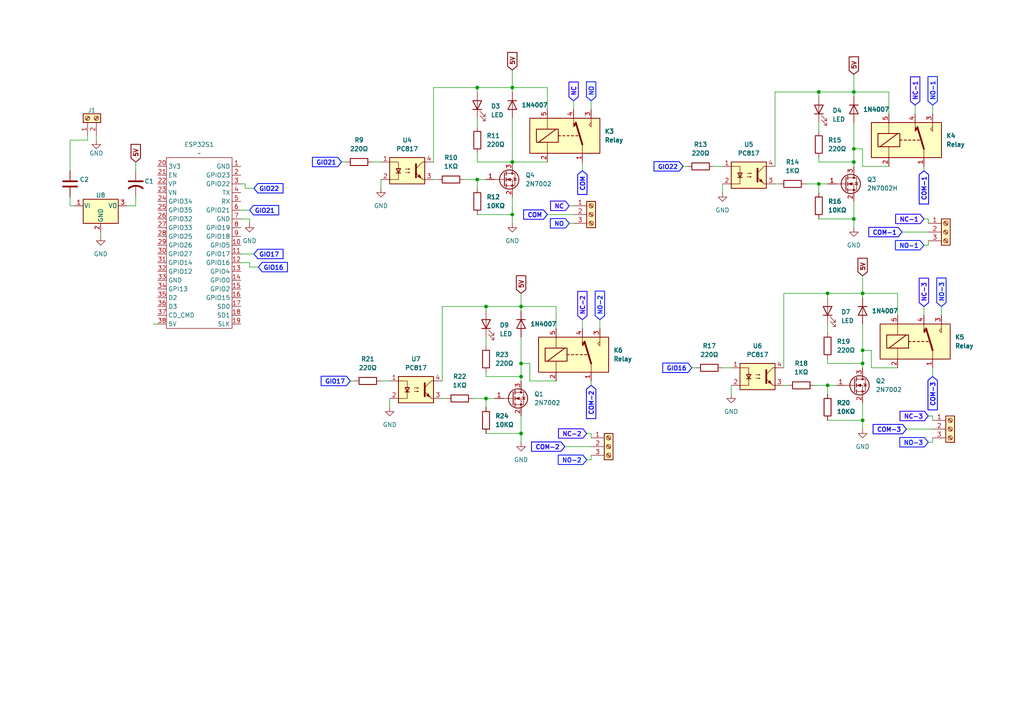
<source format=kicad_sch>
(kicad_sch
	(version 20250114)
	(generator "eeschema")
	(generator_version "9.0")
	(uuid "2481a5f4-f8fd-4c50-8a16-242467f6f41a")
	(paper "A4")
	(lib_symbols
		(symbol "6°3RA_Nahuel:ESP32S_32_PINES"
			(exclude_from_sim no)
			(in_bom yes)
			(on_board yes)
			(property "Reference" "ESP32S"
				(at 0 0 0)
				(effects
					(font
						(size 1.27 1.27)
					)
				)
			)
			(property "Value" ""
				(at 0 0 0)
				(effects
					(font
						(size 1.27 1.27)
					)
				)
			)
			(property "Footprint" "6°3RA_Nahuel:ESP32S_38_PINES"
				(at 0 0 0)
				(effects
					(font
						(size 1.27 1.27)
					)
					(hide yes)
				)
			)
			(property "Datasheet" ""
				(at 0 0 0)
				(effects
					(font
						(size 1.27 1.27)
					)
					(hide yes)
				)
			)
			(property "Description" ""
				(at 0 0 0)
				(effects
					(font
						(size 1.27 1.27)
					)
					(hide yes)
				)
			)
			(symbol "ESP32S_32_PINES_0_1"
				(rectangle
					(start -10.16 -1.27)
					(end 8.89 -50.8)
					(stroke
						(width 0)
						(type default)
					)
					(fill
						(type none)
					)
				)
			)
			(symbol "ESP32S_32_PINES_1_1"
				(pin input line
					(at -12.7 -3.81 0)
					(length 2.54)
					(name "3V3"
						(effects
							(font
								(size 1.27 1.27)
							)
						)
					)
					(number "20"
						(effects
							(font
								(size 1.27 1.27)
							)
						)
					)
				)
				(pin input line
					(at -12.7 -6.35 0)
					(length 2.54)
					(name "EN"
						(effects
							(font
								(size 1.27 1.27)
							)
						)
					)
					(number "21"
						(effects
							(font
								(size 1.27 1.27)
							)
						)
					)
				)
				(pin input line
					(at -12.7 -8.89 0)
					(length 2.54)
					(name "VP"
						(effects
							(font
								(size 1.27 1.27)
							)
						)
					)
					(number "22"
						(effects
							(font
								(size 1.27 1.27)
							)
						)
					)
				)
				(pin input line
					(at -12.7 -11.43 0)
					(length 2.54)
					(name "VN"
						(effects
							(font
								(size 1.27 1.27)
							)
						)
					)
					(number "23"
						(effects
							(font
								(size 1.27 1.27)
							)
						)
					)
				)
				(pin input line
					(at -12.7 -13.97 0)
					(length 2.54)
					(name "GPIO34"
						(effects
							(font
								(size 1.27 1.27)
							)
						)
					)
					(number "24"
						(effects
							(font
								(size 1.27 1.27)
							)
						)
					)
				)
				(pin input line
					(at -12.7 -16.51 0)
					(length 2.54)
					(name "GPIO35"
						(effects
							(font
								(size 1.27 1.27)
							)
						)
					)
					(number "25"
						(effects
							(font
								(size 1.27 1.27)
							)
						)
					)
				)
				(pin input line
					(at -12.7 -19.05 0)
					(length 2.54)
					(name "GPIO32"
						(effects
							(font
								(size 1.27 1.27)
							)
						)
					)
					(number "26"
						(effects
							(font
								(size 1.27 1.27)
							)
						)
					)
				)
				(pin input line
					(at -12.7 -21.59 0)
					(length 2.54)
					(name "GPIO33"
						(effects
							(font
								(size 1.27 1.27)
							)
						)
					)
					(number "27"
						(effects
							(font
								(size 1.27 1.27)
							)
						)
					)
				)
				(pin input line
					(at -12.7 -24.13 0)
					(length 2.54)
					(name "GPIO25"
						(effects
							(font
								(size 1.27 1.27)
							)
						)
					)
					(number "28"
						(effects
							(font
								(size 1.27 1.27)
							)
						)
					)
				)
				(pin input line
					(at -12.7 -26.67 0)
					(length 2.54)
					(name "GPIO26"
						(effects
							(font
								(size 1.27 1.27)
							)
						)
					)
					(number "29"
						(effects
							(font
								(size 1.27 1.27)
							)
						)
					)
				)
				(pin input line
					(at -12.7 -29.21 0)
					(length 2.54)
					(name "GPIO27"
						(effects
							(font
								(size 1.27 1.27)
							)
						)
					)
					(number "30"
						(effects
							(font
								(size 1.27 1.27)
							)
						)
					)
				)
				(pin input line
					(at -12.7 -31.75 0)
					(length 2.54)
					(name "GPIO14"
						(effects
							(font
								(size 1.27 1.27)
							)
						)
					)
					(number "31"
						(effects
							(font
								(size 1.27 1.27)
							)
						)
					)
				)
				(pin input line
					(at -12.7 -34.29 0)
					(length 2.54)
					(name "GPIO12"
						(effects
							(font
								(size 1.27 1.27)
							)
						)
					)
					(number "32"
						(effects
							(font
								(size 1.27 1.27)
							)
						)
					)
				)
				(pin input line
					(at -12.7 -36.83 0)
					(length 2.54)
					(name "GND"
						(effects
							(font
								(size 1.27 1.27)
							)
						)
					)
					(number "33"
						(effects
							(font
								(size 1.27 1.27)
							)
						)
					)
				)
				(pin input line
					(at -12.7 -39.37 0)
					(length 2.54)
					(name "GPI13"
						(effects
							(font
								(size 1.27 1.27)
							)
						)
					)
					(number "34"
						(effects
							(font
								(size 1.27 1.27)
							)
						)
					)
				)
				(pin input line
					(at -12.7 -41.91 0)
					(length 2.54)
					(name "D2"
						(effects
							(font
								(size 1.27 1.27)
							)
						)
					)
					(number "35"
						(effects
							(font
								(size 1.27 1.27)
							)
						)
					)
				)
				(pin input line
					(at -12.7 -44.45 0)
					(length 2.54)
					(name "D3"
						(effects
							(font
								(size 1.27 1.27)
							)
						)
					)
					(number "36"
						(effects
							(font
								(size 1.27 1.27)
							)
						)
					)
				)
				(pin input line
					(at -12.7 -46.99 0)
					(length 2.54)
					(name "CD_CMD"
						(effects
							(font
								(size 1.27 1.27)
							)
						)
					)
					(number "37"
						(effects
							(font
								(size 1.27 1.27)
							)
						)
					)
				)
				(pin input line
					(at -12.7 -49.53 0)
					(length 2.54)
					(name "5V"
						(effects
							(font
								(size 1.27 1.27)
							)
						)
					)
					(number "38"
						(effects
							(font
								(size 1.27 1.27)
							)
						)
					)
				)
				(pin input line
					(at 11.43 -3.81 180)
					(length 2.54)
					(name "GND"
						(effects
							(font
								(size 1.27 1.27)
							)
						)
					)
					(number "1"
						(effects
							(font
								(size 1.27 1.27)
							)
						)
					)
				)
				(pin input line
					(at 11.43 -6.35 180)
					(length 2.54)
					(name "GPIO23"
						(effects
							(font
								(size 1.27 1.27)
							)
						)
					)
					(number "2"
						(effects
							(font
								(size 1.27 1.27)
							)
						)
					)
				)
				(pin input line
					(at 11.43 -8.89 180)
					(length 2.54)
					(name "GPIO22"
						(effects
							(font
								(size 1.27 1.27)
							)
						)
					)
					(number "3"
						(effects
							(font
								(size 1.27 1.27)
							)
						)
					)
				)
				(pin input line
					(at 11.43 -11.43 180)
					(length 2.54)
					(name "TX"
						(effects
							(font
								(size 1.27 1.27)
							)
						)
					)
					(number "4"
						(effects
							(font
								(size 1.27 1.27)
							)
						)
					)
				)
				(pin input line
					(at 11.43 -13.97 180)
					(length 2.54)
					(name "RX"
						(effects
							(font
								(size 1.27 1.27)
							)
						)
					)
					(number "5"
						(effects
							(font
								(size 1.27 1.27)
							)
						)
					)
				)
				(pin input line
					(at 11.43 -16.51 180)
					(length 2.54)
					(name "GPIO21"
						(effects
							(font
								(size 1.27 1.27)
							)
						)
					)
					(number "6"
						(effects
							(font
								(size 1.27 1.27)
							)
						)
					)
				)
				(pin input line
					(at 11.43 -19.05 180)
					(length 2.54)
					(name "GND"
						(effects
							(font
								(size 1.27 1.27)
							)
						)
					)
					(number "7"
						(effects
							(font
								(size 1.27 1.27)
							)
						)
					)
				)
				(pin input line
					(at 11.43 -21.59 180)
					(length 2.54)
					(name "GPIO19"
						(effects
							(font
								(size 1.27 1.27)
							)
						)
					)
					(number "8"
						(effects
							(font
								(size 1.27 1.27)
							)
						)
					)
				)
				(pin input line
					(at 11.43 -24.13 180)
					(length 2.54)
					(name "GPIO18"
						(effects
							(font
								(size 1.27 1.27)
							)
						)
					)
					(number "9"
						(effects
							(font
								(size 1.27 1.27)
							)
						)
					)
				)
				(pin input line
					(at 11.43 -26.67 180)
					(length 2.54)
					(name "GPIO5"
						(effects
							(font
								(size 1.27 1.27)
							)
						)
					)
					(number "10"
						(effects
							(font
								(size 1.27 1.27)
							)
						)
					)
				)
				(pin input line
					(at 11.43 -29.21 180)
					(length 2.54)
					(name "GPIO17"
						(effects
							(font
								(size 1.27 1.27)
							)
						)
					)
					(number "11"
						(effects
							(font
								(size 1.27 1.27)
							)
						)
					)
				)
				(pin input line
					(at 11.43 -31.75 180)
					(length 2.54)
					(name "GPIO16"
						(effects
							(font
								(size 1.27 1.27)
							)
						)
					)
					(number "12"
						(effects
							(font
								(size 1.27 1.27)
							)
						)
					)
				)
				(pin input line
					(at 11.43 -34.29 180)
					(length 2.54)
					(name "GPIO4"
						(effects
							(font
								(size 1.27 1.27)
							)
						)
					)
					(number "13"
						(effects
							(font
								(size 1.27 1.27)
							)
						)
					)
				)
				(pin input line
					(at 11.43 -36.83 180)
					(length 2.54)
					(name "GPIO0"
						(effects
							(font
								(size 1.27 1.27)
							)
						)
					)
					(number "14"
						(effects
							(font
								(size 1.27 1.27)
							)
						)
					)
				)
				(pin input line
					(at 11.43 -39.37 180)
					(length 2.54)
					(name "GPIO2"
						(effects
							(font
								(size 1.27 1.27)
							)
						)
					)
					(number "15"
						(effects
							(font
								(size 1.27 1.27)
							)
						)
					)
				)
				(pin input line
					(at 11.43 -41.91 180)
					(length 2.54)
					(name "GPIO15"
						(effects
							(font
								(size 1.27 1.27)
							)
						)
					)
					(number "16"
						(effects
							(font
								(size 1.27 1.27)
							)
						)
					)
				)
				(pin input line
					(at 11.43 -44.45 180)
					(length 2.54)
					(name "SD0"
						(effects
							(font
								(size 1.27 1.27)
							)
						)
					)
					(number "17"
						(effects
							(font
								(size 1.27 1.27)
							)
						)
					)
				)
				(pin input line
					(at 11.43 -46.99 180)
					(length 2.54)
					(name "SD1"
						(effects
							(font
								(size 1.27 1.27)
							)
						)
					)
					(number "18"
						(effects
							(font
								(size 1.27 1.27)
							)
						)
					)
				)
				(pin input line
					(at 11.43 -49.53 180)
					(length 2.54)
					(name "SLK"
						(effects
							(font
								(size 1.27 1.27)
							)
						)
					)
					(number "19"
						(effects
							(font
								(size 1.27 1.27)
							)
						)
					)
				)
			)
			(embedded_fonts no)
		)
		(symbol "Connector:Screw_Terminal_01x02"
			(pin_names
				(offset 1.016)
				(hide yes)
			)
			(exclude_from_sim no)
			(in_bom yes)
			(on_board yes)
			(property "Reference" "J"
				(at 0 2.54 0)
				(effects
					(font
						(size 1.27 1.27)
					)
				)
			)
			(property "Value" "Screw_Terminal_01x02"
				(at 0 -5.08 0)
				(effects
					(font
						(size 1.27 1.27)
					)
				)
			)
			(property "Footprint" ""
				(at 0 0 0)
				(effects
					(font
						(size 1.27 1.27)
					)
					(hide yes)
				)
			)
			(property "Datasheet" "~"
				(at 0 0 0)
				(effects
					(font
						(size 1.27 1.27)
					)
					(hide yes)
				)
			)
			(property "Description" "Generic screw terminal, single row, 01x02, script generated (kicad-library-utils/schlib/autogen/connector/)"
				(at 0 0 0)
				(effects
					(font
						(size 1.27 1.27)
					)
					(hide yes)
				)
			)
			(property "ki_keywords" "screw terminal"
				(at 0 0 0)
				(effects
					(font
						(size 1.27 1.27)
					)
					(hide yes)
				)
			)
			(property "ki_fp_filters" "TerminalBlock*:*"
				(at 0 0 0)
				(effects
					(font
						(size 1.27 1.27)
					)
					(hide yes)
				)
			)
			(symbol "Screw_Terminal_01x02_1_1"
				(rectangle
					(start -1.27 1.27)
					(end 1.27 -3.81)
					(stroke
						(width 0.254)
						(type default)
					)
					(fill
						(type background)
					)
				)
				(polyline
					(pts
						(xy -0.5334 0.3302) (xy 0.3302 -0.508)
					)
					(stroke
						(width 0.1524)
						(type default)
					)
					(fill
						(type none)
					)
				)
				(polyline
					(pts
						(xy -0.5334 -2.2098) (xy 0.3302 -3.048)
					)
					(stroke
						(width 0.1524)
						(type default)
					)
					(fill
						(type none)
					)
				)
				(polyline
					(pts
						(xy -0.3556 0.508) (xy 0.508 -0.3302)
					)
					(stroke
						(width 0.1524)
						(type default)
					)
					(fill
						(type none)
					)
				)
				(polyline
					(pts
						(xy -0.3556 -2.032) (xy 0.508 -2.8702)
					)
					(stroke
						(width 0.1524)
						(type default)
					)
					(fill
						(type none)
					)
				)
				(circle
					(center 0 0)
					(radius 0.635)
					(stroke
						(width 0.1524)
						(type default)
					)
					(fill
						(type none)
					)
				)
				(circle
					(center 0 -2.54)
					(radius 0.635)
					(stroke
						(width 0.1524)
						(type default)
					)
					(fill
						(type none)
					)
				)
				(pin passive line
					(at -5.08 0 0)
					(length 3.81)
					(name "Pin_1"
						(effects
							(font
								(size 1.27 1.27)
							)
						)
					)
					(number "1"
						(effects
							(font
								(size 1.27 1.27)
							)
						)
					)
				)
				(pin passive line
					(at -5.08 -2.54 0)
					(length 3.81)
					(name "Pin_2"
						(effects
							(font
								(size 1.27 1.27)
							)
						)
					)
					(number "2"
						(effects
							(font
								(size 1.27 1.27)
							)
						)
					)
				)
			)
			(embedded_fonts no)
		)
		(symbol "Connector:Screw_Terminal_01x03"
			(pin_names
				(offset 1.016)
				(hide yes)
			)
			(exclude_from_sim no)
			(in_bom yes)
			(on_board yes)
			(property "Reference" "J"
				(at 0 5.08 0)
				(effects
					(font
						(size 1.27 1.27)
					)
				)
			)
			(property "Value" "Screw_Terminal_01x03"
				(at 0 -5.08 0)
				(effects
					(font
						(size 1.27 1.27)
					)
				)
			)
			(property "Footprint" ""
				(at 0 0 0)
				(effects
					(font
						(size 1.27 1.27)
					)
					(hide yes)
				)
			)
			(property "Datasheet" "~"
				(at 0 0 0)
				(effects
					(font
						(size 1.27 1.27)
					)
					(hide yes)
				)
			)
			(property "Description" "Generic screw terminal, single row, 01x03, script generated (kicad-library-utils/schlib/autogen/connector/)"
				(at 0 0 0)
				(effects
					(font
						(size 1.27 1.27)
					)
					(hide yes)
				)
			)
			(property "ki_keywords" "screw terminal"
				(at 0 0 0)
				(effects
					(font
						(size 1.27 1.27)
					)
					(hide yes)
				)
			)
			(property "ki_fp_filters" "TerminalBlock*:*"
				(at 0 0 0)
				(effects
					(font
						(size 1.27 1.27)
					)
					(hide yes)
				)
			)
			(symbol "Screw_Terminal_01x03_1_1"
				(rectangle
					(start -1.27 3.81)
					(end 1.27 -3.81)
					(stroke
						(width 0.254)
						(type default)
					)
					(fill
						(type background)
					)
				)
				(polyline
					(pts
						(xy -0.5334 2.8702) (xy 0.3302 2.032)
					)
					(stroke
						(width 0.1524)
						(type default)
					)
					(fill
						(type none)
					)
				)
				(polyline
					(pts
						(xy -0.5334 0.3302) (xy 0.3302 -0.508)
					)
					(stroke
						(width 0.1524)
						(type default)
					)
					(fill
						(type none)
					)
				)
				(polyline
					(pts
						(xy -0.5334 -2.2098) (xy 0.3302 -3.048)
					)
					(stroke
						(width 0.1524)
						(type default)
					)
					(fill
						(type none)
					)
				)
				(polyline
					(pts
						(xy -0.3556 3.048) (xy 0.508 2.2098)
					)
					(stroke
						(width 0.1524)
						(type default)
					)
					(fill
						(type none)
					)
				)
				(polyline
					(pts
						(xy -0.3556 0.508) (xy 0.508 -0.3302)
					)
					(stroke
						(width 0.1524)
						(type default)
					)
					(fill
						(type none)
					)
				)
				(polyline
					(pts
						(xy -0.3556 -2.032) (xy 0.508 -2.8702)
					)
					(stroke
						(width 0.1524)
						(type default)
					)
					(fill
						(type none)
					)
				)
				(circle
					(center 0 2.54)
					(radius 0.635)
					(stroke
						(width 0.1524)
						(type default)
					)
					(fill
						(type none)
					)
				)
				(circle
					(center 0 0)
					(radius 0.635)
					(stroke
						(width 0.1524)
						(type default)
					)
					(fill
						(type none)
					)
				)
				(circle
					(center 0 -2.54)
					(radius 0.635)
					(stroke
						(width 0.1524)
						(type default)
					)
					(fill
						(type none)
					)
				)
				(pin passive line
					(at -5.08 2.54 0)
					(length 3.81)
					(name "Pin_1"
						(effects
							(font
								(size 1.27 1.27)
							)
						)
					)
					(number "1"
						(effects
							(font
								(size 1.27 1.27)
							)
						)
					)
				)
				(pin passive line
					(at -5.08 0 0)
					(length 3.81)
					(name "Pin_2"
						(effects
							(font
								(size 1.27 1.27)
							)
						)
					)
					(number "2"
						(effects
							(font
								(size 1.27 1.27)
							)
						)
					)
				)
				(pin passive line
					(at -5.08 -2.54 0)
					(length 3.81)
					(name "Pin_3"
						(effects
							(font
								(size 1.27 1.27)
							)
						)
					)
					(number "3"
						(effects
							(font
								(size 1.27 1.27)
							)
						)
					)
				)
			)
			(embedded_fonts no)
		)
		(symbol "Device:C"
			(pin_numbers
				(hide yes)
			)
			(pin_names
				(offset 0.254)
			)
			(exclude_from_sim no)
			(in_bom yes)
			(on_board yes)
			(property "Reference" "C"
				(at 0.635 2.54 0)
				(effects
					(font
						(size 1.27 1.27)
					)
					(justify left)
				)
			)
			(property "Value" "C"
				(at 0.635 -2.54 0)
				(effects
					(font
						(size 1.27 1.27)
					)
					(justify left)
				)
			)
			(property "Footprint" ""
				(at 0.9652 -3.81 0)
				(effects
					(font
						(size 1.27 1.27)
					)
					(hide yes)
				)
			)
			(property "Datasheet" "~"
				(at 0 0 0)
				(effects
					(font
						(size 1.27 1.27)
					)
					(hide yes)
				)
			)
			(property "Description" "Unpolarized capacitor"
				(at 0 0 0)
				(effects
					(font
						(size 1.27 1.27)
					)
					(hide yes)
				)
			)
			(property "ki_keywords" "cap capacitor"
				(at 0 0 0)
				(effects
					(font
						(size 1.27 1.27)
					)
					(hide yes)
				)
			)
			(property "ki_fp_filters" "C_*"
				(at 0 0 0)
				(effects
					(font
						(size 1.27 1.27)
					)
					(hide yes)
				)
			)
			(symbol "C_0_1"
				(polyline
					(pts
						(xy -2.032 0.762) (xy 2.032 0.762)
					)
					(stroke
						(width 0.508)
						(type default)
					)
					(fill
						(type none)
					)
				)
				(polyline
					(pts
						(xy -2.032 -0.762) (xy 2.032 -0.762)
					)
					(stroke
						(width 0.508)
						(type default)
					)
					(fill
						(type none)
					)
				)
			)
			(symbol "C_1_1"
				(pin passive line
					(at 0 3.81 270)
					(length 2.794)
					(name "~"
						(effects
							(font
								(size 1.27 1.27)
							)
						)
					)
					(number "1"
						(effects
							(font
								(size 1.27 1.27)
							)
						)
					)
				)
				(pin passive line
					(at 0 -3.81 90)
					(length 2.794)
					(name "~"
						(effects
							(font
								(size 1.27 1.27)
							)
						)
					)
					(number "2"
						(effects
							(font
								(size 1.27 1.27)
							)
						)
					)
				)
			)
			(embedded_fonts no)
		)
		(symbol "Device:C_US"
			(pin_numbers
				(hide yes)
			)
			(pin_names
				(offset 0.254)
				(hide yes)
			)
			(exclude_from_sim no)
			(in_bom yes)
			(on_board yes)
			(property "Reference" "C"
				(at 0.635 2.54 0)
				(effects
					(font
						(size 1.27 1.27)
					)
					(justify left)
				)
			)
			(property "Value" "C_US"
				(at 0.635 -2.54 0)
				(effects
					(font
						(size 1.27 1.27)
					)
					(justify left)
				)
			)
			(property "Footprint" ""
				(at 0 0 0)
				(effects
					(font
						(size 1.27 1.27)
					)
					(hide yes)
				)
			)
			(property "Datasheet" ""
				(at 0 0 0)
				(effects
					(font
						(size 1.27 1.27)
					)
					(hide yes)
				)
			)
			(property "Description" "capacitor, US symbol"
				(at 0 0 0)
				(effects
					(font
						(size 1.27 1.27)
					)
					(hide yes)
				)
			)
			(property "ki_keywords" "cap capacitor"
				(at 0 0 0)
				(effects
					(font
						(size 1.27 1.27)
					)
					(hide yes)
				)
			)
			(property "ki_fp_filters" "C_*"
				(at 0 0 0)
				(effects
					(font
						(size 1.27 1.27)
					)
					(hide yes)
				)
			)
			(symbol "C_US_0_1"
				(polyline
					(pts
						(xy -2.032 0.762) (xy 2.032 0.762)
					)
					(stroke
						(width 0.508)
						(type default)
					)
					(fill
						(type none)
					)
				)
				(arc
					(start -2.032 -1.27)
					(mid 0 -0.5572)
					(end 2.032 -1.27)
					(stroke
						(width 0.508)
						(type default)
					)
					(fill
						(type none)
					)
				)
			)
			(symbol "C_US_1_1"
				(pin passive line
					(at 0 3.81 270)
					(length 2.794)
					(name "~"
						(effects
							(font
								(size 1.27 1.27)
							)
						)
					)
					(number "1"
						(effects
							(font
								(size 1.27 1.27)
							)
						)
					)
				)
				(pin passive line
					(at 0 -3.81 90)
					(length 3.302)
					(name "~"
						(effects
							(font
								(size 1.27 1.27)
							)
						)
					)
					(number "2"
						(effects
							(font
								(size 1.27 1.27)
							)
						)
					)
				)
			)
			(embedded_fonts no)
		)
		(symbol "Device:LED"
			(pin_numbers
				(hide yes)
			)
			(pin_names
				(offset 1.016)
				(hide yes)
			)
			(exclude_from_sim no)
			(in_bom yes)
			(on_board yes)
			(property "Reference" "D"
				(at 0 2.54 0)
				(effects
					(font
						(size 1.27 1.27)
					)
				)
			)
			(property "Value" "LED"
				(at 0 -2.54 0)
				(effects
					(font
						(size 1.27 1.27)
					)
				)
			)
			(property "Footprint" ""
				(at 0 0 0)
				(effects
					(font
						(size 1.27 1.27)
					)
					(hide yes)
				)
			)
			(property "Datasheet" "~"
				(at 0 0 0)
				(effects
					(font
						(size 1.27 1.27)
					)
					(hide yes)
				)
			)
			(property "Description" "Light emitting diode"
				(at 0 0 0)
				(effects
					(font
						(size 1.27 1.27)
					)
					(hide yes)
				)
			)
			(property "Sim.Pins" "1=K 2=A"
				(at 0 0 0)
				(effects
					(font
						(size 1.27 1.27)
					)
					(hide yes)
				)
			)
			(property "ki_keywords" "LED diode"
				(at 0 0 0)
				(effects
					(font
						(size 1.27 1.27)
					)
					(hide yes)
				)
			)
			(property "ki_fp_filters" "LED* LED_SMD:* LED_THT:*"
				(at 0 0 0)
				(effects
					(font
						(size 1.27 1.27)
					)
					(hide yes)
				)
			)
			(symbol "LED_0_1"
				(polyline
					(pts
						(xy -3.048 -0.762) (xy -4.572 -2.286) (xy -3.81 -2.286) (xy -4.572 -2.286) (xy -4.572 -1.524)
					)
					(stroke
						(width 0)
						(type default)
					)
					(fill
						(type none)
					)
				)
				(polyline
					(pts
						(xy -1.778 -0.762) (xy -3.302 -2.286) (xy -2.54 -2.286) (xy -3.302 -2.286) (xy -3.302 -1.524)
					)
					(stroke
						(width 0)
						(type default)
					)
					(fill
						(type none)
					)
				)
				(polyline
					(pts
						(xy -1.27 0) (xy 1.27 0)
					)
					(stroke
						(width 0)
						(type default)
					)
					(fill
						(type none)
					)
				)
				(polyline
					(pts
						(xy -1.27 -1.27) (xy -1.27 1.27)
					)
					(stroke
						(width 0.254)
						(type default)
					)
					(fill
						(type none)
					)
				)
				(polyline
					(pts
						(xy 1.27 -1.27) (xy 1.27 1.27) (xy -1.27 0) (xy 1.27 -1.27)
					)
					(stroke
						(width 0.254)
						(type default)
					)
					(fill
						(type none)
					)
				)
			)
			(symbol "LED_1_1"
				(pin passive line
					(at -3.81 0 0)
					(length 2.54)
					(name "K"
						(effects
							(font
								(size 1.27 1.27)
							)
						)
					)
					(number "1"
						(effects
							(font
								(size 1.27 1.27)
							)
						)
					)
				)
				(pin passive line
					(at 3.81 0 180)
					(length 2.54)
					(name "A"
						(effects
							(font
								(size 1.27 1.27)
							)
						)
					)
					(number "2"
						(effects
							(font
								(size 1.27 1.27)
							)
						)
					)
				)
			)
			(embedded_fonts no)
		)
		(symbol "Device:R"
			(pin_numbers
				(hide yes)
			)
			(pin_names
				(offset 0)
			)
			(exclude_from_sim no)
			(in_bom yes)
			(on_board yes)
			(property "Reference" "R"
				(at 2.032 0 90)
				(effects
					(font
						(size 1.27 1.27)
					)
				)
			)
			(property "Value" "R"
				(at 0 0 90)
				(effects
					(font
						(size 1.27 1.27)
					)
				)
			)
			(property "Footprint" ""
				(at -1.778 0 90)
				(effects
					(font
						(size 1.27 1.27)
					)
					(hide yes)
				)
			)
			(property "Datasheet" "~"
				(at 0 0 0)
				(effects
					(font
						(size 1.27 1.27)
					)
					(hide yes)
				)
			)
			(property "Description" "Resistor"
				(at 0 0 0)
				(effects
					(font
						(size 1.27 1.27)
					)
					(hide yes)
				)
			)
			(property "ki_keywords" "R res resistor"
				(at 0 0 0)
				(effects
					(font
						(size 1.27 1.27)
					)
					(hide yes)
				)
			)
			(property "ki_fp_filters" "R_*"
				(at 0 0 0)
				(effects
					(font
						(size 1.27 1.27)
					)
					(hide yes)
				)
			)
			(symbol "R_0_1"
				(rectangle
					(start -1.016 -2.54)
					(end 1.016 2.54)
					(stroke
						(width 0.254)
						(type default)
					)
					(fill
						(type none)
					)
				)
			)
			(symbol "R_1_1"
				(pin passive line
					(at 0 3.81 270)
					(length 1.27)
					(name "~"
						(effects
							(font
								(size 1.27 1.27)
							)
						)
					)
					(number "1"
						(effects
							(font
								(size 1.27 1.27)
							)
						)
					)
				)
				(pin passive line
					(at 0 -3.81 90)
					(length 1.27)
					(name "~"
						(effects
							(font
								(size 1.27 1.27)
							)
						)
					)
					(number "2"
						(effects
							(font
								(size 1.27 1.27)
							)
						)
					)
				)
			)
			(embedded_fonts no)
		)
		(symbol "Diode:1N4007"
			(pin_numbers
				(hide yes)
			)
			(pin_names
				(hide yes)
			)
			(exclude_from_sim no)
			(in_bom yes)
			(on_board yes)
			(property "Reference" "D"
				(at 0 2.54 0)
				(effects
					(font
						(size 1.27 1.27)
					)
				)
			)
			(property "Value" "1N4007"
				(at 0 -2.54 0)
				(effects
					(font
						(size 1.27 1.27)
					)
				)
			)
			(property "Footprint" "Diode_THT:D_DO-41_SOD81_P10.16mm_Horizontal"
				(at 0 -4.445 0)
				(effects
					(font
						(size 1.27 1.27)
					)
					(hide yes)
				)
			)
			(property "Datasheet" "http://www.vishay.com/docs/88503/1n4001.pdf"
				(at 0 0 0)
				(effects
					(font
						(size 1.27 1.27)
					)
					(hide yes)
				)
			)
			(property "Description" "1000V 1A General Purpose Rectifier Diode, DO-41"
				(at 0 0 0)
				(effects
					(font
						(size 1.27 1.27)
					)
					(hide yes)
				)
			)
			(property "Sim.Device" "D"
				(at 0 0 0)
				(effects
					(font
						(size 1.27 1.27)
					)
					(hide yes)
				)
			)
			(property "Sim.Pins" "1=K 2=A"
				(at 0 0 0)
				(effects
					(font
						(size 1.27 1.27)
					)
					(hide yes)
				)
			)
			(property "ki_keywords" "diode"
				(at 0 0 0)
				(effects
					(font
						(size 1.27 1.27)
					)
					(hide yes)
				)
			)
			(property "ki_fp_filters" "D*DO?41*"
				(at 0 0 0)
				(effects
					(font
						(size 1.27 1.27)
					)
					(hide yes)
				)
			)
			(symbol "1N4007_0_1"
				(polyline
					(pts
						(xy -1.27 1.27) (xy -1.27 -1.27)
					)
					(stroke
						(width 0.254)
						(type default)
					)
					(fill
						(type none)
					)
				)
				(polyline
					(pts
						(xy 1.27 1.27) (xy 1.27 -1.27) (xy -1.27 0) (xy 1.27 1.27)
					)
					(stroke
						(width 0.254)
						(type default)
					)
					(fill
						(type none)
					)
				)
				(polyline
					(pts
						(xy 1.27 0) (xy -1.27 0)
					)
					(stroke
						(width 0)
						(type default)
					)
					(fill
						(type none)
					)
				)
			)
			(symbol "1N4007_1_1"
				(pin passive line
					(at -3.81 0 0)
					(length 2.54)
					(name "K"
						(effects
							(font
								(size 1.27 1.27)
							)
						)
					)
					(number "1"
						(effects
							(font
								(size 1.27 1.27)
							)
						)
					)
				)
				(pin passive line
					(at 3.81 0 180)
					(length 2.54)
					(name "A"
						(effects
							(font
								(size 1.27 1.27)
							)
						)
					)
					(number "2"
						(effects
							(font
								(size 1.27 1.27)
							)
						)
					)
				)
			)
			(embedded_fonts no)
		)
		(symbol "Isolator:PC817"
			(pin_names
				(offset 1.016)
			)
			(exclude_from_sim no)
			(in_bom yes)
			(on_board yes)
			(property "Reference" "U"
				(at -5.08 5.08 0)
				(effects
					(font
						(size 1.27 1.27)
					)
					(justify left)
				)
			)
			(property "Value" "PC817"
				(at 0 5.08 0)
				(effects
					(font
						(size 1.27 1.27)
					)
					(justify left)
				)
			)
			(property "Footprint" "Package_DIP:DIP-4_W7.62mm"
				(at -5.08 -5.08 0)
				(effects
					(font
						(size 1.27 1.27)
						(italic yes)
					)
					(justify left)
					(hide yes)
				)
			)
			(property "Datasheet" "http://www.soselectronic.cz/a_info/resource/d/pc817.pdf"
				(at 0 0 0)
				(effects
					(font
						(size 1.27 1.27)
					)
					(justify left)
					(hide yes)
				)
			)
			(property "Description" "DC Optocoupler, Vce 35V, CTR 50-300%, DIP-4"
				(at 0 0 0)
				(effects
					(font
						(size 1.27 1.27)
					)
					(hide yes)
				)
			)
			(property "ki_keywords" "NPN DC Optocoupler"
				(at 0 0 0)
				(effects
					(font
						(size 1.27 1.27)
					)
					(hide yes)
				)
			)
			(property "ki_fp_filters" "DIP*W7.62mm*"
				(at 0 0 0)
				(effects
					(font
						(size 1.27 1.27)
					)
					(hide yes)
				)
			)
			(symbol "PC817_0_1"
				(rectangle
					(start -5.08 3.81)
					(end 5.08 -3.81)
					(stroke
						(width 0.254)
						(type default)
					)
					(fill
						(type background)
					)
				)
				(polyline
					(pts
						(xy -5.08 2.54) (xy -2.54 2.54) (xy -2.54 -0.635)
					)
					(stroke
						(width 0)
						(type default)
					)
					(fill
						(type none)
					)
				)
				(polyline
					(pts
						(xy -3.175 -0.635) (xy -1.905 -0.635)
					)
					(stroke
						(width 0.254)
						(type default)
					)
					(fill
						(type none)
					)
				)
				(polyline
					(pts
						(xy -2.54 -0.635) (xy -2.54 -2.54) (xy -5.08 -2.54)
					)
					(stroke
						(width 0)
						(type default)
					)
					(fill
						(type none)
					)
				)
				(polyline
					(pts
						(xy -2.54 -0.635) (xy -3.175 0.635) (xy -1.905 0.635) (xy -2.54 -0.635)
					)
					(stroke
						(width 0.254)
						(type default)
					)
					(fill
						(type none)
					)
				)
				(polyline
					(pts
						(xy -0.508 0.508) (xy 0.762 0.508) (xy 0.381 0.381) (xy 0.381 0.635) (xy 0.762 0.508)
					)
					(stroke
						(width 0)
						(type default)
					)
					(fill
						(type none)
					)
				)
				(polyline
					(pts
						(xy -0.508 -0.508) (xy 0.762 -0.508) (xy 0.381 -0.635) (xy 0.381 -0.381) (xy 0.762 -0.508)
					)
					(stroke
						(width 0)
						(type default)
					)
					(fill
						(type none)
					)
				)
				(polyline
					(pts
						(xy 2.54 1.905) (xy 2.54 -1.905) (xy 2.54 -1.905)
					)
					(stroke
						(width 0.508)
						(type default)
					)
					(fill
						(type none)
					)
				)
				(polyline
					(pts
						(xy 2.54 0.635) (xy 4.445 2.54)
					)
					(stroke
						(width 0)
						(type default)
					)
					(fill
						(type none)
					)
				)
				(polyline
					(pts
						(xy 3.048 -1.651) (xy 3.556 -1.143) (xy 4.064 -2.159) (xy 3.048 -1.651) (xy 3.048 -1.651)
					)
					(stroke
						(width 0)
						(type default)
					)
					(fill
						(type outline)
					)
				)
				(polyline
					(pts
						(xy 4.445 2.54) (xy 5.08 2.54)
					)
					(stroke
						(width 0)
						(type default)
					)
					(fill
						(type none)
					)
				)
				(polyline
					(pts
						(xy 4.445 -2.54) (xy 2.54 -0.635)
					)
					(stroke
						(width 0)
						(type default)
					)
					(fill
						(type outline)
					)
				)
				(polyline
					(pts
						(xy 4.445 -2.54) (xy 5.08 -2.54)
					)
					(stroke
						(width 0)
						(type default)
					)
					(fill
						(type none)
					)
				)
			)
			(symbol "PC817_1_1"
				(pin passive line
					(at -7.62 2.54 0)
					(length 2.54)
					(name "~"
						(effects
							(font
								(size 1.27 1.27)
							)
						)
					)
					(number "1"
						(effects
							(font
								(size 1.27 1.27)
							)
						)
					)
				)
				(pin passive line
					(at -7.62 -2.54 0)
					(length 2.54)
					(name "~"
						(effects
							(font
								(size 1.27 1.27)
							)
						)
					)
					(number "2"
						(effects
							(font
								(size 1.27 1.27)
							)
						)
					)
				)
				(pin passive line
					(at 7.62 2.54 180)
					(length 2.54)
					(name "~"
						(effects
							(font
								(size 1.27 1.27)
							)
						)
					)
					(number "4"
						(effects
							(font
								(size 1.27 1.27)
							)
						)
					)
				)
				(pin passive line
					(at 7.62 -2.54 180)
					(length 2.54)
					(name "~"
						(effects
							(font
								(size 1.27 1.27)
							)
						)
					)
					(number "3"
						(effects
							(font
								(size 1.27 1.27)
							)
						)
					)
				)
			)
			(embedded_fonts no)
		)
		(symbol "Regulator_Linear:KA78M05_TO252"
			(pin_names
				(offset 0.254)
			)
			(exclude_from_sim no)
			(in_bom yes)
			(on_board yes)
			(property "Reference" "U"
				(at -3.81 3.175 0)
				(effects
					(font
						(size 1.27 1.27)
					)
				)
			)
			(property "Value" "KA78M05_TO252"
				(at 0 3.175 0)
				(effects
					(font
						(size 1.27 1.27)
					)
					(justify left)
				)
			)
			(property "Footprint" "Package_TO_SOT_SMD:TO-252-2"
				(at 0 5.715 0)
				(effects
					(font
						(size 1.27 1.27)
						(italic yes)
					)
					(hide yes)
				)
			)
			(property "Datasheet" "https://www.onsemi.com/pub/Collateral/MC78M00-D.PDF"
				(at 0 -1.27 0)
				(effects
					(font
						(size 1.27 1.27)
					)
					(hide yes)
				)
			)
			(property "Description" "Positive 500mA 35V Linear Regulator, Fixed Output 5V, TO-252 (D-PAK)"
				(at 0 0 0)
				(effects
					(font
						(size 1.27 1.27)
					)
					(hide yes)
				)
			)
			(property "ki_keywords" "Voltage Regulator 500mA Positive"
				(at 0 0 0)
				(effects
					(font
						(size 1.27 1.27)
					)
					(hide yes)
				)
			)
			(property "ki_fp_filters" "TO?252*"
				(at 0 0 0)
				(effects
					(font
						(size 1.27 1.27)
					)
					(hide yes)
				)
			)
			(symbol "KA78M05_TO252_0_1"
				(rectangle
					(start -5.08 1.905)
					(end 5.08 -5.08)
					(stroke
						(width 0.254)
						(type default)
					)
					(fill
						(type background)
					)
				)
			)
			(symbol "KA78M05_TO252_1_1"
				(pin power_in line
					(at -7.62 0 0)
					(length 2.54)
					(name "VI"
						(effects
							(font
								(size 1.27 1.27)
							)
						)
					)
					(number "1"
						(effects
							(font
								(size 1.27 1.27)
							)
						)
					)
				)
				(pin power_in line
					(at 0 -7.62 90)
					(length 2.54)
					(name "GND"
						(effects
							(font
								(size 1.27 1.27)
							)
						)
					)
					(number "2"
						(effects
							(font
								(size 1.27 1.27)
							)
						)
					)
				)
				(pin power_out line
					(at 7.62 0 180)
					(length 2.54)
					(name "VO"
						(effects
							(font
								(size 1.27 1.27)
							)
						)
					)
					(number "3"
						(effects
							(font
								(size 1.27 1.27)
							)
						)
					)
				)
			)
			(embedded_fonts no)
		)
		(symbol "Relay:SANYOU_SRD_Form_C"
			(exclude_from_sim no)
			(in_bom yes)
			(on_board yes)
			(property "Reference" "K"
				(at 11.43 3.81 0)
				(effects
					(font
						(size 1.27 1.27)
					)
					(justify left)
				)
			)
			(property "Value" "SANYOU_SRD_Form_C"
				(at 11.43 1.27 0)
				(effects
					(font
						(size 1.27 1.27)
					)
					(justify left)
				)
			)
			(property "Footprint" "Relay_THT:Relay_SPDT_SANYOU_SRD_Series_Form_C"
				(at 11.43 -1.27 0)
				(effects
					(font
						(size 1.27 1.27)
					)
					(justify left)
					(hide yes)
				)
			)
			(property "Datasheet" "http://www.sanyourelay.ca/public/products/pdf/SRD.pdf"
				(at 0 0 0)
				(effects
					(font
						(size 1.27 1.27)
					)
					(hide yes)
				)
			)
			(property "Description" "Sanyo SRD relay, Single Pole Miniature Power Relay,"
				(at 0 0 0)
				(effects
					(font
						(size 1.27 1.27)
					)
					(hide yes)
				)
			)
			(property "ki_keywords" "Single Pole Relay SPDT"
				(at 0 0 0)
				(effects
					(font
						(size 1.27 1.27)
					)
					(hide yes)
				)
			)
			(property "ki_fp_filters" "Relay*SPDT*SANYOU*SRD*Series*Form*C*"
				(at 0 0 0)
				(effects
					(font
						(size 1.27 1.27)
					)
					(hide yes)
				)
			)
			(symbol "SANYOU_SRD_Form_C_0_0"
				(polyline
					(pts
						(xy 7.62 5.08) (xy 7.62 2.54) (xy 6.985 3.175) (xy 7.62 3.81)
					)
					(stroke
						(width 0)
						(type default)
					)
					(fill
						(type none)
					)
				)
			)
			(symbol "SANYOU_SRD_Form_C_0_1"
				(rectangle
					(start -10.16 5.08)
					(end 10.16 -5.08)
					(stroke
						(width 0.254)
						(type default)
					)
					(fill
						(type background)
					)
				)
				(rectangle
					(start -8.255 1.905)
					(end -1.905 -1.905)
					(stroke
						(width 0.254)
						(type default)
					)
					(fill
						(type none)
					)
				)
				(polyline
					(pts
						(xy -7.62 -1.905) (xy -2.54 1.905)
					)
					(stroke
						(width 0.254)
						(type default)
					)
					(fill
						(type none)
					)
				)
				(polyline
					(pts
						(xy -5.08 5.08) (xy -5.08 1.905)
					)
					(stroke
						(width 0)
						(type default)
					)
					(fill
						(type none)
					)
				)
				(polyline
					(pts
						(xy -5.08 -5.08) (xy -5.08 -1.905)
					)
					(stroke
						(width 0)
						(type default)
					)
					(fill
						(type none)
					)
				)
				(polyline
					(pts
						(xy -1.905 0) (xy -1.27 0)
					)
					(stroke
						(width 0.254)
						(type default)
					)
					(fill
						(type none)
					)
				)
				(polyline
					(pts
						(xy -0.635 0) (xy 0 0)
					)
					(stroke
						(width 0.254)
						(type default)
					)
					(fill
						(type none)
					)
				)
				(polyline
					(pts
						(xy 0.635 0) (xy 1.27 0)
					)
					(stroke
						(width 0.254)
						(type default)
					)
					(fill
						(type none)
					)
				)
				(polyline
					(pts
						(xy 1.905 0) (xy 2.54 0)
					)
					(stroke
						(width 0.254)
						(type default)
					)
					(fill
						(type none)
					)
				)
				(polyline
					(pts
						(xy 3.175 0) (xy 3.81 0)
					)
					(stroke
						(width 0.254)
						(type default)
					)
					(fill
						(type none)
					)
				)
				(polyline
					(pts
						(xy 5.08 -2.54) (xy 3.175 3.81)
					)
					(stroke
						(width 0.508)
						(type default)
					)
					(fill
						(type none)
					)
				)
				(polyline
					(pts
						(xy 5.08 -2.54) (xy 5.08 -5.08)
					)
					(stroke
						(width 0)
						(type default)
					)
					(fill
						(type none)
					)
				)
			)
			(symbol "SANYOU_SRD_Form_C_1_1"
				(polyline
					(pts
						(xy 2.54 3.81) (xy 3.175 3.175) (xy 2.54 2.54) (xy 2.54 5.08)
					)
					(stroke
						(width 0)
						(type default)
					)
					(fill
						(type outline)
					)
				)
				(pin passive line
					(at -5.08 7.62 270)
					(length 2.54)
					(name "~"
						(effects
							(font
								(size 1.27 1.27)
							)
						)
					)
					(number "5"
						(effects
							(font
								(size 1.27 1.27)
							)
						)
					)
				)
				(pin passive line
					(at -5.08 -7.62 90)
					(length 2.54)
					(name "~"
						(effects
							(font
								(size 1.27 1.27)
							)
						)
					)
					(number "2"
						(effects
							(font
								(size 1.27 1.27)
							)
						)
					)
				)
				(pin passive line
					(at 2.54 7.62 270)
					(length 2.54)
					(name "~"
						(effects
							(font
								(size 1.27 1.27)
							)
						)
					)
					(number "4"
						(effects
							(font
								(size 1.27 1.27)
							)
						)
					)
				)
				(pin passive line
					(at 5.08 -7.62 90)
					(length 2.54)
					(name "~"
						(effects
							(font
								(size 1.27 1.27)
							)
						)
					)
					(number "1"
						(effects
							(font
								(size 1.27 1.27)
							)
						)
					)
				)
				(pin passive line
					(at 7.62 7.62 270)
					(length 2.54)
					(name "~"
						(effects
							(font
								(size 1.27 1.27)
							)
						)
					)
					(number "3"
						(effects
							(font
								(size 1.27 1.27)
							)
						)
					)
				)
			)
			(embedded_fonts no)
		)
		(symbol "Transistor_FET:2N7002"
			(pin_names
				(hide yes)
			)
			(exclude_from_sim no)
			(in_bom yes)
			(on_board yes)
			(property "Reference" "Q"
				(at 5.08 1.905 0)
				(effects
					(font
						(size 1.27 1.27)
					)
					(justify left)
				)
			)
			(property "Value" "2N7002"
				(at 5.08 0 0)
				(effects
					(font
						(size 1.27 1.27)
					)
					(justify left)
				)
			)
			(property "Footprint" "Package_TO_SOT_SMD:SOT-23"
				(at 5.08 -1.905 0)
				(effects
					(font
						(size 1.27 1.27)
						(italic yes)
					)
					(justify left)
					(hide yes)
				)
			)
			(property "Datasheet" "https://www.onsemi.com/pub/Collateral/NDS7002A-D.PDF"
				(at 5.08 -3.81 0)
				(effects
					(font
						(size 1.27 1.27)
					)
					(justify left)
					(hide yes)
				)
			)
			(property "Description" "0.115A Id, 60V Vds, N-Channel MOSFET, SOT-23"
				(at 0 0 0)
				(effects
					(font
						(size 1.27 1.27)
					)
					(hide yes)
				)
			)
			(property "ki_keywords" "N-Channel Switching MOSFET"
				(at 0 0 0)
				(effects
					(font
						(size 1.27 1.27)
					)
					(hide yes)
				)
			)
			(property "ki_fp_filters" "SOT?23*"
				(at 0 0 0)
				(effects
					(font
						(size 1.27 1.27)
					)
					(hide yes)
				)
			)
			(symbol "2N7002_0_1"
				(polyline
					(pts
						(xy 0.254 1.905) (xy 0.254 -1.905)
					)
					(stroke
						(width 0.254)
						(type default)
					)
					(fill
						(type none)
					)
				)
				(polyline
					(pts
						(xy 0.254 0) (xy -2.54 0)
					)
					(stroke
						(width 0)
						(type default)
					)
					(fill
						(type none)
					)
				)
				(polyline
					(pts
						(xy 0.762 2.286) (xy 0.762 1.27)
					)
					(stroke
						(width 0.254)
						(type default)
					)
					(fill
						(type none)
					)
				)
				(polyline
					(pts
						(xy 0.762 0.508) (xy 0.762 -0.508)
					)
					(stroke
						(width 0.254)
						(type default)
					)
					(fill
						(type none)
					)
				)
				(polyline
					(pts
						(xy 0.762 -1.27) (xy 0.762 -2.286)
					)
					(stroke
						(width 0.254)
						(type default)
					)
					(fill
						(type none)
					)
				)
				(polyline
					(pts
						(xy 0.762 -1.778) (xy 3.302 -1.778) (xy 3.302 1.778) (xy 0.762 1.778)
					)
					(stroke
						(width 0)
						(type default)
					)
					(fill
						(type none)
					)
				)
				(polyline
					(pts
						(xy 1.016 0) (xy 2.032 0.381) (xy 2.032 -0.381) (xy 1.016 0)
					)
					(stroke
						(width 0)
						(type default)
					)
					(fill
						(type outline)
					)
				)
				(circle
					(center 1.651 0)
					(radius 2.794)
					(stroke
						(width 0.254)
						(type default)
					)
					(fill
						(type none)
					)
				)
				(polyline
					(pts
						(xy 2.54 2.54) (xy 2.54 1.778)
					)
					(stroke
						(width 0)
						(type default)
					)
					(fill
						(type none)
					)
				)
				(circle
					(center 2.54 1.778)
					(radius 0.254)
					(stroke
						(width 0)
						(type default)
					)
					(fill
						(type outline)
					)
				)
				(circle
					(center 2.54 -1.778)
					(radius 0.254)
					(stroke
						(width 0)
						(type default)
					)
					(fill
						(type outline)
					)
				)
				(polyline
					(pts
						(xy 2.54 -2.54) (xy 2.54 0) (xy 0.762 0)
					)
					(stroke
						(width 0)
						(type default)
					)
					(fill
						(type none)
					)
				)
				(polyline
					(pts
						(xy 2.794 0.508) (xy 2.921 0.381) (xy 3.683 0.381) (xy 3.81 0.254)
					)
					(stroke
						(width 0)
						(type default)
					)
					(fill
						(type none)
					)
				)
				(polyline
					(pts
						(xy 3.302 0.381) (xy 2.921 -0.254) (xy 3.683 -0.254) (xy 3.302 0.381)
					)
					(stroke
						(width 0)
						(type default)
					)
					(fill
						(type none)
					)
				)
			)
			(symbol "2N7002_1_1"
				(pin input line
					(at -5.08 0 0)
					(length 2.54)
					(name "G"
						(effects
							(font
								(size 1.27 1.27)
							)
						)
					)
					(number "1"
						(effects
							(font
								(size 1.27 1.27)
							)
						)
					)
				)
				(pin passive line
					(at 2.54 5.08 270)
					(length 2.54)
					(name "D"
						(effects
							(font
								(size 1.27 1.27)
							)
						)
					)
					(number "3"
						(effects
							(font
								(size 1.27 1.27)
							)
						)
					)
				)
				(pin passive line
					(at 2.54 -5.08 90)
					(length 2.54)
					(name "S"
						(effects
							(font
								(size 1.27 1.27)
							)
						)
					)
					(number "2"
						(effects
							(font
								(size 1.27 1.27)
							)
						)
					)
				)
			)
			(embedded_fonts no)
		)
		(symbol "Transistor_FET:2N7002H"
			(pin_names
				(hide yes)
			)
			(exclude_from_sim no)
			(in_bom yes)
			(on_board yes)
			(property "Reference" "Q"
				(at 5.08 1.905 0)
				(effects
					(font
						(size 1.27 1.27)
					)
					(justify left)
				)
			)
			(property "Value" "2N7002H"
				(at 5.08 0 0)
				(effects
					(font
						(size 1.27 1.27)
					)
					(justify left)
				)
			)
			(property "Footprint" "Package_TO_SOT_SMD:SOT-23"
				(at 5.08 -1.905 0)
				(effects
					(font
						(size 1.27 1.27)
						(italic yes)
					)
					(justify left)
					(hide yes)
				)
			)
			(property "Datasheet" "http://www.diodes.com/assets/Datasheets/2N7002H.pdf"
				(at 5.08 -3.81 0)
				(effects
					(font
						(size 1.27 1.27)
					)
					(justify left)
					(hide yes)
				)
			)
			(property "Description" "0.21A Id, 60V Vds, N-Channel MOSFET, SOT-23"
				(at 0 0 0)
				(effects
					(font
						(size 1.27 1.27)
					)
					(hide yes)
				)
			)
			(property "ki_keywords" "N-Channel MOSFET"
				(at 0 0 0)
				(effects
					(font
						(size 1.27 1.27)
					)
					(hide yes)
				)
			)
			(property "ki_fp_filters" "SOT?23*"
				(at 0 0 0)
				(effects
					(font
						(size 1.27 1.27)
					)
					(hide yes)
				)
			)
			(symbol "2N7002H_0_1"
				(polyline
					(pts
						(xy 0.254 1.905) (xy 0.254 -1.905)
					)
					(stroke
						(width 0.254)
						(type default)
					)
					(fill
						(type none)
					)
				)
				(polyline
					(pts
						(xy 0.254 0) (xy -2.54 0)
					)
					(stroke
						(width 0)
						(type default)
					)
					(fill
						(type none)
					)
				)
				(polyline
					(pts
						(xy 0.762 2.286) (xy 0.762 1.27)
					)
					(stroke
						(width 0.254)
						(type default)
					)
					(fill
						(type none)
					)
				)
				(polyline
					(pts
						(xy 0.762 0.508) (xy 0.762 -0.508)
					)
					(stroke
						(width 0.254)
						(type default)
					)
					(fill
						(type none)
					)
				)
				(polyline
					(pts
						(xy 0.762 -1.27) (xy 0.762 -2.286)
					)
					(stroke
						(width 0.254)
						(type default)
					)
					(fill
						(type none)
					)
				)
				(polyline
					(pts
						(xy 0.762 -1.778) (xy 3.302 -1.778) (xy 3.302 1.778) (xy 0.762 1.778)
					)
					(stroke
						(width 0)
						(type default)
					)
					(fill
						(type none)
					)
				)
				(polyline
					(pts
						(xy 1.016 0) (xy 2.032 0.381) (xy 2.032 -0.381) (xy 1.016 0)
					)
					(stroke
						(width 0)
						(type default)
					)
					(fill
						(type outline)
					)
				)
				(circle
					(center 1.651 0)
					(radius 2.794)
					(stroke
						(width 0.254)
						(type default)
					)
					(fill
						(type none)
					)
				)
				(polyline
					(pts
						(xy 2.54 2.54) (xy 2.54 1.778)
					)
					(stroke
						(width 0)
						(type default)
					)
					(fill
						(type none)
					)
				)
				(circle
					(center 2.54 1.778)
					(radius 0.254)
					(stroke
						(width 0)
						(type default)
					)
					(fill
						(type outline)
					)
				)
				(circle
					(center 2.54 -1.778)
					(radius 0.254)
					(stroke
						(width 0)
						(type default)
					)
					(fill
						(type outline)
					)
				)
				(polyline
					(pts
						(xy 2.54 -2.54) (xy 2.54 0) (xy 0.762 0)
					)
					(stroke
						(width 0)
						(type default)
					)
					(fill
						(type none)
					)
				)
				(polyline
					(pts
						(xy 2.794 0.508) (xy 2.921 0.381) (xy 3.683 0.381) (xy 3.81 0.254)
					)
					(stroke
						(width 0)
						(type default)
					)
					(fill
						(type none)
					)
				)
				(polyline
					(pts
						(xy 3.302 0.381) (xy 2.921 -0.254) (xy 3.683 -0.254) (xy 3.302 0.381)
					)
					(stroke
						(width 0)
						(type default)
					)
					(fill
						(type none)
					)
				)
			)
			(symbol "2N7002H_1_1"
				(pin input line
					(at -5.08 0 0)
					(length 2.54)
					(name "G"
						(effects
							(font
								(size 1.27 1.27)
							)
						)
					)
					(number "1"
						(effects
							(font
								(size 1.27 1.27)
							)
						)
					)
				)
				(pin passive line
					(at 2.54 5.08 270)
					(length 2.54)
					(name "D"
						(effects
							(font
								(size 1.27 1.27)
							)
						)
					)
					(number "3"
						(effects
							(font
								(size 1.27 1.27)
							)
						)
					)
				)
				(pin passive line
					(at 2.54 -5.08 90)
					(length 2.54)
					(name "S"
						(effects
							(font
								(size 1.27 1.27)
							)
						)
					)
					(number "2"
						(effects
							(font
								(size 1.27 1.27)
							)
						)
					)
				)
			)
			(embedded_fonts no)
		)
		(symbol "power:GND"
			(power)
			(pin_numbers
				(hide yes)
			)
			(pin_names
				(offset 0)
				(hide yes)
			)
			(exclude_from_sim no)
			(in_bom yes)
			(on_board yes)
			(property "Reference" "#PWR"
				(at 0 -6.35 0)
				(effects
					(font
						(size 1.27 1.27)
					)
					(hide yes)
				)
			)
			(property "Value" "GND"
				(at 0 -3.81 0)
				(effects
					(font
						(size 1.27 1.27)
					)
				)
			)
			(property "Footprint" ""
				(at 0 0 0)
				(effects
					(font
						(size 1.27 1.27)
					)
					(hide yes)
				)
			)
			(property "Datasheet" ""
				(at 0 0 0)
				(effects
					(font
						(size 1.27 1.27)
					)
					(hide yes)
				)
			)
			(property "Description" "Power symbol creates a global label with name \"GND\" , ground"
				(at 0 0 0)
				(effects
					(font
						(size 1.27 1.27)
					)
					(hide yes)
				)
			)
			(property "ki_keywords" "global power"
				(at 0 0 0)
				(effects
					(font
						(size 1.27 1.27)
					)
					(hide yes)
				)
			)
			(symbol "GND_0_1"
				(polyline
					(pts
						(xy 0 0) (xy 0 -1.27) (xy 1.27 -1.27) (xy 0 -2.54) (xy -1.27 -1.27) (xy 0 -1.27)
					)
					(stroke
						(width 0)
						(type default)
					)
					(fill
						(type none)
					)
				)
			)
			(symbol "GND_1_1"
				(pin power_in line
					(at 0 0 270)
					(length 0)
					(name "~"
						(effects
							(font
								(size 1.27 1.27)
							)
						)
					)
					(number "1"
						(effects
							(font
								(size 1.27 1.27)
							)
						)
					)
				)
			)
			(embedded_fonts no)
		)
	)
	(junction
		(at 247.65 43.18)
		(diameter 0)
		(color 0 0 0 0)
		(uuid "029669af-b357-41d2-9504-8fb644bee003")
	)
	(junction
		(at 247.65 46.99)
		(diameter 0)
		(color 0 0 0 0)
		(uuid "144a855a-8be2-4555-a612-eb1092e0e9ba")
	)
	(junction
		(at 151.13 125.73)
		(diameter 0)
		(color 0 0 0 0)
		(uuid "25329647-3167-400d-beb2-56e003eb4ce7")
	)
	(junction
		(at 140.97 88.9)
		(diameter 0)
		(color 0 0 0 0)
		(uuid "2ce7debb-d4b4-4cff-bfa1-36bb5cd7fda9")
	)
	(junction
		(at 237.49 53.34)
		(diameter 0)
		(color 0 0 0 0)
		(uuid "2f663111-6343-4722-a602-372c35febb40")
	)
	(junction
		(at 151.13 105.41)
		(diameter 0)
		(color 0 0 0 0)
		(uuid "504fa48a-2570-45cf-9296-a53b11642d35")
	)
	(junction
		(at 138.43 25.4)
		(diameter 0)
		(color 0 0 0 0)
		(uuid "50a54454-a7cf-4223-8091-ae313540ec9a")
	)
	(junction
		(at 151.13 109.22)
		(diameter 0)
		(color 0 0 0 0)
		(uuid "63e5b96c-4d08-45a0-9994-c89540a47fc1")
	)
	(junction
		(at 237.49 26.67)
		(diameter 0)
		(color 0 0 0 0)
		(uuid "6f3b8a13-b571-4fb0-812a-98b2007d380f")
	)
	(junction
		(at 151.13 88.9)
		(diameter 0)
		(color 0 0 0 0)
		(uuid "75879147-e842-47af-80f5-8287997dd47a")
	)
	(junction
		(at 250.19 105.41)
		(diameter 0)
		(color 0 0 0 0)
		(uuid "77badadc-5e6a-467e-a503-2b9856775ae7")
	)
	(junction
		(at 247.65 26.67)
		(diameter 0)
		(color 0 0 0 0)
		(uuid "7d7802f5-2dd8-42b0-bc33-7509c00fa110")
	)
	(junction
		(at 140.97 115.57)
		(diameter 0)
		(color 0 0 0 0)
		(uuid "8a3f89e6-755a-40fb-b09e-fa66225bb756")
	)
	(junction
		(at 148.59 25.4)
		(diameter 0)
		(color 0 0 0 0)
		(uuid "8b7bab56-8817-43cb-87d9-12144073e449")
	)
	(junction
		(at 240.03 85.09)
		(diameter 0)
		(color 0 0 0 0)
		(uuid "9652eae9-2c24-456a-a7fe-3ebed9cf2f77")
	)
	(junction
		(at 138.43 52.07)
		(diameter 0)
		(color 0 0 0 0)
		(uuid "a8a7c441-a4e9-426b-b892-14ba2a5435c6")
	)
	(junction
		(at 250.19 85.09)
		(diameter 0)
		(color 0 0 0 0)
		(uuid "a9ed8069-3538-4c3d-9c0f-8f395d88919e")
	)
	(junction
		(at 148.59 62.23)
		(diameter 0)
		(color 0 0 0 0)
		(uuid "bfe41dcd-31d8-41c5-b679-1fc3ca80c336")
	)
	(junction
		(at 250.19 101.6)
		(diameter 0)
		(color 0 0 0 0)
		(uuid "c43f40f4-0f42-47cf-a45a-6065ea701380")
	)
	(junction
		(at 148.59 46.99)
		(diameter 0)
		(color 0 0 0 0)
		(uuid "c5736d53-c1e4-41ee-ad7f-5d130461cbc3")
	)
	(junction
		(at 247.65 63.5)
		(diameter 0)
		(color 0 0 0 0)
		(uuid "c63fa2a9-7668-4ede-b183-ae7ad6f14940")
	)
	(junction
		(at 250.19 121.92)
		(diameter 0)
		(color 0 0 0 0)
		(uuid "cbbb0d61-a2fa-4575-a2c0-db3e98f552ba")
	)
	(junction
		(at 240.03 111.76)
		(diameter 0)
		(color 0 0 0 0)
		(uuid "ea804bf5-8cd1-405b-ab7f-b6923f894d15")
	)
	(wire
		(pts
			(xy 171.45 125.73) (xy 170.18 125.73)
		)
		(stroke
			(width 0)
			(type default)
		)
		(uuid "002ac0b2-0da6-41eb-b0b8-e3a334a7523b")
	)
	(wire
		(pts
			(xy 39.37 57.15) (xy 39.37 59.69)
		)
		(stroke
			(width 0)
			(type default)
		)
		(uuid "02d7d6dc-a1d3-4e6e-8aba-ef6f246f32a3")
	)
	(wire
		(pts
			(xy 257.81 26.67) (xy 247.65 26.67)
		)
		(stroke
			(width 0)
			(type default)
		)
		(uuid "0426299a-81f5-4631-ae96-0f5c272f3775")
	)
	(wire
		(pts
			(xy 269.24 63.5) (xy 269.24 64.77)
		)
		(stroke
			(width 0)
			(type default)
		)
		(uuid "05a4a628-41dd-4073-83e2-bc30255a4cb6")
	)
	(wire
		(pts
			(xy 125.73 25.4) (xy 138.43 25.4)
		)
		(stroke
			(width 0)
			(type default)
		)
		(uuid "0617e3dc-f1cc-4017-8967-f180a45ba6df")
	)
	(wire
		(pts
			(xy 233.68 53.34) (xy 237.49 53.34)
		)
		(stroke
			(width 0)
			(type default)
		)
		(uuid "06e910ae-7f04-40e4-b815-5e3dccee3beb")
	)
	(wire
		(pts
			(xy 151.13 125.73) (xy 151.13 128.27)
		)
		(stroke
			(width 0)
			(type default)
		)
		(uuid "0708df90-743f-4413-bfa0-1c488583fd53")
	)
	(wire
		(pts
			(xy 250.19 80.01) (xy 250.19 85.09)
		)
		(stroke
			(width 0)
			(type default)
		)
		(uuid "07513134-b876-4e54-915f-2f8370cc5162")
	)
	(wire
		(pts
			(xy 250.19 116.84) (xy 250.19 121.92)
		)
		(stroke
			(width 0)
			(type default)
		)
		(uuid "0841b1a8-a883-406f-9bc2-506353456f5d")
	)
	(wire
		(pts
			(xy 212.09 111.76) (xy 212.09 114.3)
		)
		(stroke
			(width 0)
			(type default)
		)
		(uuid "0965221d-0e9b-450d-8684-1c6f140e8eb2")
	)
	(wire
		(pts
			(xy 151.13 88.9) (xy 151.13 90.17)
		)
		(stroke
			(width 0)
			(type default)
		)
		(uuid "0a0b954d-3755-4614-8a69-260d43b4cb4c")
	)
	(wire
		(pts
			(xy 270.51 128.27) (xy 269.24 128.27)
		)
		(stroke
			(width 0)
			(type default)
		)
		(uuid "0c15947d-17a2-4aa2-9f39-2688a0e080df")
	)
	(wire
		(pts
			(xy 140.97 109.22) (xy 151.13 109.22)
		)
		(stroke
			(width 0)
			(type default)
		)
		(uuid "0c18a0a5-10f0-4e1b-950b-d6c25954c184")
	)
	(wire
		(pts
			(xy 247.65 26.67) (xy 247.65 27.94)
		)
		(stroke
			(width 0)
			(type default)
		)
		(uuid "0d97abbf-9cbf-4f14-bd2f-272b42f9ccca")
	)
	(wire
		(pts
			(xy 166.37 64.77) (xy 165.1 64.77)
		)
		(stroke
			(width 0)
			(type default)
		)
		(uuid "0f4a8677-0ee3-432f-92a3-19247ef5518f")
	)
	(wire
		(pts
			(xy 267.97 88.9) (xy 267.97 91.44)
		)
		(stroke
			(width 0)
			(type default)
		)
		(uuid "0f8eb4a4-2221-4c92-b89c-754d5c2a9818")
	)
	(wire
		(pts
			(xy 20.32 40.64) (xy 20.32 49.53)
		)
		(stroke
			(width 0)
			(type default)
		)
		(uuid "1021c80c-9da3-4efe-8d70-efdf3b3b66e8")
	)
	(wire
		(pts
			(xy 140.97 115.57) (xy 140.97 118.11)
		)
		(stroke
			(width 0)
			(type default)
		)
		(uuid "102932d3-9114-4f20-a7d8-e622ed3959bb")
	)
	(wire
		(pts
			(xy 148.59 62.23) (xy 148.59 64.77)
		)
		(stroke
			(width 0)
			(type default)
		)
		(uuid "1061b89b-7662-434e-a2f9-55b0115175f3")
	)
	(wire
		(pts
			(xy 267.97 48.26) (xy 267.97 49.53)
		)
		(stroke
			(width 0)
			(type default)
		)
		(uuid "11931f73-4cf7-4f6b-a2d0-1d819a8f8f93")
	)
	(wire
		(pts
			(xy 209.55 53.34) (xy 209.55 55.88)
		)
		(stroke
			(width 0)
			(type default)
		)
		(uuid "13e10c7d-9c13-4b3f-9e35-439febe5ecc0")
	)
	(wire
		(pts
			(xy 173.99 92.71) (xy 173.99 95.25)
		)
		(stroke
			(width 0)
			(type default)
		)
		(uuid "17be4377-22e7-4839-982a-b27de0132b90")
	)
	(wire
		(pts
			(xy 171.45 129.54) (xy 163.83 129.54)
		)
		(stroke
			(width 0)
			(type default)
		)
		(uuid "188e492b-2d21-4399-8e29-f4300e0f3129")
	)
	(wire
		(pts
			(xy 71.12 54.61) (xy 71.12 53.34)
		)
		(stroke
			(width 0)
			(type default)
		)
		(uuid "19506573-bbf9-4ac0-80e1-61adbaebb7fb")
	)
	(wire
		(pts
			(xy 257.81 48.26) (xy 250.19 48.26)
		)
		(stroke
			(width 0)
			(type default)
		)
		(uuid "19cc7a6c-8fea-4d80-bea9-e064431aef79")
	)
	(wire
		(pts
			(xy 138.43 46.99) (xy 138.43 44.45)
		)
		(stroke
			(width 0)
			(type default)
		)
		(uuid "1a93a78b-e6cd-469b-9698-7a032e9db074")
	)
	(wire
		(pts
			(xy 260.35 85.09) (xy 250.19 85.09)
		)
		(stroke
			(width 0)
			(type default)
		)
		(uuid "1d35365b-7e0b-4b97-b079-088a6db07829")
	)
	(wire
		(pts
			(xy 39.37 46.99) (xy 39.37 49.53)
		)
		(stroke
			(width 0)
			(type default)
		)
		(uuid "1dc52b83-6765-4b8c-a5ce-e5e1f3b62022")
	)
	(wire
		(pts
			(xy 209.55 106.68) (xy 212.09 106.68)
		)
		(stroke
			(width 0)
			(type default)
		)
		(uuid "1e0dc892-9e42-4000-8478-ed7c96045b21")
	)
	(wire
		(pts
			(xy 240.03 93.98) (xy 240.03 96.52)
		)
		(stroke
			(width 0)
			(type default)
		)
		(uuid "222d90e7-6801-4fe0-8333-b07b44cfdbce")
	)
	(wire
		(pts
			(xy 237.49 53.34) (xy 237.49 55.88)
		)
		(stroke
			(width 0)
			(type default)
		)
		(uuid "2368f516-4b0b-48a4-aebb-dc607d7156cd")
	)
	(wire
		(pts
			(xy 240.03 85.09) (xy 250.19 85.09)
		)
		(stroke
			(width 0)
			(type default)
		)
		(uuid "239b948e-fa78-4ecb-b97a-9d594fa93e6e")
	)
	(wire
		(pts
			(xy 161.29 88.9) (xy 151.13 88.9)
		)
		(stroke
			(width 0)
			(type default)
		)
		(uuid "243fff58-e4de-4754-b9de-5617a32d06ee")
	)
	(wire
		(pts
			(xy 224.79 26.67) (xy 224.79 48.26)
		)
		(stroke
			(width 0)
			(type default)
		)
		(uuid "27345243-f22c-4dd2-a293-6da807efea3d")
	)
	(wire
		(pts
			(xy 227.33 85.09) (xy 240.03 85.09)
		)
		(stroke
			(width 0)
			(type default)
		)
		(uuid "28ed2265-0b08-4d9b-923e-04833257881f")
	)
	(wire
		(pts
			(xy 138.43 52.07) (xy 138.43 54.61)
		)
		(stroke
			(width 0)
			(type default)
		)
		(uuid "29caa568-c988-4447-817a-a97e7110f363")
	)
	(wire
		(pts
			(xy 252.73 106.68) (xy 252.73 101.6)
		)
		(stroke
			(width 0)
			(type default)
		)
		(uuid "2af21bdf-c875-4486-b22e-ae51ce46c99f")
	)
	(wire
		(pts
			(xy 153.67 110.49) (xy 153.67 105.41)
		)
		(stroke
			(width 0)
			(type default)
		)
		(uuid "2b66dd54-b99f-41b1-9160-620de0f2bc31")
	)
	(wire
		(pts
			(xy 99.06 46.99) (xy 100.33 46.99)
		)
		(stroke
			(width 0)
			(type default)
		)
		(uuid "2c82a7db-c088-43bb-9a42-45bf7527b2ec")
	)
	(wire
		(pts
			(xy 250.19 101.6) (xy 250.19 105.41)
		)
		(stroke
			(width 0)
			(type default)
		)
		(uuid "2d524fc8-fdff-4fb8-a044-0abc65fe3981")
	)
	(wire
		(pts
			(xy 107.95 46.99) (xy 110.49 46.99)
		)
		(stroke
			(width 0)
			(type default)
		)
		(uuid "2d5eaabc-61cc-4d16-8116-0f98424dcae5")
	)
	(wire
		(pts
			(xy 44.45 93.98) (xy 45.72 93.98)
		)
		(stroke
			(width 0)
			(type default)
		)
		(uuid "31489a4d-2ef9-4106-accf-0841a51ffb4a")
	)
	(wire
		(pts
			(xy 171.45 125.73) (xy 171.45 127)
		)
		(stroke
			(width 0)
			(type default)
		)
		(uuid "3178c402-7c0c-4d4e-8dbb-75cb95160893")
	)
	(wire
		(pts
			(xy 247.65 58.42) (xy 247.65 63.5)
		)
		(stroke
			(width 0)
			(type default)
		)
		(uuid "33e87f26-8e2c-4188-b8c2-b1cb2501de3c")
	)
	(wire
		(pts
			(xy 269.24 67.31) (xy 261.62 67.31)
		)
		(stroke
			(width 0)
			(type default)
		)
		(uuid "34b2b372-2058-44f9-836e-11964c97d55d")
	)
	(wire
		(pts
			(xy 224.79 26.67) (xy 237.49 26.67)
		)
		(stroke
			(width 0)
			(type default)
		)
		(uuid "373e4ea7-c185-42c8-824c-1f8f8877f81f")
	)
	(wire
		(pts
			(xy 166.37 59.69) (xy 165.1 59.69)
		)
		(stroke
			(width 0)
			(type default)
		)
		(uuid "3a8dc6b7-0b40-4685-9004-eea4b7f1733f")
	)
	(wire
		(pts
			(xy 69.85 63.5) (xy 72.39 63.5)
		)
		(stroke
			(width 0)
			(type default)
		)
		(uuid "3aefaddc-a643-4419-9f4b-c352a12c39e5")
	)
	(wire
		(pts
			(xy 207.01 48.26) (xy 209.55 48.26)
		)
		(stroke
			(width 0)
			(type default)
		)
		(uuid "3b0c3ac7-1b2d-4472-9b5d-0b7583895ecf")
	)
	(wire
		(pts
			(xy 198.12 48.26) (xy 199.39 48.26)
		)
		(stroke
			(width 0)
			(type default)
		)
		(uuid "3c88d058-25af-4cea-9994-642f2cbbf5ff")
	)
	(wire
		(pts
			(xy 113.03 115.57) (xy 113.03 118.11)
		)
		(stroke
			(width 0)
			(type default)
		)
		(uuid "3cd18853-8b0f-4c2a-8bd9-9c1081672f9d")
	)
	(wire
		(pts
			(xy 250.19 48.26) (xy 250.19 43.18)
		)
		(stroke
			(width 0)
			(type default)
		)
		(uuid "3d73f00d-a5fb-4a9d-86bd-145b71131674")
	)
	(wire
		(pts
			(xy 148.59 46.99) (xy 158.75 46.99)
		)
		(stroke
			(width 0)
			(type default)
		)
		(uuid "40cbff46-12b1-432b-8751-f830054e7a02")
	)
	(wire
		(pts
			(xy 151.13 109.22) (xy 151.13 110.49)
		)
		(stroke
			(width 0)
			(type default)
		)
		(uuid "41b6ca02-1ba2-4b73-8e6c-cfbdb1ce8a1d")
	)
	(wire
		(pts
			(xy 140.97 88.9) (xy 140.97 90.17)
		)
		(stroke
			(width 0)
			(type default)
		)
		(uuid "42184e1b-7b87-4c58-93f4-dc8890b71180")
	)
	(wire
		(pts
			(xy 247.65 21.59) (xy 247.65 26.67)
		)
		(stroke
			(width 0)
			(type default)
		)
		(uuid "44c70aba-01f7-4003-8d37-c7dd7540abab")
	)
	(wire
		(pts
			(xy 101.6 110.49) (xy 102.87 110.49)
		)
		(stroke
			(width 0)
			(type default)
		)
		(uuid "45291843-ccf5-4f65-b208-5ba608ca85d1")
	)
	(wire
		(pts
			(xy 148.59 57.15) (xy 148.59 62.23)
		)
		(stroke
			(width 0)
			(type default)
		)
		(uuid "469c263b-8b8d-4467-9f80-b2a88f809e9f")
	)
	(wire
		(pts
			(xy 128.27 88.9) (xy 128.27 110.49)
		)
		(stroke
			(width 0)
			(type default)
		)
		(uuid "47527aba-4e72-40f1-8b83-691a31b5ea4d")
	)
	(wire
		(pts
			(xy 270.51 106.68) (xy 270.51 109.22)
		)
		(stroke
			(width 0)
			(type default)
		)
		(uuid "476720ba-efc6-4fd5-8ada-ac4bbb583704")
	)
	(wire
		(pts
			(xy 72.39 76.2) (xy 72.39 77.47)
		)
		(stroke
			(width 0)
			(type default)
		)
		(uuid "4a0d345a-ccaa-4b99-9c71-eb845588cf54")
	)
	(wire
		(pts
			(xy 125.73 52.07) (xy 127 52.07)
		)
		(stroke
			(width 0)
			(type default)
		)
		(uuid "4c48c14a-7a33-4df5-add0-bf09e3496a8a")
	)
	(wire
		(pts
			(xy 240.03 105.41) (xy 240.03 104.14)
		)
		(stroke
			(width 0)
			(type default)
		)
		(uuid "4d3a1f5e-27ae-49d0-8dd2-fa4aeeedbf3a")
	)
	(wire
		(pts
			(xy 72.39 63.5) (xy 72.39 64.77)
		)
		(stroke
			(width 0)
			(type default)
		)
		(uuid "4ecc0209-7600-4f3a-ae5d-a3aa19f74f35")
	)
	(wire
		(pts
			(xy 161.29 110.49) (xy 153.67 110.49)
		)
		(stroke
			(width 0)
			(type default)
		)
		(uuid "4ef2e20a-dd94-42a4-8170-76e38f5d439e")
	)
	(wire
		(pts
			(xy 166.37 29.21) (xy 166.37 31.75)
		)
		(stroke
			(width 0)
			(type default)
		)
		(uuid "4f3bdba5-b81f-4daa-bf1c-72f16e50efa0")
	)
	(wire
		(pts
			(xy 252.73 101.6) (xy 250.19 101.6)
		)
		(stroke
			(width 0)
			(type default)
		)
		(uuid "4f5a704e-eaa3-44e2-933a-8776e30747c1")
	)
	(wire
		(pts
			(xy 20.32 40.64) (xy 25.4 40.64)
		)
		(stroke
			(width 0)
			(type default)
		)
		(uuid "5030b6b2-ec82-4574-b17d-ad8287c609a9")
	)
	(wire
		(pts
			(xy 151.13 97.79) (xy 151.13 105.41)
		)
		(stroke
			(width 0)
			(type default)
		)
		(uuid "51c90310-d329-4a75-90b0-768f484ac215")
	)
	(wire
		(pts
			(xy 247.65 63.5) (xy 247.65 66.04)
		)
		(stroke
			(width 0)
			(type default)
		)
		(uuid "52ac759f-2c08-499f-bc7d-0de9061dfd4f")
	)
	(wire
		(pts
			(xy 270.51 128.27) (xy 270.51 127)
		)
		(stroke
			(width 0)
			(type default)
		)
		(uuid "53c4b3a0-182a-41f2-9395-3ec3fcf81738")
	)
	(wire
		(pts
			(xy 20.32 59.69) (xy 21.59 59.69)
		)
		(stroke
			(width 0)
			(type default)
		)
		(uuid "55336d1c-86f3-4057-baed-f4e24749e525")
	)
	(wire
		(pts
			(xy 227.33 111.76) (xy 228.6 111.76)
		)
		(stroke
			(width 0)
			(type default)
		)
		(uuid "555c0e36-51ec-4256-9c38-9d1bbfb49529")
	)
	(wire
		(pts
			(xy 250.19 85.09) (xy 250.19 86.36)
		)
		(stroke
			(width 0)
			(type default)
		)
		(uuid "573d2a2c-98f4-4274-87d4-3e17fc503242")
	)
	(wire
		(pts
			(xy 171.45 133.35) (xy 170.18 133.35)
		)
		(stroke
			(width 0)
			(type default)
		)
		(uuid "59aefdeb-24b1-48ec-b60d-89c1ba84d62b")
	)
	(wire
		(pts
			(xy 138.43 25.4) (xy 148.59 25.4)
		)
		(stroke
			(width 0)
			(type default)
		)
		(uuid "5bfb637b-63d5-4fc8-8856-1b63dbb12e49")
	)
	(wire
		(pts
			(xy 20.32 57.15) (xy 20.32 59.69)
		)
		(stroke
			(width 0)
			(type default)
		)
		(uuid "5c262e07-b389-405e-9fb0-539e392ddc02")
	)
	(wire
		(pts
			(xy 138.43 34.29) (xy 138.43 36.83)
		)
		(stroke
			(width 0)
			(type default)
		)
		(uuid "5ce3bc3f-33b1-4805-88c6-15bf1dd1d926")
	)
	(wire
		(pts
			(xy 140.97 88.9) (xy 151.13 88.9)
		)
		(stroke
			(width 0)
			(type default)
		)
		(uuid "5cf0ac38-6c44-4ad4-bec0-451d39284dfc")
	)
	(wire
		(pts
			(xy 237.49 46.99) (xy 247.65 46.99)
		)
		(stroke
			(width 0)
			(type default)
		)
		(uuid "623e0123-442f-4276-b271-4cfe0976eebf")
	)
	(wire
		(pts
			(xy 240.03 105.41) (xy 250.19 105.41)
		)
		(stroke
			(width 0)
			(type default)
		)
		(uuid "632bafb9-36b6-4051-8d13-d92c28006fb6")
	)
	(wire
		(pts
			(xy 140.97 125.73) (xy 151.13 125.73)
		)
		(stroke
			(width 0)
			(type default)
		)
		(uuid "6d4f4c83-3143-4aef-9d93-6808501dc811")
	)
	(wire
		(pts
			(xy 260.35 106.68) (xy 252.73 106.68)
		)
		(stroke
			(width 0)
			(type default)
		)
		(uuid "6ea9d113-5b7d-4800-adc6-a40f19ce3d54")
	)
	(wire
		(pts
			(xy 148.59 20.32) (xy 148.59 25.4)
		)
		(stroke
			(width 0)
			(type default)
		)
		(uuid "7187d83b-881b-4551-9e03-ba301a2e3ff6")
	)
	(wire
		(pts
			(xy 29.21 67.31) (xy 29.21 68.58)
		)
		(stroke
			(width 0)
			(type default)
		)
		(uuid "7386587a-4820-4fdd-997b-6d64e66c20e1")
	)
	(wire
		(pts
			(xy 270.51 120.65) (xy 269.24 120.65)
		)
		(stroke
			(width 0)
			(type default)
		)
		(uuid "774ab5b2-c104-47d6-8104-72c672d3f8f9")
	)
	(wire
		(pts
			(xy 73.66 54.61) (xy 71.12 54.61)
		)
		(stroke
			(width 0)
			(type default)
		)
		(uuid "78d56e39-616a-4051-8b5c-6c1925025135")
	)
	(wire
		(pts
			(xy 236.22 111.76) (xy 240.03 111.76)
		)
		(stroke
			(width 0)
			(type default)
		)
		(uuid "7e5cda9f-89a8-4792-b8ef-9c09e0ce1500")
	)
	(wire
		(pts
			(xy 138.43 62.23) (xy 148.59 62.23)
		)
		(stroke
			(width 0)
			(type default)
		)
		(uuid "80be9f75-12c3-400b-aadd-1fb39035cf1a")
	)
	(wire
		(pts
			(xy 27.94 39.37) (xy 27.94 40.64)
		)
		(stroke
			(width 0)
			(type default)
		)
		(uuid "80c776b6-b8f6-4717-bda2-f6fd9352631d")
	)
	(wire
		(pts
			(xy 72.39 77.47) (xy 74.93 77.47)
		)
		(stroke
			(width 0)
			(type default)
		)
		(uuid "80e4e095-c384-47a9-9288-7d74da049ce3")
	)
	(wire
		(pts
			(xy 247.65 46.99) (xy 247.65 48.26)
		)
		(stroke
			(width 0)
			(type default)
		)
		(uuid "8156f26b-39ff-4d16-ae2c-907a1402c2d7")
	)
	(wire
		(pts
			(xy 247.65 43.18) (xy 247.65 46.99)
		)
		(stroke
			(width 0)
			(type default)
		)
		(uuid "81618ce9-e171-4cb6-a7ab-2588a9d44abe")
	)
	(wire
		(pts
			(xy 250.19 43.18) (xy 247.65 43.18)
		)
		(stroke
			(width 0)
			(type default)
		)
		(uuid "835aff0d-a0de-48f7-85e4-18531dae7dbf")
	)
	(wire
		(pts
			(xy 247.65 35.56) (xy 247.65 43.18)
		)
		(stroke
			(width 0)
			(type default)
		)
		(uuid "84fbe4b9-e996-4152-ae02-3efe485007a8")
	)
	(wire
		(pts
			(xy 273.05 88.9) (xy 273.05 91.44)
		)
		(stroke
			(width 0)
			(type default)
		)
		(uuid "892254db-8ca3-4712-9b58-f20c60ecbb79")
	)
	(wire
		(pts
			(xy 269.24 71.12) (xy 269.24 69.85)
		)
		(stroke
			(width 0)
			(type default)
		)
		(uuid "8e5587bb-e993-4473-aa28-22fe190719a5")
	)
	(wire
		(pts
			(xy 161.29 88.9) (xy 161.29 95.25)
		)
		(stroke
			(width 0)
			(type default)
		)
		(uuid "8ee44842-6b81-448c-a17e-acb57192b473")
	)
	(wire
		(pts
			(xy 151.13 85.09) (xy 151.13 88.9)
		)
		(stroke
			(width 0)
			(type default)
		)
		(uuid "91ca1a66-fe7b-483e-86af-638b18d01b6d")
	)
	(wire
		(pts
			(xy 227.33 85.09) (xy 227.33 106.68)
		)
		(stroke
			(width 0)
			(type default)
		)
		(uuid "98d6a7e2-6703-458a-9d49-e4807d318745")
	)
	(wire
		(pts
			(xy 138.43 25.4) (xy 138.43 26.67)
		)
		(stroke
			(width 0)
			(type default)
		)
		(uuid "9c3f08e1-8854-4c64-bdc2-a168d101167c")
	)
	(wire
		(pts
			(xy 140.97 115.57) (xy 143.51 115.57)
		)
		(stroke
			(width 0)
			(type default)
		)
		(uuid "9f7ac07f-0901-4f71-8f12-6b9de6118f02")
	)
	(wire
		(pts
			(xy 269.24 63.5) (xy 267.97 63.5)
		)
		(stroke
			(width 0)
			(type default)
		)
		(uuid "a2b52d6a-322a-48b8-89f2-4e743f80bf01")
	)
	(wire
		(pts
			(xy 237.49 63.5) (xy 247.65 63.5)
		)
		(stroke
			(width 0)
			(type default)
		)
		(uuid "a3e47c59-283e-43ac-86a8-c912a8f32e9a")
	)
	(wire
		(pts
			(xy 240.03 111.76) (xy 242.57 111.76)
		)
		(stroke
			(width 0)
			(type default)
		)
		(uuid "a40e7c32-1a2c-4372-80ce-7753d4eaa11f")
	)
	(wire
		(pts
			(xy 69.85 60.96) (xy 72.39 60.96)
		)
		(stroke
			(width 0)
			(type default)
		)
		(uuid "a7d31059-d026-4746-a06e-0f9412f00571")
	)
	(wire
		(pts
			(xy 237.49 46.99) (xy 237.49 45.72)
		)
		(stroke
			(width 0)
			(type default)
		)
		(uuid "adcdecaf-fafe-46b4-bfff-f48136e84655")
	)
	(wire
		(pts
			(xy 110.49 110.49) (xy 113.03 110.49)
		)
		(stroke
			(width 0)
			(type default)
		)
		(uuid "b173da20-639e-4678-96fb-c29202d60334")
	)
	(wire
		(pts
			(xy 69.85 53.34) (xy 71.12 53.34)
		)
		(stroke
			(width 0)
			(type default)
		)
		(uuid "b38745ae-08a3-41c8-ba8d-b89247789ccd")
	)
	(wire
		(pts
			(xy 168.91 46.99) (xy 168.91 49.53)
		)
		(stroke
			(width 0)
			(type default)
		)
		(uuid "b47a4b7c-c101-41ec-9d84-571c4808b9f2")
	)
	(wire
		(pts
			(xy 25.4 39.37) (xy 25.4 40.64)
		)
		(stroke
			(width 0)
			(type default)
		)
		(uuid "b4814ebc-00ba-4f22-b7e2-8931883c408f")
	)
	(wire
		(pts
			(xy 110.49 52.07) (xy 110.49 54.61)
		)
		(stroke
			(width 0)
			(type default)
		)
		(uuid "b6780c53-b48c-4895-8073-cbbb1eabe6ee")
	)
	(wire
		(pts
			(xy 168.91 92.71) (xy 168.91 95.25)
		)
		(stroke
			(width 0)
			(type default)
		)
		(uuid "b6907abf-32da-4899-bdfa-2981a1385db7")
	)
	(wire
		(pts
			(xy 140.97 97.79) (xy 140.97 100.33)
		)
		(stroke
			(width 0)
			(type default)
		)
		(uuid "baf68d62-48e2-409a-bc94-669b9dd313f5")
	)
	(wire
		(pts
			(xy 158.75 25.4) (xy 158.75 31.75)
		)
		(stroke
			(width 0)
			(type default)
		)
		(uuid "bb0bc56c-0880-4039-b874-e6219f7d90f4")
	)
	(wire
		(pts
			(xy 270.51 120.65) (xy 270.51 121.92)
		)
		(stroke
			(width 0)
			(type default)
		)
		(uuid "bb1569cc-097f-405e-9945-54d6a1892522")
	)
	(wire
		(pts
			(xy 125.73 25.4) (xy 125.73 46.99)
		)
		(stroke
			(width 0)
			(type default)
		)
		(uuid "bba57613-95b4-4031-8def-29d8c2f9f576")
	)
	(wire
		(pts
			(xy 137.16 115.57) (xy 140.97 115.57)
		)
		(stroke
			(width 0)
			(type default)
		)
		(uuid "bc069a4c-8d38-449a-a220-90c49c5a80d5")
	)
	(wire
		(pts
			(xy 148.59 25.4) (xy 148.59 26.67)
		)
		(stroke
			(width 0)
			(type default)
		)
		(uuid "bd8baecd-42e1-4808-8dde-7c634b1538b6")
	)
	(wire
		(pts
			(xy 237.49 53.34) (xy 240.03 53.34)
		)
		(stroke
			(width 0)
			(type default)
		)
		(uuid "be3190c9-16fd-4216-ab58-cd7ae7d72295")
	)
	(wire
		(pts
			(xy 69.85 76.2) (xy 72.39 76.2)
		)
		(stroke
			(width 0)
			(type default)
		)
		(uuid "bf32181e-1473-4f7d-ada0-47c1e2c7a73c")
	)
	(wire
		(pts
			(xy 171.45 133.35) (xy 171.45 132.08)
		)
		(stroke
			(width 0)
			(type default)
		)
		(uuid "c124bde0-7545-4a41-9e36-6cdf1ed6ff7d")
	)
	(wire
		(pts
			(xy 200.66 106.68) (xy 201.93 106.68)
		)
		(stroke
			(width 0)
			(type default)
		)
		(uuid "c2b25560-612b-4425-b779-ab0446b13686")
	)
	(wire
		(pts
			(xy 134.62 52.07) (xy 138.43 52.07)
		)
		(stroke
			(width 0)
			(type default)
		)
		(uuid "c2e7f970-276c-439d-a071-3bca8674c9cd")
	)
	(wire
		(pts
			(xy 270.51 124.46) (xy 262.89 124.46)
		)
		(stroke
			(width 0)
			(type default)
		)
		(uuid "c39748ab-0ecc-4a4b-b9aa-2ab8e6143900")
	)
	(wire
		(pts
			(xy 138.43 46.99) (xy 148.59 46.99)
		)
		(stroke
			(width 0)
			(type default)
		)
		(uuid "c7bf979d-e541-4bb2-b2e2-e294e41c7cfc")
	)
	(wire
		(pts
			(xy 128.27 88.9) (xy 140.97 88.9)
		)
		(stroke
			(width 0)
			(type default)
		)
		(uuid "c83c2084-d252-4268-8afd-81cea0b7ad2b")
	)
	(wire
		(pts
			(xy 270.51 30.48) (xy 270.51 33.02)
		)
		(stroke
			(width 0)
			(type default)
		)
		(uuid "c850ca9d-a654-4f38-80cf-0c3460c7a73a")
	)
	(wire
		(pts
			(xy 260.35 85.09) (xy 260.35 91.44)
		)
		(stroke
			(width 0)
			(type default)
		)
		(uuid "c95cc913-2cd3-48a5-8c1e-c7d2ef3327b8")
	)
	(wire
		(pts
			(xy 265.43 30.48) (xy 265.43 33.02)
		)
		(stroke
			(width 0)
			(type default)
		)
		(uuid "ca1be652-ab9c-4f3b-ad59-9ac28b976cbe")
	)
	(wire
		(pts
			(xy 269.24 71.12) (xy 267.97 71.12)
		)
		(stroke
			(width 0)
			(type default)
		)
		(uuid "ccb393bc-3e00-46fa-bda3-706780c0a7b9")
	)
	(wire
		(pts
			(xy 240.03 85.09) (xy 240.03 86.36)
		)
		(stroke
			(width 0)
			(type default)
		)
		(uuid "cd114c93-d63a-416a-9dd0-19bf72a7cfcc")
	)
	(wire
		(pts
			(xy 151.13 105.41) (xy 151.13 109.22)
		)
		(stroke
			(width 0)
			(type default)
		)
		(uuid "cea17324-bba7-463a-8c61-cca6a9e038ee")
	)
	(wire
		(pts
			(xy 36.83 59.69) (xy 39.37 59.69)
		)
		(stroke
			(width 0)
			(type default)
		)
		(uuid "d1708cdf-7176-4c2d-89b2-60f1bbce962f")
	)
	(wire
		(pts
			(xy 171.45 29.21) (xy 171.45 31.75)
		)
		(stroke
			(width 0)
			(type default)
		)
		(uuid "d268e45b-cf55-4d7a-a262-936aadb32aa5")
	)
	(wire
		(pts
			(xy 138.43 52.07) (xy 140.97 52.07)
		)
		(stroke
			(width 0)
			(type default)
		)
		(uuid "d2c035ae-ba1f-4a26-a792-2e36e94258a3")
	)
	(wire
		(pts
			(xy 171.45 110.49) (xy 171.45 111.76)
		)
		(stroke
			(width 0)
			(type default)
		)
		(uuid "d6b0c380-3b36-4319-b9bb-669e74f708e3")
	)
	(wire
		(pts
			(xy 240.03 121.92) (xy 250.19 121.92)
		)
		(stroke
			(width 0)
			(type default)
		)
		(uuid "dd3d285c-cc50-41fc-8725-5c9b5dbd7419")
	)
	(wire
		(pts
			(xy 237.49 35.56) (xy 237.49 38.1)
		)
		(stroke
			(width 0)
			(type default)
		)
		(uuid "ddb15b71-46ea-4b98-aaae-04c14a72a55e")
	)
	(wire
		(pts
			(xy 153.67 105.41) (xy 151.13 105.41)
		)
		(stroke
			(width 0)
			(type default)
		)
		(uuid "e114c6a1-67a5-43f8-81fd-f26f984fa485")
	)
	(wire
		(pts
			(xy 250.19 93.98) (xy 250.19 101.6)
		)
		(stroke
			(width 0)
			(type default)
		)
		(uuid "e18a6664-24ab-487e-8539-791d30c21214")
	)
	(wire
		(pts
			(xy 237.49 26.67) (xy 237.49 27.94)
		)
		(stroke
			(width 0)
			(type default)
		)
		(uuid "e2bbfea7-c980-4b98-a46d-98fd218eb8cd")
	)
	(wire
		(pts
			(xy 151.13 120.65) (xy 151.13 125.73)
		)
		(stroke
			(width 0)
			(type default)
		)
		(uuid "ed0473a4-df27-44da-b09e-d70c74cc9f64")
	)
	(wire
		(pts
			(xy 224.79 53.34) (xy 226.06 53.34)
		)
		(stroke
			(width 0)
			(type default)
		)
		(uuid "ee5ec650-a182-4d58-b0c2-922fd4226809")
	)
	(wire
		(pts
			(xy 250.19 121.92) (xy 250.19 124.46)
		)
		(stroke
			(width 0)
			(type default)
		)
		(uuid "ef1cc528-2548-46e0-b648-84c1498f83b5")
	)
	(wire
		(pts
			(xy 128.27 115.57) (xy 129.54 115.57)
		)
		(stroke
			(width 0)
			(type default)
		)
		(uuid "f14fe36c-9f5c-48c1-83e4-4c89f2bcb221")
	)
	(wire
		(pts
			(xy 250.19 105.41) (xy 250.19 106.68)
		)
		(stroke
			(width 0)
			(type default)
		)
		(uuid "f2de9bfe-f732-455a-aa96-b10ed9cd5914")
	)
	(wire
		(pts
			(xy 69.85 73.66) (xy 73.66 73.66)
		)
		(stroke
			(width 0)
			(type default)
		)
		(uuid "f36482a8-5b77-4554-b117-4884e8acfd50")
	)
	(wire
		(pts
			(xy 166.37 62.23) (xy 158.75 62.23)
		)
		(stroke
			(width 0)
			(type default)
		)
		(uuid "f54bcacd-416c-48e5-b3ec-a6c61776520e")
	)
	(wire
		(pts
			(xy 158.75 25.4) (xy 148.59 25.4)
		)
		(stroke
			(width 0)
			(type default)
		)
		(uuid "f57613f6-3c98-4372-8e52-05b967236b0a")
	)
	(wire
		(pts
			(xy 257.81 26.67) (xy 257.81 33.02)
		)
		(stroke
			(width 0)
			(type default)
		)
		(uuid "f72e2f00-c2d4-49c9-b0ca-99d090fb5757")
	)
	(wire
		(pts
			(xy 140.97 109.22) (xy 140.97 107.95)
		)
		(stroke
			(width 0)
			(type default)
		)
		(uuid "f81f4159-d3d4-45c0-8dda-781e98a4cbfb")
	)
	(wire
		(pts
			(xy 240.03 111.76) (xy 240.03 114.3)
		)
		(stroke
			(width 0)
			(type default)
		)
		(uuid "f8f0bbc9-5a71-4b59-ad20-f62e78cb85ff")
	)
	(wire
		(pts
			(xy 237.49 26.67) (xy 247.65 26.67)
		)
		(stroke
			(width 0)
			(type default)
		)
		(uuid "f929d4c0-772f-42b9-89ff-73003eb36147")
	)
	(wire
		(pts
			(xy 148.59 34.29) (xy 148.59 46.99)
		)
		(stroke
			(width 0)
			(type default)
		)
		(uuid "fa06eec2-36dd-42d9-9e6e-f031cba671fb")
	)
	(global_label "5V"
		(shape input)
		(at 148.59 20.32 90)
		(fields_autoplaced yes)
		(effects
			(font
				(size 1.27 1.27)
				(thickness 0.254)
				(bold yes)
			)
			(justify left)
		)
		(uuid "017dff2e-d6d7-454b-9bee-74580a019fdc")
		(property "Intersheetrefs" "${INTERSHEET_REFS}"
			(at 148.59 14.5607 90)
			(effects
				(font
					(size 1.27 1.27)
				)
				(justify left)
				(hide yes)
			)
		)
	)
	(global_label "NC-1"
		(shape input)
		(at 265.43 30.48 90)
		(fields_autoplaced yes)
		(effects
			(font
				(size 1.27 1.27)
				(thickness 0.254)
				(bold yes)
				(color 37 0 255 1)
			)
			(justify left)
		)
		(uuid "03b8fe17-92d1-42d8-8d24-01261cab2f0a")
		(property "Intersheetrefs" "${INTERSHEET_REFS}"
			(at 265.43 21.6364 90)
			(effects
				(font
					(size 1.27 1.27)
				)
				(justify left)
				(hide yes)
			)
		)
	)
	(global_label "5V"
		(shape input)
		(at 250.19 80.01 90)
		(fields_autoplaced yes)
		(effects
			(font
				(size 1.27 1.27)
				(thickness 0.254)
				(bold yes)
			)
			(justify left)
		)
		(uuid "111b77c2-a106-4b24-94aa-accc46ae5d75")
		(property "Intersheetrefs" "${INTERSHEET_REFS}"
			(at 250.19 74.2507 90)
			(effects
				(font
					(size 1.27 1.27)
				)
				(justify left)
				(hide yes)
			)
		)
	)
	(global_label "NO-1"
		(shape input)
		(at 270.51 30.48 90)
		(fields_autoplaced yes)
		(effects
			(font
				(size 1.27 1.27)
				(thickness 0.254)
				(bold yes)
				(color 10 29 255 1)
			)
			(justify left)
		)
		(uuid "11e857c7-4878-4f29-a762-4aa596c9ceac")
		(property "Intersheetrefs" "${INTERSHEET_REFS}"
			(at 270.51 21.5759 90)
			(effects
				(font
					(size 1.27 1.27)
				)
				(justify left)
				(hide yes)
			)
		)
	)
	(global_label "COM"
		(shape input)
		(at 168.91 49.53 270)
		(fields_autoplaced yes)
		(effects
			(font
				(size 1.27 1.27)
				(thickness 0.254)
				(bold yes)
				(color 3 0 255 1)
			)
			(justify right)
		)
		(uuid "12794d6d-0109-4080-9bb8-a4a795b0895b")
		(property "Intersheetrefs" "${INTERSHEET_REFS}"
			(at 168.91 57.0431 90)
			(effects
				(font
					(size 1.27 1.27)
				)
				(justify right)
				(hide yes)
			)
		)
	)
	(global_label "NO"
		(shape input)
		(at 165.1 64.77 180)
		(fields_autoplaced yes)
		(effects
			(font
				(size 1.27 1.27)
				(thickness 0.254)
				(bold yes)
				(color 10 29 255 1)
			)
			(justify right)
		)
		(uuid "1b54b88c-67db-4254-b565-ed269edbe855")
		(property "Intersheetrefs" "${INTERSHEET_REFS}"
			(at 158.9778 64.77 0)
			(effects
				(font
					(size 1.27 1.27)
				)
				(justify right)
				(hide yes)
			)
		)
	)
	(global_label "COM-3"
		(shape input)
		(at 270.51 109.22 270)
		(fields_autoplaced yes)
		(effects
			(font
				(size 1.27 1.27)
				(thickness 0.254)
				(bold yes)
				(color 3 0 255 1)
			)
			(justify right)
		)
		(uuid "30bdf2bb-848c-4bca-a164-794c4db1f6fc")
		(property "Intersheetrefs" "${INTERSHEET_REFS}"
			(at 270.51 119.515 90)
			(effects
				(font
					(size 1.27 1.27)
				)
				(justify right)
				(hide yes)
			)
		)
	)
	(global_label "GIO22"
		(shape input)
		(at 198.12 48.26 180)
		(fields_autoplaced yes)
		(effects
			(font
				(size 1.27 1.27)
				(thickness 0.254)
				(bold yes)
				(color 7 17 255 1)
			)
			(justify right)
		)
		(uuid "34dee174-5604-48d6-9b19-a371375cb777")
		(property "Intersheetrefs" "${INTERSHEET_REFS}"
			(at 189.0345 48.26 0)
			(effects
				(font
					(size 1.27 1.27)
				)
				(justify right)
				(hide yes)
			)
		)
	)
	(global_label "5V"
		(shape input)
		(at 247.65 21.59 90)
		(fields_autoplaced yes)
		(effects
			(font
				(size 1.27 1.27)
				(thickness 0.254)
				(bold yes)
			)
			(justify left)
		)
		(uuid "39d2f345-39c3-46ba-9bb9-4238f72bcaca")
		(property "Intersheetrefs" "${INTERSHEET_REFS}"
			(at 247.65 15.8307 90)
			(effects
				(font
					(size 1.27 1.27)
				)
				(justify left)
				(hide yes)
			)
		)
	)
	(global_label "NC-3"
		(shape input)
		(at 267.97 88.9 90)
		(fields_autoplaced yes)
		(effects
			(font
				(size 1.27 1.27)
				(thickness 0.254)
				(bold yes)
				(color 37 0 255 1)
			)
			(justify left)
		)
		(uuid "3a149122-3fc5-411e-a1e2-8be33fd7b0dc")
		(property "Intersheetrefs" "${INTERSHEET_REFS}"
			(at 267.97 80.0564 90)
			(effects
				(font
					(size 1.27 1.27)
				)
				(justify left)
				(hide yes)
			)
		)
	)
	(global_label "COM-1"
		(shape input)
		(at 267.97 49.53 270)
		(fields_autoplaced yes)
		(effects
			(font
				(size 1.27 1.27)
				(thickness 0.254)
				(bold yes)
				(color 3 0 255 1)
			)
			(justify right)
		)
		(uuid "3ecfc2ba-b5b1-44ee-8816-3644694ae203")
		(property "Intersheetrefs" "${INTERSHEET_REFS}"
			(at 267.97 59.825 90)
			(effects
				(font
					(size 1.27 1.27)
				)
				(justify right)
				(hide yes)
			)
		)
	)
	(global_label "GIO17"
		(shape input)
		(at 73.66 73.66 0)
		(fields_autoplaced yes)
		(effects
			(font
				(size 1.27 1.27)
				(thickness 0.254)
				(bold yes)
				(color 7 17 255 1)
			)
			(justify left)
		)
		(uuid "3f1fc0e3-6ea9-4d90-97b9-50d5a8453c03")
		(property "Intersheetrefs" "${INTERSHEET_REFS}"
			(at 82.7455 73.66 0)
			(effects
				(font
					(size 1.27 1.27)
				)
				(justify left)
				(hide yes)
			)
		)
	)
	(global_label "GIO21"
		(shape input)
		(at 72.39 60.96 0)
		(fields_autoplaced yes)
		(effects
			(font
				(size 1.27 1.27)
				(thickness 0.254)
				(bold yes)
				(color 7 17 255 1)
			)
			(justify left)
		)
		(uuid "44019c6c-f1ce-490b-911c-145513aa6844")
		(property "Intersheetrefs" "${INTERSHEET_REFS}"
			(at 81.4755 60.96 0)
			(effects
				(font
					(size 1.27 1.27)
				)
				(justify left)
				(hide yes)
			)
		)
	)
	(global_label "GIO16"
		(shape input)
		(at 200.66 106.68 180)
		(fields_autoplaced yes)
		(effects
			(font
				(size 1.27 1.27)
				(thickness 0.254)
				(bold yes)
				(color 7 17 255 1)
			)
			(justify right)
		)
		(uuid "4d5ddc3d-cb2b-4855-a43f-ad1113ed9fb7")
		(property "Intersheetrefs" "${INTERSHEET_REFS}"
			(at 191.5745 106.68 0)
			(effects
				(font
					(size 1.27 1.27)
				)
				(justify right)
				(hide yes)
			)
		)
	)
	(global_label "NO"
		(shape input)
		(at 171.45 29.21 90)
		(fields_autoplaced yes)
		(effects
			(font
				(size 1.27 1.27)
				(thickness 0.254)
				(bold yes)
				(color 10 29 255 1)
			)
			(justify left)
		)
		(uuid "52612e39-ae2f-4623-94f7-0f5578b79a02")
		(property "Intersheetrefs" "${INTERSHEET_REFS}"
			(at 171.45 23.0878 90)
			(effects
				(font
					(size 1.27 1.27)
				)
				(justify left)
				(hide yes)
			)
		)
	)
	(global_label "NC"
		(shape input)
		(at 165.1 59.69 180)
		(fields_autoplaced yes)
		(effects
			(font
				(size 1.27 1.27)
				(thickness 0.254)
				(bold yes)
				(color 37 0 255 1)
			)
			(justify right)
		)
		(uuid "59943bc7-a010-4724-8228-e32091614bc8")
		(property "Intersheetrefs" "${INTERSHEET_REFS}"
			(at 159.0383 59.69 0)
			(effects
				(font
					(size 1.27 1.27)
				)
				(justify right)
				(hide yes)
			)
		)
	)
	(global_label "NO-3"
		(shape input)
		(at 273.05 88.9 90)
		(fields_autoplaced yes)
		(effects
			(font
				(size 1.27 1.27)
				(thickness 0.254)
				(bold yes)
				(color 10 29 255 1)
			)
			(justify left)
		)
		(uuid "5decf335-e84d-4c0d-9057-0f92298cc3ef")
		(property "Intersheetrefs" "${INTERSHEET_REFS}"
			(at 273.05 79.9959 90)
			(effects
				(font
					(size 1.27 1.27)
				)
				(justify left)
				(hide yes)
			)
		)
	)
	(global_label "COM-1"
		(shape input)
		(at 261.62 67.31 180)
		(fields_autoplaced yes)
		(effects
			(font
				(size 1.27 1.27)
				(thickness 0.254)
				(bold yes)
				(color 12 0 255 1)
			)
			(justify right)
		)
		(uuid "6c98302a-b598-4880-b62d-31892917956c")
		(property "Intersheetrefs" "${INTERSHEET_REFS}"
			(at 251.325 67.31 0)
			(effects
				(font
					(size 1.27 1.27)
				)
				(justify right)
				(hide yes)
			)
		)
	)
	(global_label "GIO16"
		(shape input)
		(at 74.93 77.47 0)
		(fields_autoplaced yes)
		(effects
			(font
				(size 1.27 1.27)
				(thickness 0.254)
				(bold yes)
				(color 7 17 255 1)
			)
			(justify left)
		)
		(uuid "7e586d34-da1d-4774-b8e4-cea28bb5a5e0")
		(property "Intersheetrefs" "${INTERSHEET_REFS}"
			(at 84.0155 77.47 0)
			(effects
				(font
					(size 1.27 1.27)
				)
				(justify left)
				(hide yes)
			)
		)
	)
	(global_label "5V"
		(shape input)
		(at 39.37 46.99 90)
		(fields_autoplaced yes)
		(effects
			(font
				(size 1.27 1.27)
				(thickness 0.254)
				(bold yes)
			)
			(justify left)
		)
		(uuid "81687e20-8e66-4e8c-8e71-3a5d7dc2f347")
		(property "Intersheetrefs" "${INTERSHEET_REFS}"
			(at 39.37 41.2307 90)
			(effects
				(font
					(size 1.27 1.27)
				)
				(justify left)
				(hide yes)
			)
		)
	)
	(global_label "NC-2"
		(shape input)
		(at 168.91 92.71 90)
		(fields_autoplaced yes)
		(effects
			(font
				(size 1.27 1.27)
				(thickness 0.254)
				(bold yes)
				(color 37 0 255 1)
			)
			(justify left)
		)
		(uuid "8d2ba6d6-09e1-4736-8727-18c72f607055")
		(property "Intersheetrefs" "${INTERSHEET_REFS}"
			(at 168.91 83.8664 90)
			(effects
				(font
					(size 1.27 1.27)
				)
				(justify left)
				(hide yes)
			)
		)
	)
	(global_label "NC-2"
		(shape input)
		(at 170.18 125.73 180)
		(fields_autoplaced yes)
		(effects
			(font
				(size 1.27 1.27)
				(thickness 0.254)
				(bold yes)
				(color 37 0 255 1)
			)
			(justify right)
		)
		(uuid "8e5cdf79-76f0-45b1-985a-b51d0f2b3ddf")
		(property "Intersheetrefs" "${INTERSHEET_REFS}"
			(at 161.3364 125.73 0)
			(effects
				(font
					(size 1.27 1.27)
				)
				(justify right)
				(hide yes)
			)
		)
	)
	(global_label "NO-2"
		(shape input)
		(at 170.18 133.35 180)
		(fields_autoplaced yes)
		(effects
			(font
				(size 1.27 1.27)
				(thickness 0.254)
				(bold yes)
				(color 10 29 255 1)
			)
			(justify right)
		)
		(uuid "aa8aaf64-9c95-4e63-8d44-1379e4b62c9b")
		(property "Intersheetrefs" "${INTERSHEET_REFS}"
			(at 161.2759 133.35 0)
			(effects
				(font
					(size 1.27 1.27)
				)
				(justify right)
				(hide yes)
			)
		)
	)
	(global_label "COM"
		(shape input)
		(at 158.75 62.23 180)
		(fields_autoplaced yes)
		(effects
			(font
				(size 1.27 1.27)
				(thickness 0.254)
				(bold yes)
				(color 12 0 255 1)
			)
			(justify right)
		)
		(uuid "ab9bb6e0-d88f-48d4-b510-4ddebb418dd7")
		(property "Intersheetrefs" "${INTERSHEET_REFS}"
			(at 151.2369 62.23 0)
			(effects
				(font
					(size 1.27 1.27)
				)
				(justify right)
				(hide yes)
			)
		)
	)
	(global_label "NO-1"
		(shape input)
		(at 267.97 71.12 180)
		(fields_autoplaced yes)
		(effects
			(font
				(size 1.27 1.27)
				(thickness 0.254)
				(bold yes)
				(color 10 29 255 1)
			)
			(justify right)
		)
		(uuid "ba871794-2fcb-4440-924e-e949c1d5ad95")
		(property "Intersheetrefs" "${INTERSHEET_REFS}"
			(at 259.0659 71.12 0)
			(effects
				(font
					(size 1.27 1.27)
				)
				(justify right)
				(hide yes)
			)
		)
	)
	(global_label "GIO22"
		(shape input)
		(at 73.66 54.61 0)
		(fields_autoplaced yes)
		(effects
			(font
				(size 1.27 1.27)
				(thickness 0.254)
				(bold yes)
				(color 7 17 255 1)
			)
			(justify left)
		)
		(uuid "be685ce9-a283-4428-8fd7-7c74c2d1e0d4")
		(property "Intersheetrefs" "${INTERSHEET_REFS}"
			(at 82.7455 54.61 0)
			(effects
				(font
					(size 1.27 1.27)
				)
				(justify left)
				(hide yes)
			)
		)
	)
	(global_label "COM-3"
		(shape input)
		(at 262.89 124.46 180)
		(fields_autoplaced yes)
		(effects
			(font
				(size 1.27 1.27)
				(thickness 0.254)
				(bold yes)
				(color 12 0 255 1)
			)
			(justify right)
		)
		(uuid "c240c440-c2d8-48e5-9001-a98e83af4be9")
		(property "Intersheetrefs" "${INTERSHEET_REFS}"
			(at 252.595 124.46 0)
			(effects
				(font
					(size 1.27 1.27)
				)
				(justify right)
				(hide yes)
			)
		)
	)
	(global_label "NC"
		(shape input)
		(at 166.37 29.21 90)
		(fields_autoplaced yes)
		(effects
			(font
				(size 1.27 1.27)
				(thickness 0.254)
				(bold yes)
				(color 37 0 255 1)
			)
			(justify left)
		)
		(uuid "c5dd6a41-6fb1-407d-9fb1-224c61331d02")
		(property "Intersheetrefs" "${INTERSHEET_REFS}"
			(at 166.37 23.1483 90)
			(effects
				(font
					(size 1.27 1.27)
				)
				(justify left)
				(hide yes)
			)
		)
	)
	(global_label "5V"
		(shape input)
		(at 151.13 85.09 90)
		(fields_autoplaced yes)
		(effects
			(font
				(size 1.27 1.27)
				(thickness 0.254)
				(bold yes)
			)
			(justify left)
		)
		(uuid "cb1f0ee2-ba02-43ca-92a3-0cf457e8e908")
		(property "Intersheetrefs" "${INTERSHEET_REFS}"
			(at 151.13 79.3307 90)
			(effects
				(font
					(size 1.27 1.27)
				)
				(justify left)
				(hide yes)
			)
		)
	)
	(global_label "NO-2"
		(shape input)
		(at 173.99 92.71 90)
		(fields_autoplaced yes)
		(effects
			(font
				(size 1.27 1.27)
				(thickness 0.254)
				(bold yes)
				(color 10 29 255 1)
			)
			(justify left)
		)
		(uuid "ce6c0410-74e4-4ee0-b748-d13ba1b28daa")
		(property "Intersheetrefs" "${INTERSHEET_REFS}"
			(at 173.99 83.8059 90)
			(effects
				(font
					(size 1.27 1.27)
				)
				(justify left)
				(hide yes)
			)
		)
	)
	(global_label "NO-3"
		(shape input)
		(at 269.24 128.27 180)
		(fields_autoplaced yes)
		(effects
			(font
				(size 1.27 1.27)
				(thickness 0.254)
				(bold yes)
				(color 10 29 255 1)
			)
			(justify right)
		)
		(uuid "d1e52015-3452-4824-aa49-3f80d736f5b3")
		(property "Intersheetrefs" "${INTERSHEET_REFS}"
			(at 260.3359 128.27 0)
			(effects
				(font
					(size 1.27 1.27)
				)
				(justify right)
				(hide yes)
			)
		)
	)
	(global_label "GIO17"
		(shape input)
		(at 101.6 110.49 180)
		(fields_autoplaced yes)
		(effects
			(font
				(size 1.27 1.27)
				(thickness 0.254)
				(bold yes)
				(color 7 17 255 1)
			)
			(justify right)
		)
		(uuid "d1f35d43-5ca2-4421-a0bd-3c0e1f0574ae")
		(property "Intersheetrefs" "${INTERSHEET_REFS}"
			(at 92.5145 110.49 0)
			(effects
				(font
					(size 1.27 1.27)
				)
				(justify right)
				(hide yes)
			)
		)
	)
	(global_label "COM-2"
		(shape input)
		(at 163.83 129.54 180)
		(fields_autoplaced yes)
		(effects
			(font
				(size 1.27 1.27)
				(thickness 0.254)
				(bold yes)
				(color 12 0 255 1)
			)
			(justify right)
		)
		(uuid "d24b05b5-e6fe-4fb1-bcdc-2c1909618f44")
		(property "Intersheetrefs" "${INTERSHEET_REFS}"
			(at 153.535 129.54 0)
			(effects
				(font
					(size 1.27 1.27)
				)
				(justify right)
				(hide yes)
			)
		)
	)
	(global_label "COM-2"
		(shape input)
		(at 171.45 111.76 270)
		(fields_autoplaced yes)
		(effects
			(font
				(size 1.27 1.27)
				(thickness 0.254)
				(bold yes)
				(color 3 0 255 1)
			)
			(justify right)
		)
		(uuid "e1db6388-18a1-4f57-ae8f-d2f61e95e634")
		(property "Intersheetrefs" "${INTERSHEET_REFS}"
			(at 171.45 122.055 90)
			(effects
				(font
					(size 1.27 1.27)
				)
				(justify right)
				(hide yes)
			)
		)
	)
	(global_label "GIO21"
		(shape input)
		(at 99.06 46.99 180)
		(fields_autoplaced yes)
		(effects
			(font
				(size 1.27 1.27)
				(thickness 0.254)
				(bold yes)
				(color 7 17 255 1)
			)
			(justify right)
		)
		(uuid "e627bb3d-353c-4420-8001-ae82e6f0e7be")
		(property "Intersheetrefs" "${INTERSHEET_REFS}"
			(at 89.9745 46.99 0)
			(effects
				(font
					(size 1.27 1.27)
				)
				(justify right)
				(hide yes)
			)
		)
	)
	(global_label "NC-1"
		(shape input)
		(at 267.97 63.5 180)
		(fields_autoplaced yes)
		(effects
			(font
				(size 1.27 1.27)
				(thickness 0.254)
				(bold yes)
				(color 37 0 255 1)
			)
			(justify right)
		)
		(uuid "f48c531b-1656-497c-a7af-cbf8250c397e")
		(property "Intersheetrefs" "${INTERSHEET_REFS}"
			(at 259.1264 63.5 0)
			(effects
				(font
					(size 1.27 1.27)
				)
				(justify right)
				(hide yes)
			)
		)
	)
	(global_label "NC-3"
		(shape input)
		(at 269.24 120.65 180)
		(fields_autoplaced yes)
		(effects
			(font
				(size 1.27 1.27)
				(thickness 0.254)
				(bold yes)
				(color 37 0 255 1)
			)
			(justify right)
		)
		(uuid "fdf22a73-112c-42f0-b6ca-678a5cd84745")
		(property "Intersheetrefs" "${INTERSHEET_REFS}"
			(at 260.3964 120.65 0)
			(effects
				(font
					(size 1.27 1.27)
				)
				(justify right)
				(hide yes)
			)
		)
	)
	(symbol
		(lib_id "Device:LED")
		(at 140.97 93.98 90)
		(unit 1)
		(exclude_from_sim no)
		(in_bom yes)
		(on_board yes)
		(dnp no)
		(fields_autoplaced yes)
		(uuid "0afc718a-5cd3-40bd-a138-521ee0a86e49")
		(property "Reference" "D9"
			(at 144.78 94.2975 90)
			(effects
				(font
					(size 1.27 1.27)
					(thickness 0.254)
					(bold yes)
				)
				(justify right)
			)
		)
		(property "Value" "LED"
			(at 144.78 96.8375 90)
			(effects
				(font
					(size 1.27 1.27)
					(thickness 0.254)
					(bold yes)
				)
				(justify right)
			)
		)
		(property "Footprint" "LED_SMD:LED_0805_2012Metric"
			(at 140.97 93.98 0)
			(effects
				(font
					(size 1.27 1.27)
				)
				(hide yes)
			)
		)
		(property "Datasheet" "~"
			(at 140.97 93.98 0)
			(effects
				(font
					(size 1.27 1.27)
				)
				(hide yes)
			)
		)
		(property "Description" "Light emitting diode"
			(at 140.97 93.98 0)
			(effects
				(font
					(size 1.27 1.27)
				)
				(hide yes)
			)
		)
		(property "Sim.Pins" "1=K 2=A"
			(at 140.97 93.98 0)
			(effects
				(font
					(size 1.27 1.27)
				)
				(hide yes)
			)
		)
		(pin "1"
			(uuid "9166fff2-d37b-4423-8865-99f8a785a70a")
		)
		(pin "2"
			(uuid "2abf0f99-c31b-4b72-9c6c-140d5f62ee4f")
		)
		(instances
			(project "Rele-Wifi"
				(path "/2481a5f4-f8fd-4c50-8a16-242467f6f41a"
					(reference "D9")
					(unit 1)
				)
			)
		)
	)
	(symbol
		(lib_id "Device:R")
		(at 140.97 121.92 0)
		(unit 1)
		(exclude_from_sim no)
		(in_bom yes)
		(on_board yes)
		(dnp no)
		(fields_autoplaced yes)
		(uuid "0eb9b96b-3915-41a7-8179-3370b7a0910a")
		(property "Reference" "R24"
			(at 143.51 120.65 0)
			(effects
				(font
					(size 1.27 1.27)
					(thickness 0.254)
					(bold yes)
				)
				(justify left)
			)
		)
		(property "Value" "10KΩ"
			(at 143.51 123.19 0)
			(effects
				(font
					(size 1.27 1.27)
					(thickness 0.254)
					(bold yes)
				)
				(justify left)
			)
		)
		(property "Footprint" "Resistor_SMD:R_0805_2012Metric"
			(at 139.192 121.92 90)
			(effects
				(font
					(size 1.27 1.27)
				)
				(hide yes)
			)
		)
		(property "Datasheet" "~"
			(at 140.97 121.92 0)
			(effects
				(font
					(size 1.27 1.27)
				)
				(hide yes)
			)
		)
		(property "Description" "Resistor"
			(at 140.97 121.92 0)
			(effects
				(font
					(size 1.27 1.27)
				)
				(hide yes)
			)
		)
		(pin "1"
			(uuid "8547de0e-9145-4c8b-853a-c109fdba15ae")
		)
		(pin "2"
			(uuid "3bf551c4-1b33-4b75-b251-96229139819d")
		)
		(instances
			(project "Rele-Wifi"
				(path "/2481a5f4-f8fd-4c50-8a16-242467f6f41a"
					(reference "R24")
					(unit 1)
				)
			)
		)
	)
	(symbol
		(lib_id "Transistor_FET:2N7002")
		(at 148.59 115.57 0)
		(unit 1)
		(exclude_from_sim no)
		(in_bom yes)
		(on_board yes)
		(dnp no)
		(fields_autoplaced yes)
		(uuid "0f073d67-f35c-4221-8b2b-bbe2ffa29317")
		(property "Reference" "Q1"
			(at 154.94 114.2999 0)
			(effects
				(font
					(size 1.27 1.27)
				)
				(justify left)
			)
		)
		(property "Value" "2N7002"
			(at 154.94 116.8399 0)
			(effects
				(font
					(size 1.27 1.27)
				)
				(justify left)
			)
		)
		(property "Footprint" "Package_TO_SOT_SMD:SOT-23"
			(at 153.67 117.475 0)
			(effects
				(font
					(size 1.27 1.27)
					(italic yes)
				)
				(justify left)
				(hide yes)
			)
		)
		(property "Datasheet" "https://www.onsemi.com/pub/Collateral/NDS7002A-D.PDF"
			(at 153.67 119.38 0)
			(effects
				(font
					(size 1.27 1.27)
				)
				(justify left)
				(hide yes)
			)
		)
		(property "Description" "0.115A Id, 60V Vds, N-Channel MOSFET, SOT-23"
			(at 148.59 115.57 0)
			(effects
				(font
					(size 1.27 1.27)
				)
				(hide yes)
			)
		)
		(pin "1"
			(uuid "fc562388-adcc-456c-b7c8-c9c8d9d919b1")
		)
		(pin "3"
			(uuid "4b4143e2-00e0-43fd-9484-40d06027153d")
		)
		(pin "2"
			(uuid "5244dc8f-393b-4dff-80e7-4c06e744a7f2")
		)
		(instances
			(project ""
				(path "/2481a5f4-f8fd-4c50-8a16-242467f6f41a"
					(reference "Q1")
					(unit 1)
				)
			)
		)
	)
	(symbol
		(lib_id "power:GND")
		(at 250.19 124.46 0)
		(unit 1)
		(exclude_from_sim no)
		(in_bom yes)
		(on_board yes)
		(dnp no)
		(fields_autoplaced yes)
		(uuid "165d394f-85f5-4955-a2eb-8242c0db8b85")
		(property "Reference" "#PWR011"
			(at 250.19 130.81 0)
			(effects
				(font
					(size 1.27 1.27)
				)
				(hide yes)
			)
		)
		(property "Value" "GND"
			(at 250.19 129.54 0)
			(effects
				(font
					(size 1.27 1.27)
				)
			)
		)
		(property "Footprint" ""
			(at 250.19 124.46 0)
			(effects
				(font
					(size 1.27 1.27)
				)
				(hide yes)
			)
		)
		(property "Datasheet" ""
			(at 250.19 124.46 0)
			(effects
				(font
					(size 1.27 1.27)
				)
				(hide yes)
			)
		)
		(property "Description" "Power symbol creates a global label with name \"GND\" , ground"
			(at 250.19 124.46 0)
			(effects
				(font
					(size 1.27 1.27)
				)
				(hide yes)
			)
		)
		(pin "1"
			(uuid "ae85226e-f9f4-445a-98d2-c24823cac342")
		)
		(instances
			(project "Rele-Wifi"
				(path "/2481a5f4-f8fd-4c50-8a16-242467f6f41a"
					(reference "#PWR011")
					(unit 1)
				)
			)
		)
	)
	(symbol
		(lib_id "Device:LED")
		(at 240.03 90.17 90)
		(unit 1)
		(exclude_from_sim no)
		(in_bom yes)
		(on_board yes)
		(dnp no)
		(fields_autoplaced yes)
		(uuid "1e21a061-3b39-49fe-b7b2-dcb0396bf8cc")
		(property "Reference" "D7"
			(at 243.84 90.4875 90)
			(effects
				(font
					(size 1.27 1.27)
					(thickness 0.254)
					(bold yes)
				)
				(justify right)
			)
		)
		(property "Value" "LED"
			(at 243.84 93.0275 90)
			(effects
				(font
					(size 1.27 1.27)
					(thickness 0.254)
					(bold yes)
				)
				(justify right)
			)
		)
		(property "Footprint" "LED_SMD:LED_0805_2012Metric"
			(at 240.03 90.17 0)
			(effects
				(font
					(size 1.27 1.27)
				)
				(hide yes)
			)
		)
		(property "Datasheet" "~"
			(at 240.03 90.17 0)
			(effects
				(font
					(size 1.27 1.27)
				)
				(hide yes)
			)
		)
		(property "Description" "Light emitting diode"
			(at 240.03 90.17 0)
			(effects
				(font
					(size 1.27 1.27)
				)
				(hide yes)
			)
		)
		(property "Sim.Pins" "1=K 2=A"
			(at 240.03 90.17 0)
			(effects
				(font
					(size 1.27 1.27)
				)
				(hide yes)
			)
		)
		(pin "1"
			(uuid "1d906980-5c66-446b-8e72-a6f253c887a7")
		)
		(pin "2"
			(uuid "9956cd06-b09b-4a5c-b2d5-3772edd12423")
		)
		(instances
			(project "Rele-Wifi"
				(path "/2481a5f4-f8fd-4c50-8a16-242467f6f41a"
					(reference "D7")
					(unit 1)
				)
			)
		)
	)
	(symbol
		(lib_id "power:GND")
		(at 247.65 66.04 0)
		(unit 1)
		(exclude_from_sim no)
		(in_bom yes)
		(on_board yes)
		(dnp no)
		(fields_autoplaced yes)
		(uuid "269b0311-1a85-4d9f-889a-4b4a2a906ae3")
		(property "Reference" "#PWR09"
			(at 247.65 72.39 0)
			(effects
				(font
					(size 1.27 1.27)
				)
				(hide yes)
			)
		)
		(property "Value" "GND"
			(at 247.65 71.12 0)
			(effects
				(font
					(size 1.27 1.27)
				)
			)
		)
		(property "Footprint" ""
			(at 247.65 66.04 0)
			(effects
				(font
					(size 1.27 1.27)
				)
				(hide yes)
			)
		)
		(property "Datasheet" ""
			(at 247.65 66.04 0)
			(effects
				(font
					(size 1.27 1.27)
				)
				(hide yes)
			)
		)
		(property "Description" "Power symbol creates a global label with name \"GND\" , ground"
			(at 247.65 66.04 0)
			(effects
				(font
					(size 1.27 1.27)
				)
				(hide yes)
			)
		)
		(pin "1"
			(uuid "4bb38479-875c-421d-a882-84ee0a64347b")
		)
		(instances
			(project "Rele-Wifi"
				(path "/2481a5f4-f8fd-4c50-8a16-242467f6f41a"
					(reference "#PWR09")
					(unit 1)
				)
			)
		)
	)
	(symbol
		(lib_id "power:GND")
		(at 110.49 54.61 0)
		(unit 1)
		(exclude_from_sim no)
		(in_bom yes)
		(on_board yes)
		(dnp no)
		(fields_autoplaced yes)
		(uuid "2ef37132-1fe1-44a6-8151-a8833e530a9c")
		(property "Reference" "#PWR01"
			(at 110.49 60.96 0)
			(effects
				(font
					(size 1.27 1.27)
				)
				(hide yes)
			)
		)
		(property "Value" "GND"
			(at 110.49 59.69 0)
			(effects
				(font
					(size 1.27 1.27)
				)
			)
		)
		(property "Footprint" ""
			(at 110.49 54.61 0)
			(effects
				(font
					(size 1.27 1.27)
				)
				(hide yes)
			)
		)
		(property "Datasheet" ""
			(at 110.49 54.61 0)
			(effects
				(font
					(size 1.27 1.27)
				)
				(hide yes)
			)
		)
		(property "Description" "Power symbol creates a global label with name \"GND\" , ground"
			(at 110.49 54.61 0)
			(effects
				(font
					(size 1.27 1.27)
				)
				(hide yes)
			)
		)
		(pin "1"
			(uuid "58fa1535-3b11-4049-8dd5-7b40bc424057")
		)
		(instances
			(project ""
				(path "/2481a5f4-f8fd-4c50-8a16-242467f6f41a"
					(reference "#PWR01")
					(unit 1)
				)
			)
		)
	)
	(symbol
		(lib_id "6°3RA_Nahuel:ESP32S_32_PINES")
		(at 58.42 44.45 0)
		(unit 1)
		(exclude_from_sim no)
		(in_bom yes)
		(on_board yes)
		(dnp no)
		(fields_autoplaced yes)
		(uuid "3111ceaf-fac9-4f18-88df-a9db19375b77")
		(property "Reference" "ESP32S1"
			(at 57.785 41.91 0)
			(effects
				(font
					(size 1.27 1.27)
				)
			)
		)
		(property "Value" "~"
			(at 57.785 44.45 0)
			(effects
				(font
					(size 1.27 1.27)
				)
			)
		)
		(property "Footprint" "6°3RA_Nahuel:ESP32S_38_PINES"
			(at 58.42 44.45 0)
			(effects
				(font
					(size 1.27 1.27)
				)
				(hide yes)
			)
		)
		(property "Datasheet" ""
			(at 58.42 44.45 0)
			(effects
				(font
					(size 1.27 1.27)
				)
				(hide yes)
			)
		)
		(property "Description" ""
			(at 58.42 44.45 0)
			(effects
				(font
					(size 1.27 1.27)
				)
				(hide yes)
			)
		)
		(pin "21"
			(uuid "70cb7cc8-f2e5-4460-8764-f778a53dc438")
		)
		(pin "23"
			(uuid "9c01f7fb-c7cc-404c-96c6-290730b8401d")
		)
		(pin "34"
			(uuid "9539adf9-fba2-4e41-a935-3e060e841488")
		)
		(pin "35"
			(uuid "3cc6d421-b1fd-4580-9dd2-9bb0a26e7ca4")
		)
		(pin "36"
			(uuid "6ab680d6-4104-4cc8-af40-f48f68eec6bf")
		)
		(pin "37"
			(uuid "60d3fac9-0cd0-4add-a0f7-15559fcb86c9")
		)
		(pin "25"
			(uuid "5291bd24-65c8-41e2-a19e-1c691d51af3e")
		)
		(pin "20"
			(uuid "1a792bce-8698-479b-a8a4-2767fdf2afa6")
		)
		(pin "22"
			(uuid "405b3149-3fd9-4602-b557-965ab174e54f")
		)
		(pin "24"
			(uuid "5c889d5c-dcdf-4d3b-8702-8fb422c60818")
		)
		(pin "26"
			(uuid "006e73b9-e762-4346-a17c-e4c6286ba9fe")
		)
		(pin "31"
			(uuid "a45e9a1d-f47f-4d73-bebd-e3c70c23a90f")
		)
		(pin "32"
			(uuid "758b7b75-baef-4dcd-b816-1658871b303d")
		)
		(pin "27"
			(uuid "310ecf74-4bb8-46cf-9667-2ab085156b7a")
		)
		(pin "29"
			(uuid "48e6fb9f-bf1e-4aca-ba0b-c721b7d6dbaf")
		)
		(pin "30"
			(uuid "37dadb05-a279-4db2-9d95-4cc18f243379")
		)
		(pin "33"
			(uuid "ab2dbabe-15eb-4cc0-ab43-9897b587cdcd")
		)
		(pin "28"
			(uuid "209ebc2f-b05d-46d9-88f6-18e5d264c6ee")
		)
		(pin "38"
			(uuid "794e44b0-6778-4bd4-9216-25052fd031b8")
		)
		(pin "1"
			(uuid "d44264cd-ba38-4bcd-94fd-ea8d85474945")
		)
		(pin "3"
			(uuid "ed2acab3-795f-4271-963b-009aab8e8b8a")
		)
		(pin "2"
			(uuid "134b85c4-742c-4b44-b7aa-610aff3bd54b")
		)
		(pin "4"
			(uuid "709efa1e-263c-4382-b1f6-0add84d78033")
		)
		(pin "11"
			(uuid "c88c83a5-3d4c-4827-a77d-c42e37e21399")
		)
		(pin "13"
			(uuid "8a05a774-28a9-4e24-b391-fbf43109dd33")
		)
		(pin "18"
			(uuid "320f58ce-be03-475d-93bd-c052a0e97d5b")
		)
		(pin "19"
			(uuid "abfb63d0-f4b5-45f0-8a90-3909016e2933")
		)
		(pin "7"
			(uuid "30a34623-d684-4b6d-9af9-e8fa855a64d8")
		)
		(pin "9"
			(uuid "e4230ef0-fce1-46bd-8cc9-34eafc213f71")
		)
		(pin "15"
			(uuid "60002ef7-84bb-4a7a-8d4b-48ac4a7bfd92")
		)
		(pin "17"
			(uuid "989fa624-c109-4d01-8365-52c402df903d")
		)
		(pin "6"
			(uuid "4b56ff4d-1325-44d5-b1b5-902cf9c3208a")
		)
		(pin "8"
			(uuid "550276b8-8664-4405-8af4-0c53809f4861")
		)
		(pin "5"
			(uuid "110c58bf-2fac-428e-aaf5-2b5b75d2cdf5")
		)
		(pin "14"
			(uuid "ba7e7974-7a84-4fec-9b4e-b32d8ffd1f32")
		)
		(pin "10"
			(uuid "de065e88-6e6d-4cfe-bc2f-df6bb7d8f2e0")
		)
		(pin "12"
			(uuid "f970b572-ecc5-4214-a017-d419df6d3458")
		)
		(pin "16"
			(uuid "77bb7d26-7df2-49d8-bce3-551da41df0fb")
		)
		(instances
			(project ""
				(path "/2481a5f4-f8fd-4c50-8a16-242467f6f41a"
					(reference "ESP32S1")
					(unit 1)
				)
			)
		)
	)
	(symbol
		(lib_id "Isolator:PC817")
		(at 120.65 113.03 0)
		(unit 1)
		(exclude_from_sim no)
		(in_bom yes)
		(on_board yes)
		(dnp no)
		(fields_autoplaced yes)
		(uuid "37667e61-764e-478e-ab65-9e5cc2777504")
		(property "Reference" "U7"
			(at 120.65 104.14 0)
			(effects
				(font
					(size 1.27 1.27)
					(thickness 0.254)
					(bold yes)
				)
			)
		)
		(property "Value" "PC817"
			(at 120.65 106.68 0)
			(effects
				(font
					(size 1.27 1.27)
					(thickness 0.254)
					(bold yes)
				)
			)
		)
		(property "Footprint" "Package_DIP:DIP-4_W7.62mm"
			(at 115.57 118.11 0)
			(effects
				(font
					(size 1.27 1.27)
					(italic yes)
				)
				(justify left)
				(hide yes)
			)
		)
		(property "Datasheet" "http://www.soselectronic.cz/a_info/resource/d/pc817.pdf"
			(at 120.65 113.03 0)
			(effects
				(font
					(size 1.27 1.27)
				)
				(justify left)
				(hide yes)
			)
		)
		(property "Description" "DC Optocoupler, Vce 35V, CTR 50-300%, DIP-4"
			(at 120.65 113.03 0)
			(effects
				(font
					(size 1.27 1.27)
				)
				(hide yes)
			)
		)
		(pin "2"
			(uuid "c9e86b68-78ae-4840-9582-17c15bb13ef5")
		)
		(pin "1"
			(uuid "ff2aaac3-0174-4c84-ac56-e7550dd36d47")
		)
		(pin "4"
			(uuid "58ccd9a9-2c5c-4e94-a9dc-c734b821f38a")
		)
		(pin "3"
			(uuid "4948f48b-2742-446b-81eb-2375dcc3627e")
		)
		(instances
			(project "Rele-Wifi"
				(path "/2481a5f4-f8fd-4c50-8a16-242467f6f41a"
					(reference "U7")
					(unit 1)
				)
			)
		)
	)
	(symbol
		(lib_id "Device:R")
		(at 229.87 53.34 90)
		(unit 1)
		(exclude_from_sim no)
		(in_bom yes)
		(on_board yes)
		(dnp no)
		(fields_autoplaced yes)
		(uuid "377f37d0-4b5d-431e-812c-38ef24a5e8b9")
		(property "Reference" "R14"
			(at 229.87 46.99 90)
			(effects
				(font
					(size 1.27 1.27)
					(thickness 0.254)
					(bold yes)
				)
			)
		)
		(property "Value" "1KΩ"
			(at 229.87 49.53 90)
			(effects
				(font
					(size 1.27 1.27)
					(thickness 0.254)
					(bold yes)
				)
			)
		)
		(property "Footprint" "Resistor_SMD:R_0805_2012Metric"
			(at 229.87 55.118 90)
			(effects
				(font
					(size 1.27 1.27)
				)
				(hide yes)
			)
		)
		(property "Datasheet" "~"
			(at 229.87 53.34 0)
			(effects
				(font
					(size 1.27 1.27)
				)
				(hide yes)
			)
		)
		(property "Description" "Resistor"
			(at 229.87 53.34 0)
			(effects
				(font
					(size 1.27 1.27)
				)
				(hide yes)
			)
		)
		(pin "1"
			(uuid "654e658a-b10a-4d9b-b634-2db44afaa0d0")
		)
		(pin "2"
			(uuid "8903afd3-0372-491e-bd10-14b29c3ad60e")
		)
		(instances
			(project "Rele-Wifi"
				(path "/2481a5f4-f8fd-4c50-8a16-242467f6f41a"
					(reference "R14")
					(unit 1)
				)
			)
		)
	)
	(symbol
		(lib_id "Relay:SANYOU_SRD_Form_C")
		(at 166.37 102.87 0)
		(unit 1)
		(exclude_from_sim no)
		(in_bom yes)
		(on_board yes)
		(dnp no)
		(fields_autoplaced yes)
		(uuid "38c48444-d742-49d4-896d-b671aea4e8ff")
		(property "Reference" "K6"
			(at 177.8 101.6 0)
			(effects
				(font
					(size 1.27 1.27)
					(thickness 0.254)
					(bold yes)
				)
				(justify left)
			)
		)
		(property "Value" "Relay"
			(at 177.8 104.14 0)
			(effects
				(font
					(size 1.27 1.27)
					(thickness 0.254)
					(bold yes)
				)
				(justify left)
			)
		)
		(property "Footprint" "Relay_THT:Relay_SPDT_SANYOU_SRD_Series_Form_C"
			(at 177.8 104.14 0)
			(effects
				(font
					(size 1.27 1.27)
				)
				(justify left)
				(hide yes)
			)
		)
		(property "Datasheet" "http://www.sanyourelay.ca/public/products/pdf/SRD.pdf"
			(at 166.37 102.87 0)
			(effects
				(font
					(size 1.27 1.27)
				)
				(hide yes)
			)
		)
		(property "Description" "Sanyo SRD relay, Single Pole Miniature Power Relay,"
			(at 166.37 102.87 0)
			(effects
				(font
					(size 1.27 1.27)
				)
				(hide yes)
			)
		)
		(pin "4"
			(uuid "8438dacb-ede2-4840-9c2b-89b1eb45ed3f")
		)
		(pin "5"
			(uuid "b6c24fc5-ef7b-43ba-ac6f-78497c005ba4")
		)
		(pin "1"
			(uuid "c7ea5f9e-91be-4629-974e-9284bf61a00b")
		)
		(pin "3"
			(uuid "bf543ec8-6dc0-4cd2-93c1-d540468bb44e")
		)
		(pin "2"
			(uuid "19dd75a5-5d91-4573-b78e-ffc1132f38ce")
		)
		(instances
			(project "Rele-Wifi"
				(path "/2481a5f4-f8fd-4c50-8a16-242467f6f41a"
					(reference "K6")
					(unit 1)
				)
			)
		)
	)
	(symbol
		(lib_id "power:GND")
		(at 212.09 114.3 0)
		(unit 1)
		(exclude_from_sim no)
		(in_bom yes)
		(on_board yes)
		(dnp no)
		(fields_autoplaced yes)
		(uuid "3a829bba-9391-4b98-99bc-f80c63f47bde")
		(property "Reference" "#PWR04"
			(at 212.09 120.65 0)
			(effects
				(font
					(size 1.27 1.27)
				)
				(hide yes)
			)
		)
		(property "Value" "GND"
			(at 212.09 119.38 0)
			(effects
				(font
					(size 1.27 1.27)
				)
			)
		)
		(property "Footprint" ""
			(at 212.09 114.3 0)
			(effects
				(font
					(size 1.27 1.27)
				)
				(hide yes)
			)
		)
		(property "Datasheet" ""
			(at 212.09 114.3 0)
			(effects
				(font
					(size 1.27 1.27)
				)
				(hide yes)
			)
		)
		(property "Description" "Power symbol creates a global label with name \"GND\" , ground"
			(at 212.09 114.3 0)
			(effects
				(font
					(size 1.27 1.27)
				)
				(hide yes)
			)
		)
		(pin "1"
			(uuid "eed6d026-9ea2-42d5-a89d-682ade483203")
		)
		(instances
			(project "Rele-Wifi"
				(path "/2481a5f4-f8fd-4c50-8a16-242467f6f41a"
					(reference "#PWR04")
					(unit 1)
				)
			)
		)
	)
	(symbol
		(lib_id "power:GND")
		(at 72.39 64.77 0)
		(unit 1)
		(exclude_from_sim no)
		(in_bom yes)
		(on_board yes)
		(dnp no)
		(fields_autoplaced yes)
		(uuid "3b585483-c77a-48d0-8e44-6082313e30b6")
		(property "Reference" "#PWR015"
			(at 72.39 71.12 0)
			(effects
				(font
					(size 1.27 1.27)
				)
				(hide yes)
			)
		)
		(property "Value" "GND"
			(at 72.39 69.85 0)
			(effects
				(font
					(size 1.27 1.27)
				)
			)
		)
		(property "Footprint" ""
			(at 72.39 64.77 0)
			(effects
				(font
					(size 1.27 1.27)
				)
				(hide yes)
			)
		)
		(property "Datasheet" ""
			(at 72.39 64.77 0)
			(effects
				(font
					(size 1.27 1.27)
				)
				(hide yes)
			)
		)
		(property "Description" "Power symbol creates a global label with name \"GND\" , ground"
			(at 72.39 64.77 0)
			(effects
				(font
					(size 1.27 1.27)
				)
				(hide yes)
			)
		)
		(pin "1"
			(uuid "ba0c974a-29b8-478c-9cf8-c3c189dcf80e")
		)
		(instances
			(project "Rele-Wifi"
				(path "/2481a5f4-f8fd-4c50-8a16-242467f6f41a"
					(reference "#PWR015")
					(unit 1)
				)
			)
		)
	)
	(symbol
		(lib_id "Device:C")
		(at 20.32 53.34 0)
		(unit 1)
		(exclude_from_sim no)
		(in_bom yes)
		(on_board yes)
		(dnp no)
		(uuid "3d1174d0-6cd2-43c3-9a99-6aca4552f576")
		(property "Reference" "C2"
			(at 23.114 52.07 0)
			(effects
				(font
					(size 1.27 1.27)
				)
				(justify left)
			)
		)
		(property "Value" "C"
			(at 24.13 54.6099 0)
			(effects
				(font
					(size 1.27 1.27)
				)
				(justify left)
				(hide yes)
			)
		)
		(property "Footprint" "Capacitor_SMD:C_0805_2012Metric"
			(at 21.2852 57.15 0)
			(effects
				(font
					(size 1.27 1.27)
				)
				(hide yes)
			)
		)
		(property "Datasheet" "~"
			(at 20.32 53.34 0)
			(effects
				(font
					(size 1.27 1.27)
				)
				(hide yes)
			)
		)
		(property "Description" "Unpolarized capacitor"
			(at 20.32 53.34 0)
			(effects
				(font
					(size 1.27 1.27)
				)
				(hide yes)
			)
		)
		(pin "1"
			(uuid "d11b648b-ace9-4a8d-a6d8-484a72c92d30")
		)
		(pin "2"
			(uuid "a283af91-92b9-428b-bc0a-5f1fc377624d")
		)
		(instances
			(project ""
				(path "/2481a5f4-f8fd-4c50-8a16-242467f6f41a"
					(reference "C2")
					(unit 1)
				)
			)
		)
	)
	(symbol
		(lib_id "Connector:Screw_Terminal_01x03")
		(at 171.45 62.23 0)
		(unit 1)
		(exclude_from_sim no)
		(in_bom yes)
		(on_board yes)
		(dnp no)
		(uuid "3ec1c2f5-27e4-4ce3-b2a8-cde74c2cfc8c")
		(property "Reference" "J3"
			(at 195.58 60.9599 0)
			(effects
				(font
					(size 1.27 1.27)
				)
				(justify left)
				(hide yes)
			)
		)
		(property "Value" "Screw_Terminal_01x03"
			(at 195.58 63.4999 0)
			(effects
				(font
					(size 1.27 1.27)
				)
				(justify left)
				(hide yes)
			)
		)
		(property "Footprint" "TerminalBlock:TerminalBlock_MaiXu_MX126-5.0-03P_1x03_P5.00mm"
			(at 171.45 62.23 0)
			(effects
				(font
					(size 1.27 1.27)
				)
				(hide yes)
			)
		)
		(property "Datasheet" "~"
			(at 171.45 62.23 0)
			(effects
				(font
					(size 1.27 1.27)
				)
				(hide yes)
			)
		)
		(property "Description" "Generic screw terminal, single row, 01x03, script generated (kicad-library-utils/schlib/autogen/connector/)"
			(at 171.45 62.23 0)
			(effects
				(font
					(size 1.27 1.27)
				)
				(hide yes)
			)
		)
		(pin "3"
			(uuid "e8fa5bf4-61e0-48d2-827d-7531c0f17d50")
		)
		(pin "1"
			(uuid "8f4da134-2362-406a-9ab8-3f758a24a4b0")
		)
		(pin "2"
			(uuid "07a94680-9b12-4981-a57c-32819e196961")
		)
		(instances
			(project "Rele-Wifi"
				(path "/2481a5f4-f8fd-4c50-8a16-242467f6f41a"
					(reference "J3")
					(unit 1)
				)
			)
		)
	)
	(symbol
		(lib_id "Isolator:PC817")
		(at 118.11 49.53 0)
		(unit 1)
		(exclude_from_sim no)
		(in_bom yes)
		(on_board yes)
		(dnp no)
		(fields_autoplaced yes)
		(uuid "3fdfd0d8-9991-474b-beb5-73c204f4d1d8")
		(property "Reference" "U4"
			(at 118.11 40.64 0)
			(effects
				(font
					(size 1.27 1.27)
					(thickness 0.254)
					(bold yes)
				)
			)
		)
		(property "Value" "PC817"
			(at 118.11 43.18 0)
			(effects
				(font
					(size 1.27 1.27)
					(thickness 0.254)
					(bold yes)
				)
			)
		)
		(property "Footprint" "Package_DIP:DIP-4_W7.62mm"
			(at 113.03 54.61 0)
			(effects
				(font
					(size 1.27 1.27)
					(italic yes)
				)
				(justify left)
				(hide yes)
			)
		)
		(property "Datasheet" "http://www.soselectronic.cz/a_info/resource/d/pc817.pdf"
			(at 118.11 49.53 0)
			(effects
				(font
					(size 1.27 1.27)
				)
				(justify left)
				(hide yes)
			)
		)
		(property "Description" "DC Optocoupler, Vce 35V, CTR 50-300%, DIP-4"
			(at 118.11 49.53 0)
			(effects
				(font
					(size 1.27 1.27)
				)
				(hide yes)
			)
		)
		(pin "2"
			(uuid "9fc9b2f1-85fa-45e2-b188-fe1a9e82f215")
		)
		(pin "1"
			(uuid "8d09aa25-be22-47a5-a16a-18233a829c7c")
		)
		(pin "4"
			(uuid "fed2dc77-edc4-489e-8ee4-d549fffcb5fe")
		)
		(pin "3"
			(uuid "6a3cd219-d352-4c20-8a78-9aea5c08e5b5")
		)
		(instances
			(project "Rele-Wifi"
				(path "/2481a5f4-f8fd-4c50-8a16-242467f6f41a"
					(reference "U4")
					(unit 1)
				)
			)
		)
	)
	(symbol
		(lib_id "Diode:1N4007")
		(at 250.19 90.17 270)
		(unit 1)
		(exclude_from_sim no)
		(in_bom yes)
		(on_board yes)
		(dnp no)
		(fields_autoplaced yes)
		(uuid "42a368a2-0596-4979-a2fe-ae9132aadaa2")
		(property "Reference" "D8"
			(at 252.73 88.8999 90)
			(effects
				(font
					(size 1.27 1.27)
				)
				(justify left)
				(hide yes)
			)
		)
		(property "Value" "1N4007"
			(at 252.73 90.17 90)
			(effects
				(font
					(size 1.27 1.27)
					(thickness 0.254)
					(bold yes)
				)
				(justify left)
			)
		)
		(property "Footprint" "Diode_SMD:D_SMA"
			(at 245.745 90.17 0)
			(effects
				(font
					(size 1.27 1.27)
				)
				(hide yes)
			)
		)
		(property "Datasheet" "http://www.vishay.com/docs/88503/1n4001.pdf"
			(at 250.19 90.17 0)
			(effects
				(font
					(size 1.27 1.27)
				)
				(hide yes)
			)
		)
		(property "Description" "1000V 1A General Purpose Rectifier Diode, DO-41"
			(at 250.19 90.17 0)
			(effects
				(font
					(size 1.27 1.27)
				)
				(hide yes)
			)
		)
		(property "Sim.Device" "D"
			(at 250.19 90.17 0)
			(effects
				(font
					(size 1.27 1.27)
				)
				(hide yes)
			)
		)
		(property "Sim.Pins" "1=K 2=A"
			(at 250.19 90.17 0)
			(effects
				(font
					(size 1.27 1.27)
				)
				(hide yes)
			)
		)
		(pin "2"
			(uuid "b9491d1b-c068-4a68-b6b3-ac02ba93d6fb")
		)
		(pin "1"
			(uuid "f8c6eb99-6781-4a9d-a784-21745fff8b8d")
		)
		(instances
			(project "Rele-Wifi"
				(path "/2481a5f4-f8fd-4c50-8a16-242467f6f41a"
					(reference "D8")
					(unit 1)
				)
			)
		)
	)
	(symbol
		(lib_id "Isolator:PC817")
		(at 219.71 109.22 0)
		(unit 1)
		(exclude_from_sim no)
		(in_bom yes)
		(on_board yes)
		(dnp no)
		(fields_autoplaced yes)
		(uuid "42e573c7-8d7e-41a5-968c-11cd22ebf5fa")
		(property "Reference" "U6"
			(at 219.71 100.33 0)
			(effects
				(font
					(size 1.27 1.27)
					(thickness 0.254)
					(bold yes)
				)
			)
		)
		(property "Value" "PC817"
			(at 219.71 102.87 0)
			(effects
				(font
					(size 1.27 1.27)
					(thickness 0.254)
					(bold yes)
				)
			)
		)
		(property "Footprint" "Package_DIP:DIP-4_W7.62mm"
			(at 214.63 114.3 0)
			(effects
				(font
					(size 1.27 1.27)
					(italic yes)
				)
				(justify left)
				(hide yes)
			)
		)
		(property "Datasheet" "http://www.soselectronic.cz/a_info/resource/d/pc817.pdf"
			(at 219.71 109.22 0)
			(effects
				(font
					(size 1.27 1.27)
				)
				(justify left)
				(hide yes)
			)
		)
		(property "Description" "DC Optocoupler, Vce 35V, CTR 50-300%, DIP-4"
			(at 219.71 109.22 0)
			(effects
				(font
					(size 1.27 1.27)
				)
				(hide yes)
			)
		)
		(pin "2"
			(uuid "a56a397b-3c6b-449b-afda-0b62ddb0e8b3")
		)
		(pin "1"
			(uuid "43b29082-dd50-41ae-8f1a-9db86fa4e36f")
		)
		(pin "4"
			(uuid "435f7225-a0a2-4b51-83b1-0e241b4d4b20")
		)
		(pin "3"
			(uuid "f1d069ca-3f48-4d10-b26e-43bac11a86e2")
		)
		(instances
			(project "Rele-Wifi"
				(path "/2481a5f4-f8fd-4c50-8a16-242467f6f41a"
					(reference "U6")
					(unit 1)
				)
			)
		)
	)
	(symbol
		(lib_id "Transistor_FET:2N7002")
		(at 247.65 111.76 0)
		(unit 1)
		(exclude_from_sim no)
		(in_bom yes)
		(on_board yes)
		(dnp no)
		(fields_autoplaced yes)
		(uuid "4c7076dc-01b5-4e39-9416-c4845f83c7ff")
		(property "Reference" "Q2"
			(at 254 110.4899 0)
			(effects
				(font
					(size 1.27 1.27)
				)
				(justify left)
			)
		)
		(property "Value" "2N7002"
			(at 254 113.0299 0)
			(effects
				(font
					(size 1.27 1.27)
				)
				(justify left)
			)
		)
		(property "Footprint" "Package_TO_SOT_SMD:SOT-23"
			(at 252.73 113.665 0)
			(effects
				(font
					(size 1.27 1.27)
					(italic yes)
				)
				(justify left)
				(hide yes)
			)
		)
		(property "Datasheet" "https://www.onsemi.com/pub/Collateral/NDS7002A-D.PDF"
			(at 252.73 115.57 0)
			(effects
				(font
					(size 1.27 1.27)
				)
				(justify left)
				(hide yes)
			)
		)
		(property "Description" "0.115A Id, 60V Vds, N-Channel MOSFET, SOT-23"
			(at 247.65 111.76 0)
			(effects
				(font
					(size 1.27 1.27)
				)
				(hide yes)
			)
		)
		(pin "1"
			(uuid "af623943-4728-4def-b1f2-e905da4cc8f7")
		)
		(pin "2"
			(uuid "d3155749-a71e-4bbb-a9d0-cc822b905628")
		)
		(pin "3"
			(uuid "32d0de05-ed30-4d14-8889-abe079b70a51")
		)
		(instances
			(project ""
				(path "/2481a5f4-f8fd-4c50-8a16-242467f6f41a"
					(reference "Q2")
					(unit 1)
				)
			)
		)
	)
	(symbol
		(lib_id "Device:R")
		(at 138.43 40.64 0)
		(unit 1)
		(exclude_from_sim no)
		(in_bom yes)
		(on_board yes)
		(dnp no)
		(fields_autoplaced yes)
		(uuid "4d8b94bf-fc38-44f2-a99a-7d41f2a700a1")
		(property "Reference" "R11"
			(at 140.97 39.37 0)
			(effects
				(font
					(size 1.27 1.27)
					(thickness 0.254)
					(bold yes)
				)
				(justify left)
			)
		)
		(property "Value" "220Ω"
			(at 140.97 41.91 0)
			(effects
				(font
					(size 1.27 1.27)
					(thickness 0.254)
					(bold yes)
				)
				(justify left)
			)
		)
		(property "Footprint" "Resistor_SMD:R_0805_2012Metric"
			(at 136.652 40.64 90)
			(effects
				(font
					(size 1.27 1.27)
				)
				(hide yes)
			)
		)
		(property "Datasheet" "~"
			(at 138.43 40.64 0)
			(effects
				(font
					(size 1.27 1.27)
				)
				(hide yes)
			)
		)
		(property "Description" "Resistor"
			(at 138.43 40.64 0)
			(effects
				(font
					(size 1.27 1.27)
				)
				(hide yes)
			)
		)
		(pin "2"
			(uuid "c990b8af-12a2-4e1f-9143-9645d2dac8fd")
		)
		(pin "1"
			(uuid "a657f867-f3ea-4a54-95c9-98a1244bbe3a")
		)
		(instances
			(project "Rele-Wifi"
				(path "/2481a5f4-f8fd-4c50-8a16-242467f6f41a"
					(reference "R11")
					(unit 1)
				)
			)
		)
	)
	(symbol
		(lib_id "Device:R")
		(at 203.2 48.26 270)
		(unit 1)
		(exclude_from_sim no)
		(in_bom yes)
		(on_board yes)
		(dnp no)
		(fields_autoplaced yes)
		(uuid "55a35a90-cfaa-49b9-bcc7-39b45610b70c")
		(property "Reference" "R13"
			(at 203.2 41.91 90)
			(effects
				(font
					(size 1.27 1.27)
					(thickness 0.254)
					(bold yes)
				)
			)
		)
		(property "Value" "220Ω"
			(at 203.2 44.45 90)
			(effects
				(font
					(size 1.27 1.27)
					(thickness 0.254)
					(bold yes)
				)
			)
		)
		(property "Footprint" "Resistor_SMD:R_0805_2012Metric"
			(at 203.2 46.482 90)
			(effects
				(font
					(size 1.27 1.27)
				)
				(hide yes)
			)
		)
		(property "Datasheet" "~"
			(at 203.2 48.26 0)
			(effects
				(font
					(size 1.27 1.27)
				)
				(hide yes)
			)
		)
		(property "Description" "Resistor"
			(at 203.2 48.26 0)
			(effects
				(font
					(size 1.27 1.27)
				)
				(hide yes)
			)
		)
		(pin "2"
			(uuid "0c24e0be-a68e-4bfc-9fc4-14b9efc2f861")
		)
		(pin "1"
			(uuid "1f0b1364-8c98-4ab2-9898-76e235c159c7")
		)
		(instances
			(project "Rele-Wifi"
				(path "/2481a5f4-f8fd-4c50-8a16-242467f6f41a"
					(reference "R13")
					(unit 1)
				)
			)
		)
	)
	(symbol
		(lib_id "Relay:SANYOU_SRD_Form_C")
		(at 265.43 99.06 0)
		(unit 1)
		(exclude_from_sim no)
		(in_bom yes)
		(on_board yes)
		(dnp no)
		(fields_autoplaced yes)
		(uuid "5b0311e2-9f6b-4e8a-b527-38258e31cf16")
		(property "Reference" "K5"
			(at 276.86 97.79 0)
			(effects
				(font
					(size 1.27 1.27)
					(thickness 0.254)
					(bold yes)
				)
				(justify left)
			)
		)
		(property "Value" "Relay"
			(at 276.86 100.33 0)
			(effects
				(font
					(size 1.27 1.27)
					(thickness 0.254)
					(bold yes)
				)
				(justify left)
			)
		)
		(property "Footprint" "Relay_THT:Relay_SPDT_SANYOU_SRD_Series_Form_C"
			(at 276.86 100.33 0)
			(effects
				(font
					(size 1.27 1.27)
				)
				(justify left)
				(hide yes)
			)
		)
		(property "Datasheet" "http://www.sanyourelay.ca/public/products/pdf/SRD.pdf"
			(at 265.43 99.06 0)
			(effects
				(font
					(size 1.27 1.27)
				)
				(hide yes)
			)
		)
		(property "Description" "Sanyo SRD relay, Single Pole Miniature Power Relay,"
			(at 265.43 99.06 0)
			(effects
				(font
					(size 1.27 1.27)
				)
				(hide yes)
			)
		)
		(pin "4"
			(uuid "8e33f7ae-9a82-4dbd-a4a3-ad645fffcda7")
		)
		(pin "5"
			(uuid "301c9d20-0e10-4799-9281-50ae18a70424")
		)
		(pin "1"
			(uuid "49e6cf7e-471d-4476-8194-c2b93a4bb9f3")
		)
		(pin "3"
			(uuid "c1c6818a-1e1a-4592-ae8f-578707ead25b")
		)
		(pin "2"
			(uuid "d2d123b2-b3fa-4f8d-a797-508b108ed7b7")
		)
		(instances
			(project "Rele-Wifi"
				(path "/2481a5f4-f8fd-4c50-8a16-242467f6f41a"
					(reference "K5")
					(unit 1)
				)
			)
		)
	)
	(symbol
		(lib_id "power:GND")
		(at 29.21 68.58 0)
		(unit 1)
		(exclude_from_sim no)
		(in_bom yes)
		(on_board yes)
		(dnp no)
		(fields_autoplaced yes)
		(uuid "5b232839-06c9-42ab-9df0-1c332bea6fd9")
		(property "Reference" "#PWR08"
			(at 29.21 74.93 0)
			(effects
				(font
					(size 1.27 1.27)
				)
				(hide yes)
			)
		)
		(property "Value" "GND"
			(at 29.21 73.66 0)
			(effects
				(font
					(size 1.27 1.27)
				)
			)
		)
		(property "Footprint" ""
			(at 29.21 68.58 0)
			(effects
				(font
					(size 1.27 1.27)
				)
				(hide yes)
			)
		)
		(property "Datasheet" ""
			(at 29.21 68.58 0)
			(effects
				(font
					(size 1.27 1.27)
				)
				(hide yes)
			)
		)
		(property "Description" "Power symbol creates a global label with name \"GND\" , ground"
			(at 29.21 68.58 0)
			(effects
				(font
					(size 1.27 1.27)
				)
				(hide yes)
			)
		)
		(pin "1"
			(uuid "00331dc7-ee30-492e-9e6d-453cb6fc3294")
		)
		(instances
			(project ""
				(path "/2481a5f4-f8fd-4c50-8a16-242467f6f41a"
					(reference "#PWR08")
					(unit 1)
				)
			)
		)
	)
	(symbol
		(lib_id "Device:R")
		(at 140.97 104.14 0)
		(unit 1)
		(exclude_from_sim no)
		(in_bom yes)
		(on_board yes)
		(dnp no)
		(fields_autoplaced yes)
		(uuid "5d10e3cf-7688-4fc5-a87a-f0e2fd813d11")
		(property "Reference" "R23"
			(at 143.51 102.87 0)
			(effects
				(font
					(size 1.27 1.27)
					(thickness 0.254)
					(bold yes)
				)
				(justify left)
			)
		)
		(property "Value" "220Ω"
			(at 143.51 105.41 0)
			(effects
				(font
					(size 1.27 1.27)
					(thickness 0.254)
					(bold yes)
				)
				(justify left)
			)
		)
		(property "Footprint" "Resistor_SMD:R_0805_2012Metric"
			(at 139.192 104.14 90)
			(effects
				(font
					(size 1.27 1.27)
				)
				(hide yes)
			)
		)
		(property "Datasheet" "~"
			(at 140.97 104.14 0)
			(effects
				(font
					(size 1.27 1.27)
				)
				(hide yes)
			)
		)
		(property "Description" "Resistor"
			(at 140.97 104.14 0)
			(effects
				(font
					(size 1.27 1.27)
				)
				(hide yes)
			)
		)
		(pin "2"
			(uuid "f89f683b-2779-4fd4-98ed-9011ddfe5d69")
		)
		(pin "1"
			(uuid "c8cb504e-6880-45f4-b463-ea6bbfbf05c0")
		)
		(instances
			(project "Rele-Wifi"
				(path "/2481a5f4-f8fd-4c50-8a16-242467f6f41a"
					(reference "R23")
					(unit 1)
				)
			)
		)
	)
	(symbol
		(lib_id "Connector:Screw_Terminal_01x03")
		(at 176.53 129.54 0)
		(unit 1)
		(exclude_from_sim no)
		(in_bom yes)
		(on_board yes)
		(dnp no)
		(uuid "5eb265cc-c399-4e5f-997f-07f07ef96344")
		(property "Reference" "J6"
			(at 200.66 128.2699 0)
			(effects
				(font
					(size 1.27 1.27)
				)
				(justify left)
				(hide yes)
			)
		)
		(property "Value" "Screw_Terminal_01x03"
			(at 200.66 130.8099 0)
			(effects
				(font
					(size 1.27 1.27)
				)
				(justify left)
				(hide yes)
			)
		)
		(property "Footprint" "TerminalBlock:TerminalBlock_MaiXu_MX126-5.0-03P_1x03_P5.00mm"
			(at 176.53 129.54 0)
			(effects
				(font
					(size 1.27 1.27)
				)
				(hide yes)
			)
		)
		(property "Datasheet" "~"
			(at 176.53 129.54 0)
			(effects
				(font
					(size 1.27 1.27)
				)
				(hide yes)
			)
		)
		(property "Description" "Generic screw terminal, single row, 01x03, script generated (kicad-library-utils/schlib/autogen/connector/)"
			(at 176.53 129.54 0)
			(effects
				(font
					(size 1.27 1.27)
				)
				(hide yes)
			)
		)
		(pin "3"
			(uuid "a3011314-95b4-4e42-aed4-d69011dfd810")
		)
		(pin "1"
			(uuid "a8b2e84c-5422-460c-a521-483f49872c60")
		)
		(pin "2"
			(uuid "0ac2d619-81c9-4511-9317-c26011a4f88c")
		)
		(instances
			(project "Rele-Wifi"
				(path "/2481a5f4-f8fd-4c50-8a16-242467f6f41a"
					(reference "J6")
					(unit 1)
				)
			)
		)
	)
	(symbol
		(lib_id "Device:R")
		(at 138.43 58.42 0)
		(unit 1)
		(exclude_from_sim no)
		(in_bom yes)
		(on_board yes)
		(dnp no)
		(fields_autoplaced yes)
		(uuid "664c4674-e8ec-45a2-bb40-5d0b379cd614")
		(property "Reference" "R12"
			(at 140.97 57.15 0)
			(effects
				(font
					(size 1.27 1.27)
					(thickness 0.254)
					(bold yes)
				)
				(justify left)
			)
		)
		(property "Value" "10KΩ"
			(at 140.97 59.69 0)
			(effects
				(font
					(size 1.27 1.27)
					(thickness 0.254)
					(bold yes)
				)
				(justify left)
			)
		)
		(property "Footprint" "Resistor_SMD:R_0805_2012Metric"
			(at 136.652 58.42 90)
			(effects
				(font
					(size 1.27 1.27)
				)
				(hide yes)
			)
		)
		(property "Datasheet" "~"
			(at 138.43 58.42 0)
			(effects
				(font
					(size 1.27 1.27)
				)
				(hide yes)
			)
		)
		(property "Description" "Resistor"
			(at 138.43 58.42 0)
			(effects
				(font
					(size 1.27 1.27)
				)
				(hide yes)
			)
		)
		(pin "1"
			(uuid "758b00f0-2a58-4a8c-968d-108040c07cfe")
		)
		(pin "2"
			(uuid "09325540-c33f-4b0c-be0b-cb098102fe54")
		)
		(instances
			(project "Rele-Wifi"
				(path "/2481a5f4-f8fd-4c50-8a16-242467f6f41a"
					(reference "R12")
					(unit 1)
				)
			)
		)
	)
	(symbol
		(lib_id "Diode:1N4007")
		(at 151.13 93.98 270)
		(unit 1)
		(exclude_from_sim no)
		(in_bom yes)
		(on_board yes)
		(dnp no)
		(fields_autoplaced yes)
		(uuid "672da7be-02ce-4111-ac6d-e8bb7ebb5748")
		(property "Reference" "D10"
			(at 153.67 92.7099 90)
			(effects
				(font
					(size 1.27 1.27)
				)
				(justify left)
				(hide yes)
			)
		)
		(property "Value" "1N4007"
			(at 153.67 93.98 90)
			(effects
				(font
					(size 1.27 1.27)
					(thickness 0.254)
					(bold yes)
				)
				(justify left)
			)
		)
		(property "Footprint" "Diode_SMD:D_SMA"
			(at 146.685 93.98 0)
			(effects
				(font
					(size 1.27 1.27)
				)
				(hide yes)
			)
		)
		(property "Datasheet" "http://www.vishay.com/docs/88503/1n4001.pdf"
			(at 151.13 93.98 0)
			(effects
				(font
					(size 1.27 1.27)
				)
				(hide yes)
			)
		)
		(property "Description" "1000V 1A General Purpose Rectifier Diode, DO-41"
			(at 151.13 93.98 0)
			(effects
				(font
					(size 1.27 1.27)
				)
				(hide yes)
			)
		)
		(property "Sim.Device" "D"
			(at 151.13 93.98 0)
			(effects
				(font
					(size 1.27 1.27)
				)
				(hide yes)
			)
		)
		(property "Sim.Pins" "1=K 2=A"
			(at 151.13 93.98 0)
			(effects
				(font
					(size 1.27 1.27)
				)
				(hide yes)
			)
		)
		(pin "2"
			(uuid "bdff6398-9403-44d6-8d51-4ad28404a219")
		)
		(pin "1"
			(uuid "82a841db-7050-4d96-aa1d-f9a10ef62147")
		)
		(instances
			(project "Rele-Wifi"
				(path "/2481a5f4-f8fd-4c50-8a16-242467f6f41a"
					(reference "D10")
					(unit 1)
				)
			)
		)
	)
	(symbol
		(lib_id "Device:R")
		(at 205.74 106.68 270)
		(unit 1)
		(exclude_from_sim no)
		(in_bom yes)
		(on_board yes)
		(dnp no)
		(fields_autoplaced yes)
		(uuid "6a47d9bc-792b-4daa-bd79-4b8e0e4c0f9c")
		(property "Reference" "R17"
			(at 205.74 100.33 90)
			(effects
				(font
					(size 1.27 1.27)
					(thickness 0.254)
					(bold yes)
				)
			)
		)
		(property "Value" "220Ω"
			(at 205.74 102.87 90)
			(effects
				(font
					(size 1.27 1.27)
					(thickness 0.254)
					(bold yes)
				)
			)
		)
		(property "Footprint" "Resistor_SMD:R_0805_2012Metric"
			(at 205.74 104.902 90)
			(effects
				(font
					(size 1.27 1.27)
				)
				(hide yes)
			)
		)
		(property "Datasheet" "~"
			(at 205.74 106.68 0)
			(effects
				(font
					(size 1.27 1.27)
				)
				(hide yes)
			)
		)
		(property "Description" "Resistor"
			(at 205.74 106.68 0)
			(effects
				(font
					(size 1.27 1.27)
				)
				(hide yes)
			)
		)
		(pin "2"
			(uuid "8c45a73b-f254-4dc9-bebb-ccd95cf87b6a")
		)
		(pin "1"
			(uuid "2b26f28c-130b-4090-bd17-2fc71e28336f")
		)
		(instances
			(project "Rele-Wifi"
				(path "/2481a5f4-f8fd-4c50-8a16-242467f6f41a"
					(reference "R17")
					(unit 1)
				)
			)
		)
	)
	(symbol
		(lib_id "Device:R")
		(at 130.81 52.07 90)
		(unit 1)
		(exclude_from_sim no)
		(in_bom yes)
		(on_board yes)
		(dnp no)
		(fields_autoplaced yes)
		(uuid "745e4357-65c9-450f-84aa-6baed85586ab")
		(property "Reference" "R10"
			(at 130.81 45.72 90)
			(effects
				(font
					(size 1.27 1.27)
					(thickness 0.254)
					(bold yes)
				)
			)
		)
		(property "Value" "1KΩ"
			(at 130.81 48.26 90)
			(effects
				(font
					(size 1.27 1.27)
					(thickness 0.254)
					(bold yes)
				)
			)
		)
		(property "Footprint" "Resistor_SMD:R_0805_2012Metric"
			(at 130.81 53.848 90)
			(effects
				(font
					(size 1.27 1.27)
				)
				(hide yes)
			)
		)
		(property "Datasheet" "~"
			(at 130.81 52.07 0)
			(effects
				(font
					(size 1.27 1.27)
				)
				(hide yes)
			)
		)
		(property "Description" "Resistor"
			(at 130.81 52.07 0)
			(effects
				(font
					(size 1.27 1.27)
				)
				(hide yes)
			)
		)
		(pin "1"
			(uuid "c9f4ff0a-f1c5-4e4a-bac1-78e927f63e6c")
		)
		(pin "2"
			(uuid "3586fb48-39c6-4bc8-9dad-48e869484429")
		)
		(instances
			(project "Rele-Wifi"
				(path "/2481a5f4-f8fd-4c50-8a16-242467f6f41a"
					(reference "R10")
					(unit 1)
				)
			)
		)
	)
	(symbol
		(lib_id "Device:R")
		(at 237.49 41.91 0)
		(unit 1)
		(exclude_from_sim no)
		(in_bom yes)
		(on_board yes)
		(dnp no)
		(fields_autoplaced yes)
		(uuid "7593659f-eae0-44a9-9dcc-bfabaab80ebf")
		(property "Reference" "R15"
			(at 240.03 40.64 0)
			(effects
				(font
					(size 1.27 1.27)
					(thickness 0.254)
					(bold yes)
				)
				(justify left)
			)
		)
		(property "Value" "220Ω"
			(at 240.03 43.18 0)
			(effects
				(font
					(size 1.27 1.27)
					(thickness 0.254)
					(bold yes)
				)
				(justify left)
			)
		)
		(property "Footprint" "Resistor_SMD:R_0805_2012Metric"
			(at 235.712 41.91 90)
			(effects
				(font
					(size 1.27 1.27)
				)
				(hide yes)
			)
		)
		(property "Datasheet" "~"
			(at 237.49 41.91 0)
			(effects
				(font
					(size 1.27 1.27)
				)
				(hide yes)
			)
		)
		(property "Description" "Resistor"
			(at 237.49 41.91 0)
			(effects
				(font
					(size 1.27 1.27)
				)
				(hide yes)
			)
		)
		(pin "2"
			(uuid "b3050b7d-d927-4c16-a725-1c62895046bf")
		)
		(pin "1"
			(uuid "c6605492-e049-47b0-8c6c-574bd09e7998")
		)
		(instances
			(project "Rele-Wifi"
				(path "/2481a5f4-f8fd-4c50-8a16-242467f6f41a"
					(reference "R15")
					(unit 1)
				)
			)
		)
	)
	(symbol
		(lib_id "Device:R")
		(at 240.03 118.11 0)
		(unit 1)
		(exclude_from_sim no)
		(in_bom yes)
		(on_board yes)
		(dnp no)
		(fields_autoplaced yes)
		(uuid "8f28c544-caa1-4534-881a-ff34589de09e")
		(property "Reference" "R20"
			(at 242.57 116.84 0)
			(effects
				(font
					(size 1.27 1.27)
					(thickness 0.254)
					(bold yes)
				)
				(justify left)
			)
		)
		(property "Value" "10KΩ"
			(at 242.57 119.38 0)
			(effects
				(font
					(size 1.27 1.27)
					(thickness 0.254)
					(bold yes)
				)
				(justify left)
			)
		)
		(property "Footprint" "Resistor_SMD:R_0805_2012Metric"
			(at 238.252 118.11 90)
			(effects
				(font
					(size 1.27 1.27)
				)
				(hide yes)
			)
		)
		(property "Datasheet" "~"
			(at 240.03 118.11 0)
			(effects
				(font
					(size 1.27 1.27)
				)
				(hide yes)
			)
		)
		(property "Description" "Resistor"
			(at 240.03 118.11 0)
			(effects
				(font
					(size 1.27 1.27)
				)
				(hide yes)
			)
		)
		(pin "1"
			(uuid "963c8fbb-2b59-4b41-954d-5c624d61e1b1")
		)
		(pin "2"
			(uuid "0d9fb119-3474-4887-bf14-f6c05434f301")
		)
		(instances
			(project "Rele-Wifi"
				(path "/2481a5f4-f8fd-4c50-8a16-242467f6f41a"
					(reference "R20")
					(unit 1)
				)
			)
		)
	)
	(symbol
		(lib_id "power:GND")
		(at 151.13 128.27 0)
		(unit 1)
		(exclude_from_sim no)
		(in_bom yes)
		(on_board yes)
		(dnp no)
		(fields_autoplaced yes)
		(uuid "94cf5b50-3107-4d34-8629-bd2597263163")
		(property "Reference" "#PWR02"
			(at 151.13 134.62 0)
			(effects
				(font
					(size 1.27 1.27)
				)
				(hide yes)
			)
		)
		(property "Value" "GND"
			(at 151.13 133.35 0)
			(effects
				(font
					(size 1.27 1.27)
				)
			)
		)
		(property "Footprint" ""
			(at 151.13 128.27 0)
			(effects
				(font
					(size 1.27 1.27)
				)
				(hide yes)
			)
		)
		(property "Datasheet" ""
			(at 151.13 128.27 0)
			(effects
				(font
					(size 1.27 1.27)
				)
				(hide yes)
			)
		)
		(property "Description" "Power symbol creates a global label with name \"GND\" , ground"
			(at 151.13 128.27 0)
			(effects
				(font
					(size 1.27 1.27)
				)
				(hide yes)
			)
		)
		(pin "1"
			(uuid "7fc104a7-3e20-4cdf-8513-92d6d1c41f4d")
		)
		(instances
			(project ""
				(path "/2481a5f4-f8fd-4c50-8a16-242467f6f41a"
					(reference "#PWR02")
					(unit 1)
				)
			)
		)
	)
	(symbol
		(lib_id "Transistor_FET:2N7002")
		(at 146.05 52.07 0)
		(unit 1)
		(exclude_from_sim no)
		(in_bom yes)
		(on_board yes)
		(dnp no)
		(fields_autoplaced yes)
		(uuid "9768f381-5d73-4e7e-bd92-a0e8d01a2ac4")
		(property "Reference" "Q4"
			(at 152.4 50.7999 0)
			(effects
				(font
					(size 1.27 1.27)
				)
				(justify left)
			)
		)
		(property "Value" "2N7002"
			(at 152.4 53.3399 0)
			(effects
				(font
					(size 1.27 1.27)
				)
				(justify left)
			)
		)
		(property "Footprint" "Package_TO_SOT_SMD:SOT-23"
			(at 151.13 53.975 0)
			(effects
				(font
					(size 1.27 1.27)
					(italic yes)
				)
				(justify left)
				(hide yes)
			)
		)
		(property "Datasheet" "https://www.onsemi.com/pub/Collateral/NDS7002A-D.PDF"
			(at 151.13 55.88 0)
			(effects
				(font
					(size 1.27 1.27)
				)
				(justify left)
				(hide yes)
			)
		)
		(property "Description" "0.115A Id, 60V Vds, N-Channel MOSFET, SOT-23"
			(at 146.05 52.07 0)
			(effects
				(font
					(size 1.27 1.27)
				)
				(hide yes)
			)
		)
		(pin "3"
			(uuid "b749b293-a902-421a-b940-254ae4bd7755")
		)
		(pin "1"
			(uuid "d8bff69c-6c6d-4a13-9b33-4349e8e64c73")
		)
		(pin "2"
			(uuid "d66578c5-0707-48eb-87a1-2dcdae999ebf")
		)
		(instances
			(project ""
				(path "/2481a5f4-f8fd-4c50-8a16-242467f6f41a"
					(reference "Q4")
					(unit 1)
				)
			)
		)
	)
	(symbol
		(lib_id "Device:C_US")
		(at 39.37 53.34 0)
		(unit 1)
		(exclude_from_sim no)
		(in_bom yes)
		(on_board yes)
		(dnp no)
		(uuid "9d3da4b9-fd84-48d9-aad9-32ff345aef29")
		(property "Reference" "C1"
			(at 41.91 52.578 0)
			(effects
				(font
					(size 1.27 1.27)
				)
				(justify left)
			)
		)
		(property "Value" "C_US"
			(at 43.18 54.8639 0)
			(effects
				(font
					(size 1.27 1.27)
				)
				(justify left)
				(hide yes)
			)
		)
		(property "Footprint" "Capacitor_SMD:C_0805_2012Metric"
			(at 39.37 53.34 0)
			(effects
				(font
					(size 1.27 1.27)
				)
				(hide yes)
			)
		)
		(property "Datasheet" ""
			(at 39.37 53.34 0)
			(effects
				(font
					(size 1.27 1.27)
				)
				(hide yes)
			)
		)
		(property "Description" "capacitor, US symbol"
			(at 39.37 53.34 0)
			(effects
				(font
					(size 1.27 1.27)
				)
				(hide yes)
			)
		)
		(pin "2"
			(uuid "dbfdceb5-b409-4fbc-8a2d-f5280aeeb368")
		)
		(pin "1"
			(uuid "bbdae98c-497b-414f-b5b6-e23dfd129e02")
		)
		(instances
			(project "Rele-Wifi"
				(path "/2481a5f4-f8fd-4c50-8a16-242467f6f41a"
					(reference "C1")
					(unit 1)
				)
			)
		)
	)
	(symbol
		(lib_id "Connector:Screw_Terminal_01x03")
		(at 274.32 67.31 0)
		(unit 1)
		(exclude_from_sim no)
		(in_bom yes)
		(on_board yes)
		(dnp no)
		(uuid "9e74b4d4-d61e-4681-9b73-89520986844c")
		(property "Reference" "J4"
			(at 298.45 66.0399 0)
			(effects
				(font
					(size 1.27 1.27)
				)
				(justify left)
				(hide yes)
			)
		)
		(property "Value" "Screw_Terminal_01x03"
			(at 298.45 68.5799 0)
			(effects
				(font
					(size 1.27 1.27)
				)
				(justify left)
				(hide yes)
			)
		)
		(property "Footprint" "TerminalBlock:TerminalBlock_MaiXu_MX126-5.0-03P_1x03_P5.00mm"
			(at 274.32 67.31 0)
			(effects
				(font
					(size 1.27 1.27)
				)
				(hide yes)
			)
		)
		(property "Datasheet" "~"
			(at 274.32 67.31 0)
			(effects
				(font
					(size 1.27 1.27)
				)
				(hide yes)
			)
		)
		(property "Description" "Generic screw terminal, single row, 01x03, script generated (kicad-library-utils/schlib/autogen/connector/)"
			(at 274.32 67.31 0)
			(effects
				(font
					(size 1.27 1.27)
				)
				(hide yes)
			)
		)
		(pin "3"
			(uuid "94087370-4273-40c2-93bf-6213affddfc2")
		)
		(pin "1"
			(uuid "90d2696e-61b1-451e-bdc1-005be5ebc136")
		)
		(pin "2"
			(uuid "bd6f2839-83d2-4f1a-b91e-b49973560e87")
		)
		(instances
			(project "Rele-Wifi"
				(path "/2481a5f4-f8fd-4c50-8a16-242467f6f41a"
					(reference "J4")
					(unit 1)
				)
			)
		)
	)
	(symbol
		(lib_id "Relay:SANYOU_SRD_Form_C")
		(at 163.83 39.37 0)
		(unit 1)
		(exclude_from_sim no)
		(in_bom yes)
		(on_board yes)
		(dnp no)
		(fields_autoplaced yes)
		(uuid "9f025995-8dd0-45ff-b8a1-54695f799ed2")
		(property "Reference" "K3"
			(at 175.26 38.1 0)
			(effects
				(font
					(size 1.27 1.27)
					(thickness 0.254)
					(bold yes)
				)
				(justify left)
			)
		)
		(property "Value" "Relay"
			(at 175.26 40.64 0)
			(effects
				(font
					(size 1.27 1.27)
					(thickness 0.254)
					(bold yes)
				)
				(justify left)
			)
		)
		(property "Footprint" "Relay_THT:Relay_SPDT_SANYOU_SRD_Series_Form_C"
			(at 175.26 40.64 0)
			(effects
				(font
					(size 1.27 1.27)
				)
				(justify left)
				(hide yes)
			)
		)
		(property "Datasheet" "http://www.sanyourelay.ca/public/products/pdf/SRD.pdf"
			(at 163.83 39.37 0)
			(effects
				(font
					(size 1.27 1.27)
				)
				(hide yes)
			)
		)
		(property "Description" "Sanyo SRD relay, Single Pole Miniature Power Relay,"
			(at 163.83 39.37 0)
			(effects
				(font
					(size 1.27 1.27)
				)
				(hide yes)
			)
		)
		(pin "4"
			(uuid "a405ff90-cae2-4d4f-85bd-ae7caccf18fd")
		)
		(pin "5"
			(uuid "289b0a13-4408-4d77-a586-5425783ec7a0")
		)
		(pin "1"
			(uuid "8860ce16-edc2-43b6-8109-3b7f5d2477e3")
		)
		(pin "3"
			(uuid "3f60aa80-fd1a-44f3-924f-8a08a2464a4f")
		)
		(pin "2"
			(uuid "0bc8a129-013a-439c-96ba-818156426c6d")
		)
		(instances
			(project "Rele-Wifi"
				(path "/2481a5f4-f8fd-4c50-8a16-242467f6f41a"
					(reference "K3")
					(unit 1)
				)
			)
		)
	)
	(symbol
		(lib_id "Device:R")
		(at 237.49 59.69 0)
		(unit 1)
		(exclude_from_sim no)
		(in_bom yes)
		(on_board yes)
		(dnp no)
		(fields_autoplaced yes)
		(uuid "9f9ebaf6-51c1-4e76-b7c3-35bc2c096330")
		(property "Reference" "R16"
			(at 240.03 58.42 0)
			(effects
				(font
					(size 1.27 1.27)
					(thickness 0.254)
					(bold yes)
				)
				(justify left)
			)
		)
		(property "Value" "10KΩ"
			(at 240.03 60.96 0)
			(effects
				(font
					(size 1.27 1.27)
					(thickness 0.254)
					(bold yes)
				)
				(justify left)
			)
		)
		(property "Footprint" "Resistor_SMD:R_0805_2012Metric"
			(at 235.712 59.69 90)
			(effects
				(font
					(size 1.27 1.27)
				)
				(hide yes)
			)
		)
		(property "Datasheet" "~"
			(at 237.49 59.69 0)
			(effects
				(font
					(size 1.27 1.27)
				)
				(hide yes)
			)
		)
		(property "Description" "Resistor"
			(at 237.49 59.69 0)
			(effects
				(font
					(size 1.27 1.27)
				)
				(hide yes)
			)
		)
		(pin "1"
			(uuid "daae9350-5d6c-4ee8-8e3c-70cf19aae1d6")
		)
		(pin "2"
			(uuid "0c8aec99-3b86-4041-a916-b7880401ac46")
		)
		(instances
			(project "Rele-Wifi"
				(path "/2481a5f4-f8fd-4c50-8a16-242467f6f41a"
					(reference "R16")
					(unit 1)
				)
			)
		)
	)
	(symbol
		(lib_id "power:GND")
		(at 113.03 118.11 0)
		(unit 1)
		(exclude_from_sim no)
		(in_bom yes)
		(on_board yes)
		(dnp no)
		(fields_autoplaced yes)
		(uuid "a1d45b63-6fa4-4b43-82c0-d4fce44ef265")
		(property "Reference" "#PWR05"
			(at 113.03 124.46 0)
			(effects
				(font
					(size 1.27 1.27)
				)
				(hide yes)
			)
		)
		(property "Value" "GND"
			(at 113.03 123.19 0)
			(effects
				(font
					(size 1.27 1.27)
				)
			)
		)
		(property "Footprint" ""
			(at 113.03 118.11 0)
			(effects
				(font
					(size 1.27 1.27)
				)
				(hide yes)
			)
		)
		(property "Datasheet" ""
			(at 113.03 118.11 0)
			(effects
				(font
					(size 1.27 1.27)
				)
				(hide yes)
			)
		)
		(property "Description" "Power symbol creates a global label with name \"GND\" , ground"
			(at 113.03 118.11 0)
			(effects
				(font
					(size 1.27 1.27)
				)
				(hide yes)
			)
		)
		(pin "1"
			(uuid "7b29956d-4ac9-418c-b59a-91fdf976faf1")
		)
		(instances
			(project "Rele-Wifi"
				(path "/2481a5f4-f8fd-4c50-8a16-242467f6f41a"
					(reference "#PWR05")
					(unit 1)
				)
			)
		)
	)
	(symbol
		(lib_id "power:GND")
		(at 27.94 40.64 0)
		(unit 1)
		(exclude_from_sim no)
		(in_bom yes)
		(on_board yes)
		(dnp no)
		(uuid "a2687756-c21d-4429-ba85-96876ca11a23")
		(property "Reference" "#PWR06"
			(at 27.94 46.99 0)
			(effects
				(font
					(size 1.27 1.27)
				)
				(hide yes)
			)
		)
		(property "Value" "GND"
			(at 27.94 44.45 0)
			(effects
				(font
					(size 1.27 1.27)
				)
			)
		)
		(property "Footprint" ""
			(at 27.94 40.64 0)
			(effects
				(font
					(size 1.27 1.27)
				)
				(hide yes)
			)
		)
		(property "Datasheet" ""
			(at 27.94 40.64 0)
			(effects
				(font
					(size 1.27 1.27)
				)
				(hide yes)
			)
		)
		(property "Description" "Power symbol creates a global label with name \"GND\" , ground"
			(at 27.94 40.64 0)
			(effects
				(font
					(size 1.27 1.27)
				)
				(hide yes)
			)
		)
		(pin "1"
			(uuid "f576ffce-f69f-4b37-b2de-59d50bb059be")
		)
		(instances
			(project ""
				(path "/2481a5f4-f8fd-4c50-8a16-242467f6f41a"
					(reference "#PWR06")
					(unit 1)
				)
			)
		)
	)
	(symbol
		(lib_id "Diode:1N4007")
		(at 247.65 31.75 270)
		(unit 1)
		(exclude_from_sim no)
		(in_bom yes)
		(on_board yes)
		(dnp no)
		(fields_autoplaced yes)
		(uuid "a4e95c2e-9459-41a5-9fa6-7456ef338534")
		(property "Reference" "D6"
			(at 250.19 30.4799 90)
			(effects
				(font
					(size 1.27 1.27)
				)
				(justify left)
				(hide yes)
			)
		)
		(property "Value" "1N4007"
			(at 250.19 31.75 90)
			(effects
				(font
					(size 1.27 1.27)
					(thickness 0.254)
					(bold yes)
				)
				(justify left)
			)
		)
		(property "Footprint" "Diode_SMD:D_SMA"
			(at 243.205 31.75 0)
			(effects
				(font
					(size 1.27 1.27)
				)
				(hide yes)
			)
		)
		(property "Datasheet" "http://www.vishay.com/docs/88503/1n4001.pdf"
			(at 247.65 31.75 0)
			(effects
				(font
					(size 1.27 1.27)
				)
				(hide yes)
			)
		)
		(property "Description" "1000V 1A General Purpose Rectifier Diode, DO-41"
			(at 247.65 31.75 0)
			(effects
				(font
					(size 1.27 1.27)
				)
				(hide yes)
			)
		)
		(property "Sim.Device" "D"
			(at 247.65 31.75 0)
			(effects
				(font
					(size 1.27 1.27)
				)
				(hide yes)
			)
		)
		(property "Sim.Pins" "1=K 2=A"
			(at 247.65 31.75 0)
			(effects
				(font
					(size 1.27 1.27)
				)
				(hide yes)
			)
		)
		(pin "2"
			(uuid "ac2cd26a-7c49-4bc8-b100-d96853a7350f")
		)
		(pin "1"
			(uuid "ed0c5c7c-0e85-4a8b-bd52-bd8939d39fb1")
		)
		(instances
			(project "Rele-Wifi"
				(path "/2481a5f4-f8fd-4c50-8a16-242467f6f41a"
					(reference "D6")
					(unit 1)
				)
			)
		)
	)
	(symbol
		(lib_id "Connector:Screw_Terminal_01x02")
		(at 25.4 34.29 90)
		(unit 1)
		(exclude_from_sim no)
		(in_bom yes)
		(on_board yes)
		(dnp no)
		(uuid "a6b30f16-d4e2-4049-8945-5503ae3f8417")
		(property "Reference" "J1"
			(at 25.4 32.004 90)
			(effects
				(font
					(size 1.27 1.27)
				)
				(justify right)
			)
		)
		(property "Value" "Screw_Terminal_01x02"
			(at 30.48 35.5599 90)
			(effects
				(font
					(size 1.27 1.27)
				)
				(justify right)
				(hide yes)
			)
		)
		(property "Footprint" "TerminalBlock:TerminalBlock_MaiXu_MX126-5.0-02P_1x02_P5.00mm"
			(at 25.4 34.29 0)
			(effects
				(font
					(size 1.27 1.27)
				)
				(hide yes)
			)
		)
		(property "Datasheet" "~"
			(at 25.4 34.29 0)
			(effects
				(font
					(size 1.27 1.27)
				)
				(hide yes)
			)
		)
		(property "Description" "Generic screw terminal, single row, 01x02, script generated (kicad-library-utils/schlib/autogen/connector/)"
			(at 25.4 34.29 0)
			(effects
				(font
					(size 1.27 1.27)
				)
				(hide yes)
			)
		)
		(pin "2"
			(uuid "95a73249-04c6-4b4c-bcbf-4d873e378f25")
		)
		(pin "1"
			(uuid "d67d88d8-88b0-40a4-8c2e-736a31332761")
		)
		(instances
			(project ""
				(path "/2481a5f4-f8fd-4c50-8a16-242467f6f41a"
					(reference "J1")
					(unit 1)
				)
			)
		)
	)
	(symbol
		(lib_id "Device:R")
		(at 232.41 111.76 90)
		(unit 1)
		(exclude_from_sim no)
		(in_bom yes)
		(on_board yes)
		(dnp no)
		(fields_autoplaced yes)
		(uuid "a972863e-dfa8-450a-93d6-6c305a314108")
		(property "Reference" "R18"
			(at 232.41 105.41 90)
			(effects
				(font
					(size 1.27 1.27)
					(thickness 0.254)
					(bold yes)
				)
			)
		)
		(property "Value" "1KΩ"
			(at 232.41 107.95 90)
			(effects
				(font
					(size 1.27 1.27)
					(thickness 0.254)
					(bold yes)
				)
			)
		)
		(property "Footprint" "Resistor_SMD:R_0805_2012Metric"
			(at 232.41 113.538 90)
			(effects
				(font
					(size 1.27 1.27)
				)
				(hide yes)
			)
		)
		(property "Datasheet" "~"
			(at 232.41 111.76 0)
			(effects
				(font
					(size 1.27 1.27)
				)
				(hide yes)
			)
		)
		(property "Description" "Resistor"
			(at 232.41 111.76 0)
			(effects
				(font
					(size 1.27 1.27)
				)
				(hide yes)
			)
		)
		(pin "1"
			(uuid "fc316ec8-5539-44d2-bd01-7a85da9b78a0")
		)
		(pin "2"
			(uuid "0f528fc9-afa0-4d6a-897d-7587fa23cd60")
		)
		(instances
			(project "Rele-Wifi"
				(path "/2481a5f4-f8fd-4c50-8a16-242467f6f41a"
					(reference "R18")
					(unit 1)
				)
			)
		)
	)
	(symbol
		(lib_id "power:GND")
		(at 209.55 55.88 0)
		(unit 1)
		(exclude_from_sim no)
		(in_bom yes)
		(on_board yes)
		(dnp no)
		(fields_autoplaced yes)
		(uuid "a9bb0638-9dfd-4af2-9b49-8aacad44700b")
		(property "Reference" "#PWR03"
			(at 209.55 62.23 0)
			(effects
				(font
					(size 1.27 1.27)
				)
				(hide yes)
			)
		)
		(property "Value" "GND"
			(at 209.55 60.96 0)
			(effects
				(font
					(size 1.27 1.27)
				)
			)
		)
		(property "Footprint" ""
			(at 209.55 55.88 0)
			(effects
				(font
					(size 1.27 1.27)
				)
				(hide yes)
			)
		)
		(property "Datasheet" ""
			(at 209.55 55.88 0)
			(effects
				(font
					(size 1.27 1.27)
				)
				(hide yes)
			)
		)
		(property "Description" "Power symbol creates a global label with name \"GND\" , ground"
			(at 209.55 55.88 0)
			(effects
				(font
					(size 1.27 1.27)
				)
				(hide yes)
			)
		)
		(pin "1"
			(uuid "b4bb4412-1eaa-4157-a094-90b1c473eb40")
		)
		(instances
			(project "Rele-Wifi"
				(path "/2481a5f4-f8fd-4c50-8a16-242467f6f41a"
					(reference "#PWR03")
					(unit 1)
				)
			)
		)
	)
	(symbol
		(lib_id "Transistor_FET:2N7002H")
		(at 245.11 53.34 0)
		(unit 1)
		(exclude_from_sim no)
		(in_bom yes)
		(on_board yes)
		(dnp no)
		(fields_autoplaced yes)
		(uuid "b31b7aec-b99b-45b1-bf44-26cc141426fa")
		(property "Reference" "Q3"
			(at 251.46 52.0699 0)
			(effects
				(font
					(size 1.27 1.27)
				)
				(justify left)
			)
		)
		(property "Value" "2N7002H"
			(at 251.46 54.6099 0)
			(effects
				(font
					(size 1.27 1.27)
				)
				(justify left)
			)
		)
		(property "Footprint" "Package_TO_SOT_SMD:SOT-23"
			(at 250.19 55.245 0)
			(effects
				(font
					(size 1.27 1.27)
					(italic yes)
				)
				(justify left)
				(hide yes)
			)
		)
		(property "Datasheet" "http://www.diodes.com/assets/Datasheets/2N7002H.pdf"
			(at 250.19 57.15 0)
			(effects
				(font
					(size 1.27 1.27)
				)
				(justify left)
				(hide yes)
			)
		)
		(property "Description" "0.21A Id, 60V Vds, N-Channel MOSFET, SOT-23"
			(at 245.11 53.34 0)
			(effects
				(font
					(size 1.27 1.27)
				)
				(hide yes)
			)
		)
		(pin "3"
			(uuid "e71095b2-e6f5-42fb-a57c-aaa61d276d69")
		)
		(pin "2"
			(uuid "0beda290-61c6-454c-be50-22af159bc9a8")
		)
		(pin "1"
			(uuid "624c815b-76a4-4c4d-a700-c6f871e13f8c")
		)
		(instances
			(project ""
				(path "/2481a5f4-f8fd-4c50-8a16-242467f6f41a"
					(reference "Q3")
					(unit 1)
				)
			)
		)
	)
	(symbol
		(lib_id "Device:R")
		(at 133.35 115.57 90)
		(unit 1)
		(exclude_from_sim no)
		(in_bom yes)
		(on_board yes)
		(dnp no)
		(fields_autoplaced yes)
		(uuid "c73ac9aa-353a-4096-8929-7337c7265aef")
		(property "Reference" "R22"
			(at 133.35 109.22 90)
			(effects
				(font
					(size 1.27 1.27)
					(thickness 0.254)
					(bold yes)
				)
			)
		)
		(property "Value" "1KΩ"
			(at 133.35 111.76 90)
			(effects
				(font
					(size 1.27 1.27)
					(thickness 0.254)
					(bold yes)
				)
			)
		)
		(property "Footprint" "Resistor_SMD:R_0805_2012Metric"
			(at 133.35 117.348 90)
			(effects
				(font
					(size 1.27 1.27)
				)
				(hide yes)
			)
		)
		(property "Datasheet" "~"
			(at 133.35 115.57 0)
			(effects
				(font
					(size 1.27 1.27)
				)
				(hide yes)
			)
		)
		(property "Description" "Resistor"
			(at 133.35 115.57 0)
			(effects
				(font
					(size 1.27 1.27)
				)
				(hide yes)
			)
		)
		(pin "1"
			(uuid "5df4bb1e-bdc8-4f0b-acc0-11de1193ac1e")
		)
		(pin "2"
			(uuid "e69ca730-6f43-41b7-ad0b-379236b5fc07")
		)
		(instances
			(project "Rele-Wifi"
				(path "/2481a5f4-f8fd-4c50-8a16-242467f6f41a"
					(reference "R22")
					(unit 1)
				)
			)
		)
	)
	(symbol
		(lib_id "Regulator_Linear:KA78M05_TO252")
		(at 29.21 59.69 0)
		(unit 1)
		(exclude_from_sim no)
		(in_bom yes)
		(on_board yes)
		(dnp no)
		(uuid "c7d95809-cb30-400c-a02e-a35e0963f145")
		(property "Reference" "U8"
			(at 29.21 56.642 0)
			(effects
				(font
					(size 1.27 1.27)
				)
			)
		)
		(property "Value" "KA78M05_TO252"
			(at 29.21 55.88 0)
			(effects
				(font
					(size 1.27 1.27)
				)
				(hide yes)
			)
		)
		(property "Footprint" "Package_TO_SOT_SMD:TO-252-2"
			(at 29.21 53.975 0)
			(effects
				(font
					(size 1.27 1.27)
					(italic yes)
				)
				(hide yes)
			)
		)
		(property "Datasheet" "https://www.onsemi.com/pub/Collateral/MC78M00-D.PDF"
			(at 29.21 60.96 0)
			(effects
				(font
					(size 1.27 1.27)
				)
				(hide yes)
			)
		)
		(property "Description" "Positive 500mA 35V Linear Regulator, Fixed Output 5V, TO-252 (D-PAK)"
			(at 29.21 59.69 0)
			(effects
				(font
					(size 1.27 1.27)
				)
				(hide yes)
			)
		)
		(pin "2"
			(uuid "5e471a7e-c56c-410d-bc40-fd91dbdbd8b2")
		)
		(pin "1"
			(uuid "0e4ad0c4-d660-4b5f-ba2c-79660fc0fc33")
		)
		(pin "3"
			(uuid "46413fa9-beea-4386-bd96-a32f547e3fd6")
		)
		(instances
			(project "Rele-Wifi"
				(path "/2481a5f4-f8fd-4c50-8a16-242467f6f41a"
					(reference "U8")
					(unit 1)
				)
			)
		)
	)
	(symbol
		(lib_id "Diode:1N4007")
		(at 148.59 30.48 270)
		(unit 1)
		(exclude_from_sim no)
		(in_bom yes)
		(on_board yes)
		(dnp no)
		(fields_autoplaced yes)
		(uuid "cb77b01d-8206-49d5-bb64-2e8a8076f4cb")
		(property "Reference" "D5"
			(at 151.13 29.2099 90)
			(effects
				(font
					(size 1.27 1.27)
				)
				(justify left)
				(hide yes)
			)
		)
		(property "Value" "1N4007"
			(at 151.13 30.48 90)
			(effects
				(font
					(size 1.27 1.27)
					(thickness 0.254)
					(bold yes)
				)
				(justify left)
			)
		)
		(property "Footprint" "Diode_SMD:D_SMA"
			(at 144.145 30.48 0)
			(effects
				(font
					(size 1.27 1.27)
				)
				(hide yes)
			)
		)
		(property "Datasheet" "http://www.vishay.com/docs/88503/1n4001.pdf"
			(at 148.59 30.48 0)
			(effects
				(font
					(size 1.27 1.27)
				)
				(hide yes)
			)
		)
		(property "Description" "1000V 1A General Purpose Rectifier Diode, DO-41"
			(at 148.59 30.48 0)
			(effects
				(font
					(size 1.27 1.27)
				)
				(hide yes)
			)
		)
		(property "Sim.Device" "D"
			(at 148.59 30.48 0)
			(effects
				(font
					(size 1.27 1.27)
				)
				(hide yes)
			)
		)
		(property "Sim.Pins" "1=K 2=A"
			(at 148.59 30.48 0)
			(effects
				(font
					(size 1.27 1.27)
				)
				(hide yes)
			)
		)
		(pin "2"
			(uuid "f2284dc4-f47e-42ce-b3eb-c6aab30ba44a")
		)
		(pin "1"
			(uuid "f54c6168-5129-4dfa-a8b6-732de482e5b1")
		)
		(instances
			(project "Rele-Wifi"
				(path "/2481a5f4-f8fd-4c50-8a16-242467f6f41a"
					(reference "D5")
					(unit 1)
				)
			)
		)
	)
	(symbol
		(lib_id "Device:LED")
		(at 138.43 30.48 90)
		(unit 1)
		(exclude_from_sim no)
		(in_bom yes)
		(on_board yes)
		(dnp no)
		(fields_autoplaced yes)
		(uuid "ce372fb2-a5f4-4c04-8754-5f61e6193d5c")
		(property "Reference" "D3"
			(at 142.24 30.7975 90)
			(effects
				(font
					(size 1.27 1.27)
					(thickness 0.254)
					(bold yes)
				)
				(justify right)
			)
		)
		(property "Value" "LED"
			(at 142.24 33.3375 90)
			(effects
				(font
					(size 1.27 1.27)
					(thickness 0.254)
					(bold yes)
				)
				(justify right)
			)
		)
		(property "Footprint" "LED_SMD:LED_0805_2012Metric"
			(at 138.43 30.48 0)
			(effects
				(font
					(size 1.27 1.27)
				)
				(hide yes)
			)
		)
		(property "Datasheet" "~"
			(at 138.43 30.48 0)
			(effects
				(font
					(size 1.27 1.27)
				)
				(hide yes)
			)
		)
		(property "Description" "Light emitting diode"
			(at 138.43 30.48 0)
			(effects
				(font
					(size 1.27 1.27)
				)
				(hide yes)
			)
		)
		(property "Sim.Pins" "1=K 2=A"
			(at 138.43 30.48 0)
			(effects
				(font
					(size 1.27 1.27)
				)
				(hide yes)
			)
		)
		(pin "1"
			(uuid "63b2ada2-58c1-4b18-a9f2-43835d02f1fb")
		)
		(pin "2"
			(uuid "326afafd-428f-4285-9bf1-3ac62e22e067")
		)
		(instances
			(project "Rele-Wifi"
				(path "/2481a5f4-f8fd-4c50-8a16-242467f6f41a"
					(reference "D3")
					(unit 1)
				)
			)
		)
	)
	(symbol
		(lib_id "power:GND")
		(at 148.59 64.77 0)
		(unit 1)
		(exclude_from_sim no)
		(in_bom yes)
		(on_board yes)
		(dnp no)
		(fields_autoplaced yes)
		(uuid "d12c7501-93c7-4c11-a09d-ce3ee2aab85c")
		(property "Reference" "#PWR07"
			(at 148.59 71.12 0)
			(effects
				(font
					(size 1.27 1.27)
				)
				(hide yes)
			)
		)
		(property "Value" "GND"
			(at 148.59 69.85 0)
			(effects
				(font
					(size 1.27 1.27)
				)
			)
		)
		(property "Footprint" ""
			(at 148.59 64.77 0)
			(effects
				(font
					(size 1.27 1.27)
				)
				(hide yes)
			)
		)
		(property "Datasheet" ""
			(at 148.59 64.77 0)
			(effects
				(font
					(size 1.27 1.27)
				)
				(hide yes)
			)
		)
		(property "Description" "Power symbol creates a global label with name \"GND\" , ground"
			(at 148.59 64.77 0)
			(effects
				(font
					(size 1.27 1.27)
				)
				(hide yes)
			)
		)
		(pin "1"
			(uuid "b53b0c2d-68ea-4853-bbc3-9a4d69d2dfff")
		)
		(instances
			(project "Rele-Wifi"
				(path "/2481a5f4-f8fd-4c50-8a16-242467f6f41a"
					(reference "#PWR07")
					(unit 1)
				)
			)
		)
	)
	(symbol
		(lib_id "Relay:SANYOU_SRD_Form_C")
		(at 262.89 40.64 0)
		(unit 1)
		(exclude_from_sim no)
		(in_bom yes)
		(on_board yes)
		(dnp no)
		(fields_autoplaced yes)
		(uuid "d151830b-ad46-42d0-a2a1-704e38b6cef8")
		(property "Reference" "K4"
			(at 274.32 39.37 0)
			(effects
				(font
					(size 1.27 1.27)
					(thickness 0.254)
					(bold yes)
				)
				(justify left)
			)
		)
		(property "Value" "Relay"
			(at 274.32 41.91 0)
			(effects
				(font
					(size 1.27 1.27)
					(thickness 0.254)
					(bold yes)
				)
				(justify left)
			)
		)
		(property "Footprint" "Relay_THT:Relay_SPDT_SANYOU_SRD_Series_Form_C"
			(at 274.32 41.91 0)
			(effects
				(font
					(size 1.27 1.27)
				)
				(justify left)
				(hide yes)
			)
		)
		(property "Datasheet" "http://www.sanyourelay.ca/public/products/pdf/SRD.pdf"
			(at 262.89 40.64 0)
			(effects
				(font
					(size 1.27 1.27)
				)
				(hide yes)
			)
		)
		(property "Description" "Sanyo SRD relay, Single Pole Miniature Power Relay,"
			(at 262.89 40.64 0)
			(effects
				(font
					(size 1.27 1.27)
				)
				(hide yes)
			)
		)
		(pin "4"
			(uuid "7af0c7b9-c9b6-482f-8b3f-556f9e49b691")
		)
		(pin "5"
			(uuid "840c9f7e-dbae-4d05-89f2-5dffe94cf400")
		)
		(pin "1"
			(uuid "2c920469-83a0-4eec-bd82-c62f75843355")
		)
		(pin "3"
			(uuid "b5701e14-9dd9-4b79-b182-8b9ae9339347")
		)
		(pin "2"
			(uuid "0634df54-6440-47e7-92b6-37fd1b876156")
		)
		(instances
			(project "Rele-Wifi"
				(path "/2481a5f4-f8fd-4c50-8a16-242467f6f41a"
					(reference "K4")
					(unit 1)
				)
			)
		)
	)
	(symbol
		(lib_id "Device:LED")
		(at 237.49 31.75 90)
		(unit 1)
		(exclude_from_sim no)
		(in_bom yes)
		(on_board yes)
		(dnp no)
		(fields_autoplaced yes)
		(uuid "dc6196ae-c89f-4dd1-8b3c-ea52ae5dfab5")
		(property "Reference" "D4"
			(at 241.3 32.0675 90)
			(effects
				(font
					(size 1.27 1.27)
					(thickness 0.254)
					(bold yes)
				)
				(justify right)
			)
		)
		(property "Value" "LED"
			(at 241.3 34.6075 90)
			(effects
				(font
					(size 1.27 1.27)
					(thickness 0.254)
					(bold yes)
				)
				(justify right)
			)
		)
		(property "Footprint" "LED_SMD:LED_0805_2012Metric"
			(at 237.49 31.75 0)
			(effects
				(font
					(size 1.27 1.27)
				)
				(hide yes)
			)
		)
		(property "Datasheet" "~"
			(at 237.49 31.75 0)
			(effects
				(font
					(size 1.27 1.27)
				)
				(hide yes)
			)
		)
		(property "Description" "Light emitting diode"
			(at 237.49 31.75 0)
			(effects
				(font
					(size 1.27 1.27)
				)
				(hide yes)
			)
		)
		(property "Sim.Pins" "1=K 2=A"
			(at 237.49 31.75 0)
			(effects
				(font
					(size 1.27 1.27)
				)
				(hide yes)
			)
		)
		(pin "1"
			(uuid "aac124d4-8c25-44e9-88be-99805cb271c9")
		)
		(pin "2"
			(uuid "83e5d21b-aece-42e5-af4a-686bcc420821")
		)
		(instances
			(project "Rele-Wifi"
				(path "/2481a5f4-f8fd-4c50-8a16-242467f6f41a"
					(reference "D4")
					(unit 1)
				)
			)
		)
	)
	(symbol
		(lib_id "Device:R")
		(at 106.68 110.49 270)
		(unit 1)
		(exclude_from_sim no)
		(in_bom yes)
		(on_board yes)
		(dnp no)
		(fields_autoplaced yes)
		(uuid "e3e17610-f5e1-432e-9dee-b404e144b4e7")
		(property "Reference" "R21"
			(at 106.68 104.14 90)
			(effects
				(font
					(size 1.27 1.27)
					(thickness 0.254)
					(bold yes)
				)
			)
		)
		(property "Value" "220Ω"
			(at 106.68 106.68 90)
			(effects
				(font
					(size 1.27 1.27)
					(thickness 0.254)
					(bold yes)
				)
			)
		)
		(property "Footprint" "Resistor_SMD:R_0805_2012Metric"
			(at 106.68 108.712 90)
			(effects
				(font
					(size 1.27 1.27)
				)
				(hide yes)
			)
		)
		(property "Datasheet" "~"
			(at 106.68 110.49 0)
			(effects
				(font
					(size 1.27 1.27)
				)
				(hide yes)
			)
		)
		(property "Description" "Resistor"
			(at 106.68 110.49 0)
			(effects
				(font
					(size 1.27 1.27)
				)
				(hide yes)
			)
		)
		(pin "2"
			(uuid "332a3780-a16b-47b7-afcc-717d2d47a8a3")
		)
		(pin "1"
			(uuid "ff59c6f8-9a88-4b13-84d6-fad4a9a37d45")
		)
		(instances
			(project "Rele-Wifi"
				(path "/2481a5f4-f8fd-4c50-8a16-242467f6f41a"
					(reference "R21")
					(unit 1)
				)
			)
		)
	)
	(symbol
		(lib_id "Device:R")
		(at 240.03 100.33 0)
		(unit 1)
		(exclude_from_sim no)
		(in_bom yes)
		(on_board yes)
		(dnp no)
		(fields_autoplaced yes)
		(uuid "e48e8777-5395-4fd9-bd98-6cbd5409f6d4")
		(property "Reference" "R19"
			(at 242.57 99.06 0)
			(effects
				(font
					(size 1.27 1.27)
					(thickness 0.254)
					(bold yes)
				)
				(justify left)
			)
		)
		(property "Value" "220Ω"
			(at 242.57 101.6 0)
			(effects
				(font
					(size 1.27 1.27)
					(thickness 0.254)
					(bold yes)
				)
				(justify left)
			)
		)
		(property "Footprint" "Resistor_SMD:R_0805_2012Metric"
			(at 238.252 100.33 90)
			(effects
				(font
					(size 1.27 1.27)
				)
				(hide yes)
			)
		)
		(property "Datasheet" "~"
			(at 240.03 100.33 0)
			(effects
				(font
					(size 1.27 1.27)
				)
				(hide yes)
			)
		)
		(property "Description" "Resistor"
			(at 240.03 100.33 0)
			(effects
				(font
					(size 1.27 1.27)
				)
				(hide yes)
			)
		)
		(pin "2"
			(uuid "c64ac5a9-b9c1-45c3-af6c-91e2b4afec01")
		)
		(pin "1"
			(uuid "166a7bfc-9032-4436-bd47-5c05c3f89e66")
		)
		(instances
			(project "Rele-Wifi"
				(path "/2481a5f4-f8fd-4c50-8a16-242467f6f41a"
					(reference "R19")
					(unit 1)
				)
			)
		)
	)
	(symbol
		(lib_id "Device:R")
		(at 104.14 46.99 270)
		(unit 1)
		(exclude_from_sim no)
		(in_bom yes)
		(on_board yes)
		(dnp no)
		(fields_autoplaced yes)
		(uuid "f30b4e70-625c-415f-b702-f8e157b9ce0a")
		(property "Reference" "R9"
			(at 104.14 40.64 90)
			(effects
				(font
					(size 1.27 1.27)
					(thickness 0.254)
					(bold yes)
				)
			)
		)
		(property "Value" "220Ω"
			(at 104.14 43.18 90)
			(effects
				(font
					(size 1.27 1.27)
					(thickness 0.254)
					(bold yes)
				)
			)
		)
		(property "Footprint" "Resistor_SMD:R_0805_2012Metric"
			(at 104.14 45.212 90)
			(effects
				(font
					(size 1.27 1.27)
				)
				(hide yes)
			)
		)
		(property "Datasheet" "~"
			(at 104.14 46.99 0)
			(effects
				(font
					(size 1.27 1.27)
				)
				(hide yes)
			)
		)
		(property "Description" "Resistor"
			(at 104.14 46.99 0)
			(effects
				(font
					(size 1.27 1.27)
				)
				(hide yes)
			)
		)
		(pin "2"
			(uuid "7cd8059c-60b4-4b65-b7f0-d6e9730241fb")
		)
		(pin "1"
			(uuid "60c745cd-5d48-4021-ba7b-a6b627e439fc")
		)
		(instances
			(project "Rele-Wifi"
				(path "/2481a5f4-f8fd-4c50-8a16-242467f6f41a"
					(reference "R9")
					(unit 1)
				)
			)
		)
	)
	(symbol
		(lib_id "Isolator:PC817")
		(at 217.17 50.8 0)
		(unit 1)
		(exclude_from_sim no)
		(in_bom yes)
		(on_board yes)
		(dnp no)
		(fields_autoplaced yes)
		(uuid "fc6ffeb3-ad95-4c49-9864-e0bcfbbef530")
		(property "Reference" "U5"
			(at 217.17 41.91 0)
			(effects
				(font
					(size 1.27 1.27)
					(thickness 0.254)
					(bold yes)
				)
			)
		)
		(property "Value" "PC817"
			(at 217.17 44.45 0)
			(effects
				(font
					(size 1.27 1.27)
					(thickness 0.254)
					(bold yes)
				)
			)
		)
		(property "Footprint" "Package_DIP:DIP-4_W7.62mm"
			(at 212.09 55.88 0)
			(effects
				(font
					(size 1.27 1.27)
					(italic yes)
				)
				(justify left)
				(hide yes)
			)
		)
		(property "Datasheet" "http://www.soselectronic.cz/a_info/resource/d/pc817.pdf"
			(at 217.17 50.8 0)
			(effects
				(font
					(size 1.27 1.27)
				)
				(justify left)
				(hide yes)
			)
		)
		(property "Description" "DC Optocoupler, Vce 35V, CTR 50-300%, DIP-4"
			(at 217.17 50.8 0)
			(effects
				(font
					(size 1.27 1.27)
				)
				(hide yes)
			)
		)
		(pin "2"
			(uuid "72bf6c1c-bbc3-4e01-be91-634dc58cd94c")
		)
		(pin "1"
			(uuid "85b4f8b0-ccd7-475e-b9c4-b6152798889b")
		)
		(pin "4"
			(uuid "eb921a2b-0310-412d-8e96-5052d09003e7")
		)
		(pin "3"
			(uuid "44c91994-b8a5-4341-88ea-6817c3f82deb")
		)
		(instances
			(project "Rele-Wifi"
				(path "/2481a5f4-f8fd-4c50-8a16-242467f6f41a"
					(reference "U5")
					(unit 1)
				)
			)
		)
	)
	(symbol
		(lib_id "Connector:Screw_Terminal_01x03")
		(at 275.59 124.46 0)
		(unit 1)
		(exclude_from_sim no)
		(in_bom yes)
		(on_board yes)
		(dnp no)
		(uuid "fe3a9a84-1e53-4cae-9a75-ac3a33e5c45f")
		(property "Reference" "J5"
			(at 299.72 123.1899 0)
			(effects
				(font
					(size 1.27 1.27)
				)
				(justify left)
				(hide yes)
			)
		)
		(property "Value" "Screw_Terminal_01x03"
			(at 299.72 125.7299 0)
			(effects
				(font
					(size 1.27 1.27)
				)
				(justify left)
				(hide yes)
			)
		)
		(property "Footprint" "TerminalBlock:TerminalBlock_MaiXu_MX126-5.0-03P_1x03_P5.00mm"
			(at 275.59 124.46 0)
			(effects
				(font
					(size 1.27 1.27)
				)
				(hide yes)
			)
		)
		(property "Datasheet" "~"
			(at 275.59 124.46 0)
			(effects
				(font
					(size 1.27 1.27)
				)
				(hide yes)
			)
		)
		(property "Description" "Generic screw terminal, single row, 01x03, script generated (kicad-library-utils/schlib/autogen/connector/)"
			(at 275.59 124.46 0)
			(effects
				(font
					(size 1.27 1.27)
				)
				(hide yes)
			)
		)
		(pin "3"
			(uuid "b724be10-898b-45e4-bae9-6abf66c626ca")
		)
		(pin "1"
			(uuid "3b77ecec-3abc-40d4-9eb0-af9487d4aa74")
		)
		(pin "2"
			(uuid "f86d97d0-782d-4da9-b16a-02890dbd3b4f")
		)
		(instances
			(project "Rele-Wifi"
				(path "/2481a5f4-f8fd-4c50-8a16-242467f6f41a"
					(reference "J5")
					(unit 1)
				)
			)
		)
	)
	(sheet_instances
		(path "/"
			(page "1")
		)
	)
	(embedded_fonts no)
)

</source>
